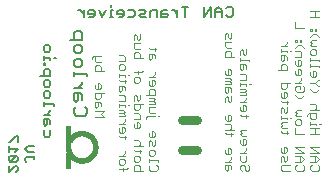
<source format=gbo>
G75*
%MOIN*%
%OFA0B0*%
%FSLAX25Y25*%
%IPPOS*%
%LPD*%
%AMOC8*
5,1,8,0,0,1.08239X$1,22.5*
%
%ADD10C,0.00600*%
%ADD11C,0.00300*%
%ADD12C,0.00800*%
%ADD13C,0.00000*%
%ADD14C,0.00001*%
%ADD15C,0.03000*%
D10*
X0003950Y0160904D02*
X0005952Y0162905D01*
X0006452Y0162905D01*
X0006953Y0162405D01*
X0006953Y0161404D01*
X0006452Y0160904D01*
X0003950Y0160904D02*
X0003950Y0162905D01*
X0004450Y0164218D02*
X0006452Y0166220D01*
X0004450Y0166220D01*
X0003950Y0165720D01*
X0003950Y0164719D01*
X0004450Y0164218D01*
X0006452Y0164218D01*
X0006953Y0164719D01*
X0006953Y0165720D01*
X0006452Y0166220D01*
X0005952Y0167533D02*
X0006953Y0168534D01*
X0003950Y0168534D01*
X0003950Y0167533D02*
X0003950Y0169535D01*
X0003950Y0170848D02*
X0004450Y0170848D01*
X0006452Y0172850D01*
X0006953Y0172850D01*
X0006953Y0170848D01*
X0009350Y0168534D02*
X0010351Y0169535D01*
X0012353Y0169535D01*
X0012353Y0167533D02*
X0010351Y0167533D01*
X0009350Y0168534D01*
X0009850Y0165720D02*
X0012353Y0165720D01*
X0012353Y0166220D02*
X0012353Y0165219D01*
X0009850Y0165720D02*
X0009350Y0165219D01*
X0009350Y0164719D01*
X0009850Y0164218D01*
X0016167Y0172573D02*
X0015600Y0173140D01*
X0015600Y0174842D01*
X0016167Y0176256D02*
X0016734Y0176823D01*
X0016734Y0178525D01*
X0017301Y0178525D02*
X0015600Y0178525D01*
X0015600Y0176823D01*
X0016167Y0176256D01*
X0017869Y0176823D02*
X0017869Y0177958D01*
X0017301Y0178525D01*
X0016734Y0179939D02*
X0017869Y0181074D01*
X0017869Y0181641D01*
X0017869Y0179939D02*
X0015600Y0179939D01*
X0015600Y0183009D02*
X0015600Y0184143D01*
X0015600Y0183576D02*
X0019003Y0183576D01*
X0019003Y0183009D01*
X0017301Y0185464D02*
X0016167Y0185464D01*
X0015600Y0186031D01*
X0015600Y0187165D01*
X0016167Y0187733D01*
X0017301Y0187733D01*
X0017869Y0187165D01*
X0017869Y0186031D01*
X0017301Y0185464D01*
X0017301Y0189147D02*
X0016167Y0189147D01*
X0015600Y0189714D01*
X0015600Y0190849D01*
X0016167Y0191416D01*
X0017301Y0191416D01*
X0017869Y0190849D01*
X0017869Y0189714D01*
X0017301Y0189147D01*
X0017869Y0192830D02*
X0017869Y0194532D01*
X0017301Y0195099D01*
X0016167Y0195099D01*
X0015600Y0194532D01*
X0015600Y0192830D01*
X0014466Y0192830D02*
X0017869Y0192830D01*
X0016167Y0196513D02*
X0016167Y0197081D01*
X0015600Y0197081D01*
X0015600Y0196513D01*
X0016167Y0196513D01*
X0015600Y0198355D02*
X0015600Y0199489D01*
X0015600Y0198922D02*
X0017869Y0198922D01*
X0017869Y0198355D01*
X0019003Y0198922D02*
X0019570Y0198922D01*
X0017301Y0200810D02*
X0016167Y0200810D01*
X0015600Y0201378D01*
X0015600Y0202512D01*
X0016167Y0203079D01*
X0017301Y0203079D01*
X0017869Y0202512D01*
X0017869Y0201378D01*
X0017301Y0200810D01*
X0028873Y0212533D02*
X0028873Y0214802D01*
X0028873Y0213668D02*
X0027739Y0214802D01*
X0027172Y0214802D01*
X0030288Y0214235D02*
X0030288Y0213668D01*
X0032557Y0213668D01*
X0032557Y0214235D02*
X0031989Y0214802D01*
X0030855Y0214802D01*
X0030288Y0214235D01*
X0030855Y0212533D02*
X0031989Y0212533D01*
X0032557Y0213100D01*
X0032557Y0214235D01*
X0033971Y0214802D02*
X0035105Y0212533D01*
X0036240Y0214802D01*
X0038128Y0214802D02*
X0038128Y0212533D01*
X0038695Y0212533D02*
X0037561Y0212533D01*
X0038128Y0214802D02*
X0038695Y0214802D01*
X0038128Y0215936D02*
X0038128Y0216503D01*
X0040110Y0214235D02*
X0040110Y0213668D01*
X0042378Y0213668D01*
X0042378Y0214235D02*
X0041811Y0214802D01*
X0040677Y0214802D01*
X0040110Y0214235D01*
X0040677Y0212533D02*
X0041811Y0212533D01*
X0042378Y0213100D01*
X0042378Y0214235D01*
X0043793Y0214802D02*
X0045494Y0214802D01*
X0046061Y0214235D01*
X0046061Y0213100D01*
X0045494Y0212533D01*
X0043793Y0212533D01*
X0047476Y0213100D02*
X0048043Y0213668D01*
X0049177Y0213668D01*
X0049745Y0214235D01*
X0049177Y0214802D01*
X0047476Y0214802D01*
X0047476Y0213100D02*
X0048043Y0212533D01*
X0049745Y0212533D01*
X0051159Y0212533D02*
X0051159Y0214235D01*
X0051726Y0214802D01*
X0053428Y0214802D01*
X0053428Y0212533D01*
X0054842Y0212533D02*
X0056544Y0212533D01*
X0057111Y0213100D01*
X0056544Y0213668D01*
X0054842Y0213668D01*
X0054842Y0214235D02*
X0054842Y0212533D01*
X0054842Y0214235D02*
X0055409Y0214802D01*
X0056544Y0214802D01*
X0058479Y0214802D02*
X0059046Y0214802D01*
X0060180Y0213668D01*
X0060180Y0214802D02*
X0060180Y0212533D01*
X0062729Y0212533D02*
X0062729Y0215936D01*
X0063863Y0215936D02*
X0061595Y0215936D01*
X0068961Y0215936D02*
X0068961Y0212533D01*
X0071230Y0215936D01*
X0071230Y0212533D01*
X0072644Y0212533D02*
X0072644Y0214802D01*
X0073778Y0215936D01*
X0074913Y0214802D01*
X0074913Y0212533D01*
X0076327Y0213100D02*
X0076894Y0212533D01*
X0078029Y0212533D01*
X0078596Y0213100D01*
X0078596Y0215369D01*
X0078029Y0215936D01*
X0076894Y0215936D01*
X0076327Y0215369D01*
X0074913Y0214235D02*
X0072644Y0214235D01*
X0017869Y0174842D02*
X0017869Y0173140D01*
X0017301Y0172573D01*
X0016167Y0172573D01*
D11*
X0032550Y0179283D02*
X0035553Y0179283D01*
X0034552Y0180284D01*
X0035553Y0181285D01*
X0032550Y0181285D01*
X0033050Y0182322D02*
X0033551Y0182822D01*
X0033551Y0184324D01*
X0034051Y0184324D02*
X0032550Y0184324D01*
X0032550Y0182822D01*
X0033050Y0182322D01*
X0034552Y0182822D02*
X0034552Y0183823D01*
X0034051Y0184324D01*
X0034051Y0185361D02*
X0034552Y0185861D01*
X0034552Y0187362D01*
X0035553Y0187362D02*
X0032550Y0187362D01*
X0032550Y0185861D01*
X0033050Y0185361D01*
X0034051Y0185361D01*
X0034051Y0188399D02*
X0034552Y0188900D01*
X0034552Y0189900D01*
X0034051Y0190401D01*
X0033551Y0190401D01*
X0033551Y0188399D01*
X0034051Y0188399D02*
X0033050Y0188399D01*
X0032550Y0188900D01*
X0032550Y0189900D01*
X0040650Y0189620D02*
X0040650Y0188118D01*
X0041150Y0187618D01*
X0041651Y0188118D01*
X0041651Y0189620D01*
X0042151Y0189620D02*
X0040650Y0189620D01*
X0042151Y0189620D02*
X0042652Y0189119D01*
X0042652Y0188118D01*
X0042151Y0186581D02*
X0040650Y0186581D01*
X0042151Y0186581D02*
X0042652Y0186080D01*
X0042652Y0184579D01*
X0040650Y0184579D01*
X0040650Y0183554D02*
X0040650Y0182553D01*
X0040650Y0183054D02*
X0042652Y0183054D01*
X0042652Y0182553D01*
X0043653Y0183054D02*
X0044153Y0183054D01*
X0045600Y0183542D02*
X0045600Y0182041D01*
X0046100Y0181541D01*
X0047101Y0181541D01*
X0047602Y0182041D01*
X0047602Y0183542D01*
X0048603Y0183542D02*
X0045600Y0183542D01*
X0045600Y0184579D02*
X0045600Y0186080D01*
X0046100Y0186581D01*
X0046601Y0186080D01*
X0046601Y0185080D01*
X0047101Y0184579D01*
X0047602Y0185080D01*
X0047602Y0186581D01*
X0049549Y0186605D02*
X0052552Y0186605D01*
X0052552Y0188106D01*
X0052051Y0188607D01*
X0051050Y0188607D01*
X0050550Y0188106D01*
X0050550Y0186605D01*
X0050550Y0185568D02*
X0052051Y0185568D01*
X0052552Y0185068D01*
X0052051Y0184567D01*
X0050550Y0184567D01*
X0050550Y0183566D02*
X0052552Y0183566D01*
X0052552Y0184067D01*
X0052051Y0184567D01*
X0052552Y0182529D02*
X0050550Y0182529D01*
X0050550Y0181028D01*
X0051050Y0180528D01*
X0052552Y0180528D01*
X0052552Y0179503D02*
X0050050Y0179503D01*
X0049549Y0179002D01*
X0049549Y0178502D01*
X0047602Y0178502D02*
X0047602Y0180003D01*
X0047101Y0180504D01*
X0045600Y0180504D01*
X0045600Y0178502D02*
X0047602Y0178502D01*
X0047101Y0177465D02*
X0046601Y0177465D01*
X0046601Y0175463D01*
X0047101Y0175463D02*
X0047602Y0175964D01*
X0047602Y0176965D01*
X0047101Y0177465D01*
X0045600Y0176965D02*
X0045600Y0175964D01*
X0046100Y0175463D01*
X0047101Y0175463D01*
X0050550Y0173926D02*
X0050550Y0172925D01*
X0051050Y0172425D01*
X0052051Y0172425D01*
X0052552Y0172925D01*
X0052552Y0173926D01*
X0052051Y0174427D01*
X0051551Y0174427D01*
X0051551Y0172425D01*
X0051050Y0171388D02*
X0051551Y0170888D01*
X0051551Y0169887D01*
X0052051Y0169386D01*
X0052552Y0169887D01*
X0052552Y0171388D01*
X0051050Y0171388D02*
X0050550Y0170888D01*
X0050550Y0169386D01*
X0051050Y0168349D02*
X0052051Y0168349D01*
X0052552Y0167849D01*
X0052552Y0166848D01*
X0052051Y0166348D01*
X0051050Y0166348D01*
X0050550Y0166848D01*
X0050550Y0167849D01*
X0051050Y0168349D01*
X0048603Y0169386D02*
X0045600Y0169386D01*
X0045600Y0168361D02*
X0046100Y0167861D01*
X0048102Y0167861D01*
X0047602Y0167361D02*
X0047602Y0168361D01*
X0047101Y0169386D02*
X0047602Y0169887D01*
X0047602Y0170888D01*
X0047101Y0171388D01*
X0045600Y0171388D01*
X0043152Y0172419D02*
X0041150Y0172419D01*
X0040650Y0172919D01*
X0041150Y0173944D02*
X0042151Y0173944D01*
X0042652Y0174445D01*
X0042652Y0175445D01*
X0042151Y0175946D01*
X0041651Y0175946D01*
X0041651Y0173944D01*
X0041150Y0173944D02*
X0040650Y0174445D01*
X0040650Y0175445D01*
X0040650Y0176983D02*
X0042652Y0176983D01*
X0042652Y0177984D02*
X0042652Y0178484D01*
X0042652Y0177984D02*
X0041651Y0176983D01*
X0042652Y0179515D02*
X0042652Y0180015D01*
X0042151Y0180516D01*
X0042652Y0181016D01*
X0042151Y0181517D01*
X0040650Y0181517D01*
X0040650Y0180516D02*
X0042151Y0180516D01*
X0042652Y0179515D02*
X0040650Y0179515D01*
X0053553Y0179503D02*
X0054053Y0179503D01*
X0042652Y0172919D02*
X0042652Y0171918D01*
X0042652Y0167849D02*
X0042652Y0167348D01*
X0041651Y0166348D01*
X0040650Y0166348D02*
X0042652Y0166348D01*
X0042151Y0165311D02*
X0042652Y0164810D01*
X0042652Y0163809D01*
X0042151Y0163309D01*
X0041150Y0163309D01*
X0040650Y0163809D01*
X0040650Y0164810D01*
X0041150Y0165311D01*
X0042151Y0165311D01*
X0045600Y0164822D02*
X0046100Y0164322D01*
X0047101Y0164322D01*
X0047602Y0164822D01*
X0047602Y0165823D01*
X0047101Y0166324D01*
X0046100Y0166324D01*
X0045600Y0165823D01*
X0045600Y0164822D01*
X0046100Y0163285D02*
X0047101Y0163285D01*
X0047602Y0162785D01*
X0047602Y0161283D01*
X0048603Y0161283D02*
X0045600Y0161283D01*
X0045600Y0162785D01*
X0046100Y0163285D01*
X0043653Y0162284D02*
X0043152Y0161784D01*
X0040650Y0161784D01*
X0042151Y0161283D02*
X0042151Y0162284D01*
X0050550Y0161784D02*
X0050550Y0162785D01*
X0051050Y0163285D01*
X0050550Y0164322D02*
X0050550Y0165323D01*
X0050550Y0164822D02*
X0053553Y0164822D01*
X0053553Y0164322D01*
X0053052Y0163285D02*
X0053553Y0162785D01*
X0053553Y0161784D01*
X0053052Y0161283D01*
X0051050Y0161283D01*
X0050550Y0161784D01*
X0076100Y0161784D02*
X0076600Y0161283D01*
X0077101Y0161784D01*
X0077101Y0163285D01*
X0077601Y0163285D02*
X0076100Y0163285D01*
X0076100Y0161784D01*
X0078102Y0161784D02*
X0078102Y0162785D01*
X0077601Y0163285D01*
X0077101Y0164322D02*
X0078102Y0165323D01*
X0078102Y0165823D01*
X0077601Y0166854D02*
X0078102Y0167355D01*
X0078102Y0168355D01*
X0077601Y0168856D01*
X0077101Y0168856D01*
X0077101Y0166854D01*
X0077601Y0166854D02*
X0076600Y0166854D01*
X0076100Y0167355D01*
X0076100Y0168355D01*
X0081050Y0167361D02*
X0083052Y0167361D01*
X0083052Y0168361D02*
X0083052Y0168862D01*
X0083052Y0168361D02*
X0082051Y0167361D01*
X0083052Y0166324D02*
X0083052Y0164822D01*
X0082551Y0164322D01*
X0081550Y0164322D01*
X0081050Y0164822D01*
X0081050Y0166324D01*
X0081550Y0163285D02*
X0081050Y0162785D01*
X0081050Y0161784D01*
X0081550Y0161283D01*
X0082551Y0161784D02*
X0082551Y0162785D01*
X0082051Y0163285D01*
X0081550Y0163285D01*
X0082551Y0161784D02*
X0083052Y0161283D01*
X0083552Y0161283D01*
X0084053Y0161784D01*
X0084053Y0162785D01*
X0083552Y0163285D01*
X0078102Y0164322D02*
X0076100Y0164322D01*
X0081550Y0169893D02*
X0082551Y0169893D01*
X0083052Y0170393D01*
X0083052Y0171394D01*
X0082551Y0171894D01*
X0082051Y0171894D01*
X0082051Y0169893D01*
X0081550Y0169893D02*
X0081050Y0170393D01*
X0081050Y0171394D01*
X0081550Y0172931D02*
X0081050Y0173432D01*
X0081550Y0173932D01*
X0081050Y0174433D01*
X0081550Y0174933D01*
X0083052Y0174933D01*
X0083052Y0172931D02*
X0081550Y0172931D01*
X0078602Y0173432D02*
X0076600Y0173432D01*
X0076100Y0173932D01*
X0076100Y0174957D02*
X0079103Y0174957D01*
X0078102Y0175457D02*
X0078102Y0176458D01*
X0077601Y0176959D01*
X0076100Y0176959D01*
X0076600Y0177996D02*
X0077601Y0177996D01*
X0078102Y0178496D01*
X0078102Y0179497D01*
X0077601Y0179997D01*
X0077101Y0179997D01*
X0077101Y0177996D01*
X0076600Y0177996D02*
X0076100Y0178496D01*
X0076100Y0179497D01*
X0081050Y0180009D02*
X0081550Y0179509D01*
X0083552Y0179509D01*
X0083052Y0179008D02*
X0083052Y0180009D01*
X0082551Y0181034D02*
X0083052Y0181535D01*
X0083052Y0182535D01*
X0082551Y0183036D01*
X0082051Y0183036D01*
X0082051Y0181034D01*
X0082551Y0181034D02*
X0081550Y0181034D01*
X0081050Y0181535D01*
X0081050Y0182535D01*
X0081050Y0184073D02*
X0083052Y0184073D01*
X0082051Y0184073D02*
X0083052Y0185074D01*
X0083052Y0185574D01*
X0083052Y0186605D02*
X0083052Y0187105D01*
X0082551Y0187606D01*
X0083052Y0188106D01*
X0082551Y0188607D01*
X0081050Y0188607D01*
X0081050Y0187606D02*
X0082551Y0187606D01*
X0083052Y0186605D02*
X0081050Y0186605D01*
X0078102Y0186074D02*
X0078102Y0184573D01*
X0077601Y0184073D01*
X0077101Y0184573D01*
X0077101Y0185574D01*
X0076600Y0186074D01*
X0076100Y0185574D01*
X0076100Y0184073D01*
X0076600Y0187111D02*
X0077101Y0187612D01*
X0077101Y0189113D01*
X0077601Y0189113D02*
X0076100Y0189113D01*
X0076100Y0187612D01*
X0076600Y0187111D01*
X0078102Y0187612D02*
X0078102Y0188613D01*
X0077601Y0189113D01*
X0078102Y0190150D02*
X0078102Y0190650D01*
X0077601Y0191151D01*
X0078102Y0191651D01*
X0077601Y0192152D01*
X0076100Y0192152D01*
X0076100Y0191151D02*
X0077601Y0191151D01*
X0078102Y0190150D02*
X0076100Y0190150D01*
X0076600Y0193189D02*
X0077601Y0193189D01*
X0078102Y0193689D01*
X0078102Y0194690D01*
X0077601Y0195190D01*
X0077101Y0195190D01*
X0077101Y0193189D01*
X0076600Y0193189D02*
X0076100Y0193689D01*
X0076100Y0194690D01*
X0081050Y0195208D02*
X0081050Y0196710D01*
X0082551Y0196710D01*
X0083052Y0196209D01*
X0083052Y0195208D01*
X0082051Y0195208D02*
X0082051Y0196710D01*
X0081050Y0197746D02*
X0081050Y0198747D01*
X0081050Y0198247D02*
X0084053Y0198247D01*
X0084053Y0197746D01*
X0082551Y0199772D02*
X0083052Y0200273D01*
X0083052Y0201774D01*
X0082051Y0201273D02*
X0082051Y0200273D01*
X0082551Y0199772D01*
X0081050Y0199772D02*
X0081050Y0201273D01*
X0081550Y0201774D01*
X0082051Y0201273D01*
X0079103Y0199266D02*
X0076100Y0199266D01*
X0076100Y0200767D01*
X0076600Y0201267D01*
X0077601Y0201267D01*
X0078102Y0200767D01*
X0078102Y0199266D01*
X0078102Y0202304D02*
X0076600Y0202304D01*
X0076100Y0202805D01*
X0076100Y0204306D01*
X0078102Y0204306D01*
X0077601Y0205343D02*
X0078102Y0205843D01*
X0078102Y0207345D01*
X0077101Y0206844D02*
X0077101Y0205843D01*
X0077601Y0205343D01*
X0076100Y0205343D02*
X0076100Y0206844D01*
X0076600Y0207345D01*
X0077101Y0206844D01*
X0094550Y0202811D02*
X0096552Y0202811D01*
X0096552Y0203812D02*
X0096552Y0204312D01*
X0096552Y0203812D02*
X0095551Y0202811D01*
X0094550Y0201786D02*
X0094550Y0200785D01*
X0094550Y0201285D02*
X0096552Y0201285D01*
X0096552Y0200785D01*
X0097553Y0201285D02*
X0098053Y0201285D01*
X0099500Y0201267D02*
X0101001Y0201267D01*
X0101502Y0200767D01*
X0101502Y0199266D01*
X0099500Y0199266D01*
X0100501Y0198229D02*
X0100501Y0196227D01*
X0101001Y0196227D02*
X0101502Y0196728D01*
X0101502Y0197728D01*
X0101001Y0198229D01*
X0100501Y0198229D01*
X0099500Y0197728D02*
X0099500Y0196728D01*
X0100000Y0196227D01*
X0101001Y0196227D01*
X0101001Y0195190D02*
X0100501Y0195190D01*
X0100501Y0193189D01*
X0101001Y0193189D02*
X0101502Y0193689D01*
X0101502Y0194690D01*
X0101001Y0195190D01*
X0099500Y0194690D02*
X0099500Y0193689D01*
X0100000Y0193189D01*
X0101001Y0193189D01*
X0101502Y0192158D02*
X0101502Y0191657D01*
X0100501Y0190656D01*
X0099500Y0190656D02*
X0101502Y0190656D01*
X0102002Y0189620D02*
X0102503Y0189119D01*
X0102503Y0188118D01*
X0102002Y0187618D01*
X0100000Y0187618D01*
X0099500Y0188118D01*
X0099500Y0189119D01*
X0100000Y0189620D01*
X0101001Y0189620D01*
X0101001Y0188619D01*
X0099500Y0186593D02*
X0100501Y0185592D01*
X0101502Y0185592D01*
X0102503Y0186593D01*
X0104450Y0188619D02*
X0105451Y0187618D01*
X0106452Y0187618D01*
X0107453Y0188619D01*
X0107453Y0189644D02*
X0106952Y0189644D01*
X0105951Y0190644D01*
X0104450Y0190644D01*
X0105951Y0190644D02*
X0106952Y0191645D01*
X0107453Y0191645D01*
X0105951Y0192682D02*
X0106452Y0193183D01*
X0106452Y0194183D01*
X0105951Y0194684D01*
X0105451Y0194684D01*
X0105451Y0192682D01*
X0105951Y0192682D02*
X0104950Y0192682D01*
X0104450Y0193183D01*
X0104450Y0194183D01*
X0104450Y0195721D02*
X0104450Y0196722D01*
X0104450Y0196221D02*
X0107453Y0196221D01*
X0107453Y0195721D01*
X0107453Y0197746D02*
X0107453Y0198247D01*
X0104450Y0198247D01*
X0104450Y0198747D02*
X0104450Y0197746D01*
X0104950Y0199772D02*
X0104450Y0200273D01*
X0104450Y0201273D01*
X0104950Y0201774D01*
X0105951Y0201774D01*
X0106452Y0201273D01*
X0106452Y0200273D01*
X0105951Y0199772D01*
X0104950Y0199772D01*
X0102503Y0202304D02*
X0101502Y0203305D01*
X0100501Y0203305D01*
X0099500Y0202304D01*
X0099500Y0204330D02*
X0100000Y0204330D01*
X0100000Y0204830D01*
X0099500Y0204830D01*
X0099500Y0204330D01*
X0101001Y0204330D02*
X0101001Y0204830D01*
X0101502Y0204830D01*
X0101502Y0204330D01*
X0101001Y0204330D01*
X0104450Y0204312D02*
X0104950Y0204812D01*
X0106452Y0204812D01*
X0107453Y0205849D02*
X0106452Y0206850D01*
X0105451Y0206850D01*
X0104450Y0205849D01*
X0104450Y0204312D02*
X0104950Y0203812D01*
X0104450Y0203311D01*
X0104950Y0202811D01*
X0106452Y0202811D01*
X0106452Y0207875D02*
X0105951Y0207875D01*
X0105951Y0208376D01*
X0106452Y0208376D01*
X0106452Y0207875D01*
X0104950Y0207875D02*
X0104450Y0207875D01*
X0104450Y0208376D01*
X0104950Y0208376D01*
X0104950Y0207875D01*
X0102503Y0208888D02*
X0099500Y0208888D01*
X0099500Y0210890D01*
X0104450Y0212433D02*
X0107453Y0212433D01*
X0105951Y0212433D02*
X0105951Y0214435D01*
X0104450Y0214435D02*
X0107453Y0214435D01*
X0096051Y0199748D02*
X0094550Y0199748D01*
X0094550Y0198247D01*
X0095050Y0197746D01*
X0095551Y0198247D01*
X0095551Y0199748D01*
X0096051Y0199748D02*
X0096552Y0199248D01*
X0096552Y0198247D01*
X0096051Y0196710D02*
X0095050Y0196710D01*
X0094550Y0196209D01*
X0094550Y0194708D01*
X0093549Y0194708D02*
X0096552Y0194708D01*
X0096552Y0196209D01*
X0096051Y0196710D01*
X0083052Y0193171D02*
X0082551Y0193671D01*
X0081050Y0193671D01*
X0081550Y0194708D02*
X0082051Y0195208D01*
X0081550Y0194708D02*
X0081050Y0195208D01*
X0083052Y0193171D02*
X0083052Y0191669D01*
X0081050Y0191669D01*
X0081050Y0190644D02*
X0081050Y0189644D01*
X0081050Y0190144D02*
X0083052Y0190144D01*
X0083052Y0189644D01*
X0084053Y0190144D02*
X0084553Y0190144D01*
X0094550Y0190632D02*
X0094550Y0189131D01*
X0095050Y0188631D01*
X0096051Y0188631D01*
X0096552Y0189131D01*
X0096552Y0190632D01*
X0097553Y0190632D02*
X0094550Y0190632D01*
X0095551Y0187594D02*
X0095551Y0185592D01*
X0096051Y0185592D02*
X0096552Y0186092D01*
X0096552Y0187093D01*
X0096051Y0187594D01*
X0095551Y0187594D01*
X0094550Y0187093D02*
X0094550Y0186092D01*
X0095050Y0185592D01*
X0096051Y0185592D01*
X0096552Y0184567D02*
X0096552Y0183566D01*
X0097052Y0184067D02*
X0095050Y0184067D01*
X0094550Y0184567D01*
X0095050Y0182529D02*
X0095551Y0182029D01*
X0095551Y0181028D01*
X0096051Y0180528D01*
X0096552Y0181028D01*
X0096552Y0182529D01*
X0095050Y0182529D02*
X0094550Y0182029D01*
X0094550Y0180528D01*
X0094550Y0179503D02*
X0094550Y0178502D01*
X0094550Y0179002D02*
X0096552Y0179002D01*
X0096552Y0178502D01*
X0096552Y0177465D02*
X0095050Y0177465D01*
X0094550Y0176965D01*
X0095050Y0176464D01*
X0094550Y0175964D01*
X0095050Y0175463D01*
X0096552Y0175463D01*
X0096552Y0174439D02*
X0096552Y0173438D01*
X0097052Y0173938D02*
X0095050Y0173938D01*
X0094550Y0174439D01*
X0099500Y0173438D02*
X0099500Y0175439D01*
X0100000Y0176476D02*
X0099500Y0176977D01*
X0099500Y0177978D01*
X0100000Y0178478D01*
X0101001Y0178478D01*
X0101502Y0177978D01*
X0101502Y0176977D01*
X0101001Y0176476D01*
X0100000Y0176476D01*
X0100000Y0179515D02*
X0099500Y0180015D01*
X0100000Y0180516D01*
X0099500Y0181016D01*
X0100000Y0181517D01*
X0101502Y0181517D01*
X0101502Y0179515D02*
X0100000Y0179515D01*
X0098053Y0179002D02*
X0097553Y0179002D01*
X0103449Y0179503D02*
X0103449Y0180003D01*
X0103950Y0180504D01*
X0106452Y0180504D01*
X0106452Y0179002D01*
X0105951Y0178502D01*
X0104950Y0178502D01*
X0104450Y0179002D01*
X0104450Y0180504D01*
X0104450Y0181541D02*
X0107453Y0181541D01*
X0106452Y0182041D02*
X0106452Y0183042D01*
X0105951Y0183542D01*
X0104450Y0183542D01*
X0105951Y0181541D02*
X0106452Y0182041D01*
X0104450Y0177477D02*
X0104450Y0176476D01*
X0104450Y0176977D02*
X0106452Y0176977D01*
X0106452Y0176476D01*
X0107453Y0176977D02*
X0107953Y0176977D01*
X0107453Y0175439D02*
X0104450Y0175439D01*
X0105951Y0175439D02*
X0105951Y0173438D01*
X0104450Y0173438D02*
X0107453Y0173438D01*
X0102503Y0173438D02*
X0099500Y0173438D01*
X0099500Y0169362D02*
X0102503Y0169362D01*
X0104450Y0169362D02*
X0107453Y0169362D01*
X0107453Y0167361D02*
X0104450Y0169362D01*
X0104450Y0167361D02*
X0107453Y0167361D01*
X0106452Y0166324D02*
X0104450Y0166324D01*
X0105951Y0166324D02*
X0105951Y0164322D01*
X0106452Y0164322D02*
X0107453Y0165323D01*
X0106452Y0166324D01*
X0106452Y0164322D02*
X0104450Y0164322D01*
X0104950Y0163285D02*
X0104450Y0162785D01*
X0104450Y0161784D01*
X0104950Y0161283D01*
X0106952Y0161283D01*
X0107453Y0161784D01*
X0107453Y0162785D01*
X0106952Y0163285D01*
X0102503Y0162785D02*
X0102002Y0163285D01*
X0102503Y0162785D02*
X0102503Y0161784D01*
X0102002Y0161283D01*
X0100000Y0161283D01*
X0099500Y0161784D01*
X0099500Y0162785D01*
X0100000Y0163285D01*
X0099500Y0164322D02*
X0101502Y0164322D01*
X0102503Y0165323D01*
X0101502Y0166324D01*
X0099500Y0166324D01*
X0099500Y0167361D02*
X0102503Y0167361D01*
X0099500Y0169362D01*
X0096552Y0168862D02*
X0096051Y0169362D01*
X0095551Y0169362D01*
X0095551Y0167361D01*
X0096051Y0167361D02*
X0096552Y0167861D01*
X0096552Y0168862D01*
X0096051Y0167361D02*
X0095050Y0167361D01*
X0094550Y0167861D01*
X0094550Y0168862D01*
X0095050Y0166324D02*
X0095551Y0165823D01*
X0095551Y0164822D01*
X0096051Y0164322D01*
X0096552Y0164822D01*
X0096552Y0166324D01*
X0095050Y0166324D02*
X0094550Y0165823D01*
X0094550Y0164322D01*
X0095050Y0163285D02*
X0097553Y0163285D01*
X0097553Y0161283D02*
X0095050Y0161283D01*
X0094550Y0161784D01*
X0094550Y0162785D01*
X0095050Y0163285D01*
X0101001Y0164322D02*
X0101001Y0166324D01*
X0078102Y0172931D02*
X0078102Y0173932D01*
X0077601Y0174957D02*
X0078102Y0175457D01*
X0052552Y0190144D02*
X0052552Y0191145D01*
X0052051Y0191645D01*
X0051551Y0191645D01*
X0051551Y0189644D01*
X0052051Y0189644D02*
X0052552Y0190144D01*
X0052051Y0189644D02*
X0051050Y0189644D01*
X0050550Y0190144D01*
X0050550Y0191145D01*
X0050550Y0192682D02*
X0052552Y0192682D01*
X0051551Y0192682D02*
X0052552Y0193683D01*
X0052552Y0194183D01*
X0048603Y0194696D02*
X0048102Y0194195D01*
X0045600Y0194195D01*
X0047101Y0193695D02*
X0047101Y0194696D01*
X0047101Y0192658D02*
X0047602Y0192158D01*
X0047602Y0191157D01*
X0047101Y0190656D01*
X0046100Y0190656D01*
X0045600Y0191157D01*
X0045600Y0192158D01*
X0046100Y0192658D01*
X0047101Y0192658D01*
X0044153Y0193183D02*
X0043653Y0193183D01*
X0042652Y0193183D02*
X0040650Y0193183D01*
X0040650Y0193683D02*
X0040650Y0192682D01*
X0040650Y0191657D02*
X0041150Y0191157D01*
X0043152Y0191157D01*
X0042652Y0190656D02*
X0042652Y0191657D01*
X0042652Y0192682D02*
X0042652Y0193183D01*
X0042151Y0194708D02*
X0041150Y0194708D01*
X0040650Y0195208D01*
X0040650Y0196209D01*
X0041150Y0196710D01*
X0042151Y0196710D01*
X0042652Y0196209D01*
X0042652Y0195208D01*
X0042151Y0194708D01*
X0042652Y0197746D02*
X0042652Y0199248D01*
X0042151Y0199748D01*
X0040650Y0199748D01*
X0040650Y0197746D02*
X0042652Y0197746D01*
X0045600Y0198759D02*
X0045600Y0200261D01*
X0046100Y0200761D01*
X0047101Y0200761D01*
X0047602Y0200261D01*
X0047602Y0198759D01*
X0048603Y0198759D02*
X0045600Y0198759D01*
X0046100Y0201798D02*
X0045600Y0202298D01*
X0045600Y0203800D01*
X0047602Y0203800D01*
X0047101Y0204837D02*
X0047602Y0205337D01*
X0047602Y0206838D01*
X0046601Y0206338D02*
X0046100Y0206838D01*
X0045600Y0206338D01*
X0045600Y0204837D01*
X0046601Y0205337D02*
X0047101Y0204837D01*
X0046601Y0205337D02*
X0046601Y0206338D01*
X0046100Y0201798D02*
X0047602Y0201798D01*
X0050550Y0202292D02*
X0051050Y0201792D01*
X0053052Y0201792D01*
X0052552Y0201291D02*
X0052552Y0202292D01*
X0052051Y0200255D02*
X0050550Y0200255D01*
X0050550Y0198753D01*
X0051050Y0198253D01*
X0051551Y0198753D01*
X0051551Y0200255D01*
X0052051Y0200255D02*
X0052552Y0199754D01*
X0052552Y0198753D01*
X0035553Y0194476D02*
X0032550Y0194476D01*
X0032550Y0195978D01*
X0033050Y0196478D01*
X0034051Y0196478D01*
X0034552Y0195978D01*
X0034552Y0194476D01*
X0034552Y0197515D02*
X0033050Y0197515D01*
X0032550Y0198015D01*
X0032550Y0199517D01*
X0032050Y0199517D02*
X0031549Y0199016D01*
X0031549Y0198516D01*
X0032050Y0199517D02*
X0034552Y0199517D01*
D12*
X0028502Y0201089D02*
X0027802Y0200388D01*
X0026401Y0200388D01*
X0025700Y0201089D01*
X0025700Y0202490D01*
X0026401Y0203191D01*
X0027802Y0203191D01*
X0028502Y0202490D01*
X0028502Y0201089D01*
X0027802Y0198587D02*
X0028502Y0197886D01*
X0028502Y0196485D01*
X0027802Y0195784D01*
X0026401Y0195784D01*
X0025700Y0196485D01*
X0025700Y0197886D01*
X0026401Y0198587D01*
X0027802Y0198587D01*
X0025700Y0194116D02*
X0025700Y0192715D01*
X0025700Y0193416D02*
X0029904Y0193416D01*
X0029904Y0192715D01*
X0028502Y0190980D02*
X0028502Y0190280D01*
X0027101Y0188878D01*
X0025700Y0188878D02*
X0028502Y0188878D01*
X0027802Y0187077D02*
X0025700Y0187077D01*
X0025700Y0184975D01*
X0026401Y0184274D01*
X0027101Y0184975D01*
X0027101Y0187077D01*
X0027802Y0187077D02*
X0028502Y0186376D01*
X0028502Y0184975D01*
X0029203Y0182473D02*
X0029904Y0181772D01*
X0029904Y0180371D01*
X0029203Y0179671D01*
X0026401Y0179671D01*
X0025700Y0180371D01*
X0025700Y0181772D01*
X0026401Y0182473D01*
X0025700Y0204992D02*
X0025700Y0207094D01*
X0026401Y0207795D01*
X0027802Y0207795D01*
X0028502Y0207094D01*
X0028502Y0204992D01*
X0024299Y0204992D01*
D13*
X0024428Y0176178D02*
X0023033Y0176178D01*
X0023033Y0169233D01*
X0023099Y0168399D01*
X0023289Y0167606D01*
X0023607Y0166838D01*
X0024038Y0166137D01*
X0024575Y0165509D01*
X0025203Y0164972D01*
X0025904Y0164541D01*
X0026672Y0164223D01*
X0027465Y0164033D01*
X0028301Y0163967D01*
X0029135Y0164033D01*
X0029928Y0164223D01*
X0030696Y0164541D01*
X0031397Y0164972D01*
X0032025Y0165509D01*
X0032562Y0166137D01*
X0032993Y0166838D01*
X0033311Y0167606D01*
X0033501Y0168399D01*
X0033567Y0169235D01*
X0033566Y0169232D01*
X0033500Y0170066D01*
X0033309Y0170859D01*
X0032991Y0171627D01*
X0032561Y0172328D01*
X0032024Y0172956D01*
X0031395Y0173493D01*
X0030695Y0173924D01*
X0029927Y0174242D01*
X0029133Y0174432D01*
X0028298Y0174498D01*
X0027524Y0174443D01*
X0026766Y0174275D01*
X0026043Y0173996D01*
X0025368Y0173612D01*
X0024758Y0173133D01*
X0024758Y0170808D01*
X0025212Y0171573D01*
X0025829Y0172215D01*
X0026576Y0172700D01*
X0027413Y0173001D01*
X0028298Y0173103D01*
X0029493Y0172914D01*
X0030570Y0172362D01*
X0031427Y0171506D01*
X0031979Y0170429D01*
X0032168Y0169233D01*
X0031979Y0168038D01*
X0031427Y0166961D01*
X0030570Y0166104D01*
X0029493Y0165552D01*
X0028298Y0165363D01*
X0027102Y0165552D01*
X0026025Y0166104D01*
X0025169Y0166961D01*
X0024617Y0168038D01*
X0024428Y0169233D01*
X0024428Y0176178D01*
X0023037Y0167178D02*
X0023037Y0162288D01*
X0024432Y0162288D01*
X0024432Y0165123D01*
X0024431Y0165122D01*
X0024407Y0165146D01*
X0024383Y0165170D01*
X0024359Y0165194D01*
X0024335Y0165218D01*
X0024311Y0165242D01*
X0023994Y0165585D01*
X0023706Y0165953D01*
X0023450Y0166343D01*
X0023226Y0166752D01*
X0023037Y0167178D01*
D14*
X0023037Y0167178D01*
X0023037Y0167177D02*
X0023038Y0167177D01*
X0023037Y0167176D02*
X0023038Y0167176D01*
X0023037Y0167175D02*
X0023039Y0167175D01*
X0023039Y0167174D02*
X0023037Y0167174D01*
X0023037Y0167173D02*
X0023040Y0167173D01*
X0023040Y0167172D02*
X0023037Y0167172D01*
X0023037Y0167171D02*
X0023040Y0167171D01*
X0023041Y0167170D02*
X0023037Y0167170D01*
X0023037Y0167169D02*
X0023041Y0167169D01*
X0023042Y0167168D02*
X0023037Y0167168D01*
X0023037Y0167167D02*
X0023042Y0167167D01*
X0023043Y0167166D02*
X0023037Y0167166D01*
X0023037Y0167165D02*
X0023043Y0167165D01*
X0023043Y0167164D02*
X0023037Y0167164D01*
X0023037Y0167163D02*
X0023044Y0167163D01*
X0023044Y0167162D02*
X0023037Y0167162D01*
X0023037Y0167161D02*
X0023045Y0167161D01*
X0023045Y0167160D02*
X0023037Y0167160D01*
X0023046Y0167160D01*
X0023046Y0167159D02*
X0023037Y0167159D01*
X0023037Y0167158D02*
X0023047Y0167158D01*
X0023047Y0167157D02*
X0023037Y0167157D01*
X0023037Y0167156D02*
X0023047Y0167156D01*
X0023048Y0167155D02*
X0023037Y0167155D01*
X0023037Y0167154D02*
X0023048Y0167154D01*
X0023049Y0167153D02*
X0023037Y0167153D01*
X0023037Y0167152D02*
X0023049Y0167152D01*
X0023050Y0167151D02*
X0023037Y0167151D01*
X0023037Y0167150D02*
X0023050Y0167150D01*
X0023050Y0167149D02*
X0023037Y0167149D01*
X0023037Y0167148D02*
X0023051Y0167148D01*
X0023051Y0167147D02*
X0023037Y0167147D01*
X0023037Y0167146D02*
X0023052Y0167146D01*
X0023052Y0167145D02*
X0023037Y0167145D01*
X0023037Y0167144D02*
X0023053Y0167144D01*
X0023053Y0167143D02*
X0023037Y0167143D01*
X0023037Y0167142D02*
X0023054Y0167142D01*
X0023054Y0167141D02*
X0023037Y0167141D01*
X0023037Y0167140D02*
X0023054Y0167140D01*
X0023055Y0167139D02*
X0023037Y0167139D01*
X0023037Y0167138D02*
X0023055Y0167138D01*
X0023056Y0167137D02*
X0023037Y0167137D01*
X0023037Y0167136D02*
X0023056Y0167136D01*
X0023057Y0167135D02*
X0023037Y0167135D01*
X0023037Y0167134D02*
X0023057Y0167134D01*
X0023057Y0167133D02*
X0023037Y0167133D01*
X0023037Y0167132D02*
X0023058Y0167132D01*
X0023058Y0167131D02*
X0023037Y0167131D01*
X0023037Y0167130D02*
X0023059Y0167130D01*
X0023059Y0167129D02*
X0023037Y0167129D01*
X0023037Y0167128D02*
X0023060Y0167128D01*
X0023060Y0167127D02*
X0023037Y0167127D01*
X0023037Y0167126D02*
X0023061Y0167126D01*
X0023061Y0167125D02*
X0023037Y0167125D01*
X0023037Y0167124D02*
X0023061Y0167124D01*
X0023062Y0167123D02*
X0023037Y0167123D01*
X0023037Y0167122D02*
X0023062Y0167122D01*
X0023063Y0167121D02*
X0023037Y0167121D01*
X0023037Y0167120D02*
X0023063Y0167120D01*
X0023064Y0167119D02*
X0023037Y0167119D01*
X0023037Y0167118D02*
X0023064Y0167118D01*
X0023064Y0167117D02*
X0023037Y0167117D01*
X0023037Y0167116D02*
X0023065Y0167116D01*
X0023065Y0167115D02*
X0023037Y0167115D01*
X0023037Y0167114D02*
X0023066Y0167114D01*
X0023066Y0167113D02*
X0023037Y0167113D01*
X0023037Y0167112D02*
X0023067Y0167112D01*
X0023067Y0167111D02*
X0023037Y0167111D01*
X0023037Y0167110D02*
X0023067Y0167110D01*
X0023068Y0167109D02*
X0023037Y0167109D01*
X0023037Y0167108D02*
X0023068Y0167108D01*
X0023069Y0167107D02*
X0023037Y0167107D01*
X0023037Y0167106D02*
X0023069Y0167106D01*
X0023070Y0167105D02*
X0023037Y0167105D01*
X0023037Y0167104D02*
X0023070Y0167104D01*
X0023071Y0167103D02*
X0023037Y0167103D01*
X0023037Y0167102D02*
X0023071Y0167102D01*
X0023071Y0167101D02*
X0023037Y0167101D01*
X0023037Y0167100D02*
X0023072Y0167100D01*
X0023072Y0167099D02*
X0023037Y0167099D01*
X0023037Y0167098D02*
X0023073Y0167098D01*
X0023037Y0167098D01*
X0023037Y0167097D02*
X0023074Y0167097D01*
X0023074Y0167096D02*
X0023037Y0167096D01*
X0023037Y0167095D02*
X0023074Y0167095D01*
X0023075Y0167094D02*
X0023037Y0167094D01*
X0023037Y0167093D02*
X0023075Y0167093D01*
X0023076Y0167092D02*
X0023037Y0167092D01*
X0023037Y0167091D02*
X0023076Y0167091D01*
X0023077Y0167090D02*
X0023037Y0167090D01*
X0023037Y0167089D02*
X0023077Y0167089D01*
X0023078Y0167088D02*
X0023037Y0167088D01*
X0023037Y0167087D02*
X0023078Y0167087D01*
X0023078Y0167086D02*
X0023037Y0167086D01*
X0023037Y0167085D02*
X0023079Y0167085D01*
X0023079Y0167084D02*
X0023037Y0167084D01*
X0023037Y0167083D02*
X0023080Y0167083D01*
X0023080Y0167082D02*
X0023037Y0167082D01*
X0023037Y0167081D02*
X0023081Y0167081D01*
X0023081Y0167080D02*
X0023037Y0167080D01*
X0023037Y0167079D02*
X0023081Y0167079D01*
X0023082Y0167078D02*
X0023037Y0167078D01*
X0023037Y0167077D02*
X0023082Y0167077D01*
X0023083Y0167076D02*
X0023037Y0167076D01*
X0023037Y0167075D02*
X0023083Y0167075D01*
X0023084Y0167074D02*
X0023037Y0167074D01*
X0023037Y0167073D02*
X0023084Y0167073D01*
X0023085Y0167072D02*
X0023037Y0167072D01*
X0023037Y0167071D02*
X0023085Y0167071D01*
X0023085Y0167070D02*
X0023037Y0167070D01*
X0023037Y0167069D02*
X0023086Y0167069D01*
X0023086Y0167068D02*
X0023037Y0167068D01*
X0023037Y0167067D02*
X0023087Y0167067D01*
X0023087Y0167066D02*
X0023037Y0167066D01*
X0023037Y0167065D02*
X0023088Y0167065D01*
X0023088Y0167064D02*
X0023037Y0167064D01*
X0023037Y0167063D02*
X0023088Y0167063D01*
X0023089Y0167062D02*
X0023037Y0167062D01*
X0023037Y0167061D02*
X0023089Y0167061D01*
X0023090Y0167060D02*
X0023037Y0167060D01*
X0023037Y0167059D02*
X0023090Y0167059D01*
X0023091Y0167058D02*
X0023037Y0167058D01*
X0023037Y0167057D02*
X0023091Y0167057D01*
X0023092Y0167056D02*
X0023037Y0167056D01*
X0023037Y0167055D02*
X0023092Y0167055D01*
X0023092Y0167054D02*
X0023037Y0167054D01*
X0023037Y0167053D02*
X0023093Y0167053D01*
X0023093Y0167052D02*
X0023037Y0167052D01*
X0023037Y0167051D02*
X0023094Y0167051D01*
X0023094Y0167050D02*
X0023037Y0167050D01*
X0023037Y0167049D02*
X0023095Y0167049D01*
X0023095Y0167048D02*
X0023037Y0167048D01*
X0023037Y0167047D02*
X0023095Y0167047D01*
X0023096Y0167046D02*
X0023037Y0167046D01*
X0023037Y0167045D02*
X0023096Y0167045D01*
X0023097Y0167044D02*
X0023037Y0167044D01*
X0023037Y0167043D02*
X0023097Y0167043D01*
X0023098Y0167042D02*
X0023037Y0167042D01*
X0023037Y0167041D02*
X0023098Y0167041D01*
X0023098Y0167040D02*
X0023037Y0167040D01*
X0023037Y0167039D02*
X0023099Y0167039D01*
X0023099Y0167038D02*
X0023037Y0167038D01*
X0023037Y0167037D02*
X0023100Y0167037D01*
X0023100Y0167036D02*
X0023037Y0167036D01*
X0023037Y0167035D02*
X0023101Y0167035D01*
X0023037Y0167035D01*
X0023037Y0167034D02*
X0023102Y0167034D01*
X0023102Y0167033D02*
X0023037Y0167033D01*
X0023037Y0167032D02*
X0023102Y0167032D01*
X0023103Y0167031D02*
X0023037Y0167031D01*
X0023037Y0167030D02*
X0023103Y0167030D01*
X0023104Y0167029D02*
X0023037Y0167029D01*
X0023037Y0167028D02*
X0023104Y0167028D01*
X0023105Y0167027D02*
X0023037Y0167027D01*
X0023037Y0167026D02*
X0023105Y0167026D01*
X0023105Y0167025D02*
X0023037Y0167025D01*
X0023037Y0167024D02*
X0023106Y0167024D01*
X0023106Y0167023D02*
X0023037Y0167023D01*
X0023037Y0167022D02*
X0023107Y0167022D01*
X0023107Y0167021D02*
X0023037Y0167021D01*
X0023037Y0167020D02*
X0023108Y0167020D01*
X0023108Y0167019D02*
X0023037Y0167019D01*
X0023037Y0167018D02*
X0023109Y0167018D01*
X0023109Y0167017D02*
X0023037Y0167017D01*
X0023037Y0167016D02*
X0023109Y0167016D01*
X0023110Y0167015D02*
X0023037Y0167015D01*
X0023037Y0167014D02*
X0023110Y0167014D01*
X0023111Y0167013D02*
X0023037Y0167013D01*
X0023037Y0167012D02*
X0023111Y0167012D01*
X0023112Y0167011D02*
X0023037Y0167011D01*
X0023037Y0167010D02*
X0023112Y0167010D01*
X0023112Y0167009D02*
X0023037Y0167009D01*
X0023037Y0167008D02*
X0023113Y0167008D01*
X0023113Y0167007D02*
X0023037Y0167007D01*
X0023037Y0167006D02*
X0023114Y0167006D01*
X0023114Y0167005D02*
X0023037Y0167005D01*
X0023037Y0167004D02*
X0023115Y0167004D01*
X0023115Y0167003D02*
X0023037Y0167003D01*
X0023037Y0167002D02*
X0023116Y0167002D01*
X0023116Y0167001D02*
X0023037Y0167001D01*
X0023037Y0167000D02*
X0023116Y0167000D01*
X0023117Y0166999D02*
X0023037Y0166999D01*
X0023037Y0166998D02*
X0023117Y0166998D01*
X0023118Y0166997D02*
X0023037Y0166997D01*
X0023037Y0166996D02*
X0023118Y0166996D01*
X0023119Y0166995D02*
X0023037Y0166995D01*
X0023037Y0166994D02*
X0023119Y0166994D01*
X0023119Y0166993D02*
X0023037Y0166993D01*
X0023037Y0166992D02*
X0023120Y0166992D01*
X0023120Y0166991D02*
X0023037Y0166991D01*
X0023037Y0166990D02*
X0023121Y0166990D01*
X0023121Y0166989D02*
X0023037Y0166989D01*
X0023037Y0166988D02*
X0023122Y0166988D01*
X0023122Y0166987D02*
X0023037Y0166987D01*
X0023037Y0166986D02*
X0023123Y0166986D01*
X0023123Y0166985D02*
X0023037Y0166985D01*
X0023037Y0166984D02*
X0023123Y0166984D01*
X0023124Y0166983D02*
X0023037Y0166983D01*
X0023037Y0166982D02*
X0023124Y0166982D01*
X0023125Y0166981D02*
X0023037Y0166981D01*
X0023037Y0166980D02*
X0023125Y0166980D01*
X0023126Y0166979D02*
X0023037Y0166979D01*
X0023037Y0166978D02*
X0023126Y0166978D01*
X0023126Y0166977D02*
X0023037Y0166977D01*
X0023037Y0166976D02*
X0023127Y0166976D01*
X0023127Y0166975D02*
X0023037Y0166975D01*
X0023037Y0166974D02*
X0023128Y0166974D01*
X0023128Y0166973D02*
X0023037Y0166973D01*
X0023129Y0166973D01*
X0023129Y0166972D02*
X0023037Y0166972D01*
X0023037Y0166971D02*
X0023130Y0166971D01*
X0023130Y0166970D02*
X0023037Y0166970D01*
X0023037Y0166969D02*
X0023130Y0166969D01*
X0023131Y0166968D02*
X0023037Y0166968D01*
X0023037Y0166967D02*
X0023131Y0166967D01*
X0023132Y0166966D02*
X0023037Y0166966D01*
X0023037Y0166965D02*
X0023132Y0166965D01*
X0023133Y0166964D02*
X0023037Y0166964D01*
X0023037Y0166963D02*
X0023133Y0166963D01*
X0023133Y0166962D02*
X0023037Y0166962D01*
X0023037Y0166961D02*
X0023134Y0166961D01*
X0023134Y0166960D02*
X0023037Y0166960D01*
X0023037Y0166959D02*
X0023135Y0166959D01*
X0023135Y0166958D02*
X0023037Y0166958D01*
X0023037Y0166957D02*
X0023136Y0166957D01*
X0023136Y0166956D02*
X0023037Y0166956D01*
X0023037Y0166955D02*
X0023136Y0166955D01*
X0023137Y0166954D02*
X0023037Y0166954D01*
X0023037Y0166953D02*
X0023137Y0166953D01*
X0023138Y0166952D02*
X0023037Y0166952D01*
X0023037Y0166951D02*
X0023138Y0166951D01*
X0023139Y0166950D02*
X0023037Y0166950D01*
X0023037Y0166949D02*
X0023139Y0166949D01*
X0023140Y0166948D02*
X0023037Y0166948D01*
X0023037Y0166947D02*
X0023140Y0166947D01*
X0023140Y0166946D02*
X0023037Y0166946D01*
X0023037Y0166945D02*
X0023141Y0166945D01*
X0023141Y0166944D02*
X0023037Y0166944D01*
X0023037Y0166943D02*
X0023142Y0166943D01*
X0023142Y0166942D02*
X0023037Y0166942D01*
X0023037Y0166941D02*
X0023143Y0166941D01*
X0023143Y0166940D02*
X0023037Y0166940D01*
X0023037Y0166939D02*
X0023143Y0166939D01*
X0023144Y0166938D02*
X0023037Y0166938D01*
X0023037Y0166937D02*
X0023144Y0166937D01*
X0023145Y0166936D02*
X0023037Y0166936D01*
X0023037Y0166935D02*
X0023145Y0166935D01*
X0023146Y0166934D02*
X0023037Y0166934D01*
X0023037Y0166933D02*
X0023146Y0166933D01*
X0023147Y0166932D02*
X0023037Y0166932D01*
X0023037Y0166931D02*
X0023147Y0166931D01*
X0023147Y0166930D02*
X0023037Y0166930D01*
X0023037Y0166929D02*
X0023148Y0166929D01*
X0023148Y0166928D02*
X0023037Y0166928D01*
X0023037Y0166927D02*
X0023149Y0166927D01*
X0023149Y0166926D02*
X0023037Y0166926D01*
X0023037Y0166925D02*
X0023150Y0166925D01*
X0023150Y0166924D02*
X0023037Y0166924D01*
X0023037Y0166923D02*
X0023150Y0166923D01*
X0023151Y0166922D02*
X0023037Y0166922D01*
X0023037Y0166921D02*
X0023151Y0166921D01*
X0023152Y0166920D02*
X0023037Y0166920D01*
X0023037Y0166919D02*
X0023152Y0166919D01*
X0023153Y0166918D02*
X0023037Y0166918D01*
X0023037Y0166917D02*
X0023153Y0166917D01*
X0023154Y0166916D02*
X0023037Y0166916D01*
X0023037Y0166915D02*
X0023154Y0166915D01*
X0023154Y0166914D02*
X0023037Y0166914D01*
X0023037Y0166913D02*
X0023155Y0166913D01*
X0023155Y0166912D02*
X0023037Y0166912D01*
X0023037Y0166911D02*
X0023156Y0166911D01*
X0023156Y0166910D02*
X0023037Y0166910D01*
X0023157Y0166910D01*
X0023157Y0166909D02*
X0023037Y0166909D01*
X0023037Y0166908D02*
X0023157Y0166908D01*
X0023158Y0166907D02*
X0023037Y0166907D01*
X0023037Y0166906D02*
X0023158Y0166906D01*
X0023159Y0166905D02*
X0023037Y0166905D01*
X0023037Y0166904D02*
X0023159Y0166904D01*
X0023160Y0166903D02*
X0023037Y0166903D01*
X0023037Y0166902D02*
X0023160Y0166902D01*
X0023161Y0166901D02*
X0023037Y0166901D01*
X0023037Y0166900D02*
X0023161Y0166900D01*
X0023161Y0166899D02*
X0023037Y0166899D01*
X0023037Y0166898D02*
X0023162Y0166898D01*
X0023162Y0166897D02*
X0023037Y0166897D01*
X0023037Y0166896D02*
X0023163Y0166896D01*
X0023163Y0166895D02*
X0023037Y0166895D01*
X0023037Y0166894D02*
X0023164Y0166894D01*
X0023164Y0166893D02*
X0023037Y0166893D01*
X0023037Y0166892D02*
X0023164Y0166892D01*
X0023165Y0166891D02*
X0023037Y0166891D01*
X0023037Y0166890D02*
X0023165Y0166890D01*
X0023166Y0166889D02*
X0023037Y0166889D01*
X0023037Y0166888D02*
X0023166Y0166888D01*
X0023167Y0166887D02*
X0023037Y0166887D01*
X0023037Y0166886D02*
X0023167Y0166886D01*
X0023167Y0166885D02*
X0023037Y0166885D01*
X0023037Y0166884D02*
X0023168Y0166884D01*
X0023168Y0166883D02*
X0023037Y0166883D01*
X0023037Y0166882D02*
X0023169Y0166882D01*
X0023169Y0166881D02*
X0023037Y0166881D01*
X0023037Y0166880D02*
X0023170Y0166880D01*
X0023170Y0166879D02*
X0023037Y0166879D01*
X0023037Y0166878D02*
X0023171Y0166878D01*
X0023171Y0166877D02*
X0023037Y0166877D01*
X0023037Y0166876D02*
X0023171Y0166876D01*
X0023172Y0166875D02*
X0023037Y0166875D01*
X0023037Y0166874D02*
X0023172Y0166874D01*
X0023173Y0166873D02*
X0023037Y0166873D01*
X0023037Y0166872D02*
X0023173Y0166872D01*
X0023174Y0166871D02*
X0023037Y0166871D01*
X0023037Y0166870D02*
X0023174Y0166870D01*
X0023174Y0166869D02*
X0023037Y0166869D01*
X0023037Y0166868D02*
X0023175Y0166868D01*
X0023175Y0166867D02*
X0023037Y0166867D01*
X0023037Y0166866D02*
X0023176Y0166866D01*
X0023176Y0166865D02*
X0023037Y0166865D01*
X0023037Y0166864D02*
X0023177Y0166864D01*
X0023177Y0166863D02*
X0023037Y0166863D01*
X0023037Y0166862D02*
X0023178Y0166862D01*
X0023178Y0166861D02*
X0023037Y0166861D01*
X0023037Y0166860D02*
X0023178Y0166860D01*
X0023179Y0166859D02*
X0023037Y0166859D01*
X0023037Y0166858D02*
X0023179Y0166858D01*
X0023180Y0166857D02*
X0023037Y0166857D01*
X0023037Y0166856D02*
X0023180Y0166856D01*
X0023181Y0166855D02*
X0023037Y0166855D01*
X0023037Y0166854D02*
X0023181Y0166854D01*
X0023181Y0166853D02*
X0023037Y0166853D01*
X0023037Y0166852D02*
X0023182Y0166852D01*
X0023182Y0166851D02*
X0023037Y0166851D01*
X0023037Y0166850D02*
X0023183Y0166850D01*
X0023183Y0166849D02*
X0023037Y0166849D01*
X0023037Y0166848D02*
X0023184Y0166848D01*
X0023037Y0166848D01*
X0023037Y0166847D02*
X0023185Y0166847D01*
X0023185Y0166846D02*
X0023037Y0166846D01*
X0023037Y0166845D02*
X0023185Y0166845D01*
X0023186Y0166844D02*
X0023037Y0166844D01*
X0023037Y0166843D02*
X0023186Y0166843D01*
X0023187Y0166842D02*
X0023037Y0166842D01*
X0023037Y0166841D02*
X0023187Y0166841D01*
X0023188Y0166840D02*
X0023037Y0166840D01*
X0023037Y0166839D02*
X0023188Y0166839D01*
X0023188Y0166838D02*
X0023037Y0166838D01*
X0023037Y0166837D02*
X0023189Y0166837D01*
X0023189Y0166836D02*
X0023037Y0166836D01*
X0023037Y0166835D02*
X0023190Y0166835D01*
X0023190Y0166834D02*
X0023037Y0166834D01*
X0023037Y0166833D02*
X0023191Y0166833D01*
X0023191Y0166832D02*
X0023037Y0166832D01*
X0023037Y0166831D02*
X0023192Y0166831D01*
X0023192Y0166830D02*
X0023037Y0166830D01*
X0023037Y0166829D02*
X0023192Y0166829D01*
X0023193Y0166828D02*
X0023037Y0166828D01*
X0023037Y0166827D02*
X0023193Y0166827D01*
X0023194Y0166826D02*
X0023037Y0166826D01*
X0023037Y0166825D02*
X0023194Y0166825D01*
X0023195Y0166824D02*
X0023037Y0166824D01*
X0023037Y0166823D02*
X0023195Y0166823D01*
X0023195Y0166822D02*
X0023037Y0166822D01*
X0023037Y0166821D02*
X0023196Y0166821D01*
X0023196Y0166820D02*
X0023037Y0166820D01*
X0023037Y0166819D02*
X0023197Y0166819D01*
X0023197Y0166818D02*
X0023037Y0166818D01*
X0023037Y0166817D02*
X0023198Y0166817D01*
X0023198Y0166816D02*
X0023037Y0166816D01*
X0023037Y0166815D02*
X0023198Y0166815D01*
X0023199Y0166814D02*
X0023037Y0166814D01*
X0023037Y0166813D02*
X0023199Y0166813D01*
X0023200Y0166812D02*
X0023037Y0166812D01*
X0023037Y0166811D02*
X0023200Y0166811D01*
X0023201Y0166810D02*
X0023037Y0166810D01*
X0023037Y0166809D02*
X0023201Y0166809D01*
X0023202Y0166808D02*
X0023037Y0166808D01*
X0023037Y0166807D02*
X0023202Y0166807D01*
X0023202Y0166806D02*
X0023037Y0166806D01*
X0023037Y0166805D02*
X0023203Y0166805D01*
X0023203Y0166804D02*
X0023037Y0166804D01*
X0023037Y0166803D02*
X0023204Y0166803D01*
X0023204Y0166802D02*
X0023037Y0166802D01*
X0023037Y0166801D02*
X0023205Y0166801D01*
X0023205Y0166800D02*
X0023037Y0166800D01*
X0023037Y0166799D02*
X0023205Y0166799D01*
X0023206Y0166798D02*
X0023037Y0166798D01*
X0023037Y0166797D02*
X0023206Y0166797D01*
X0023207Y0166796D02*
X0023037Y0166796D01*
X0023037Y0166795D02*
X0023207Y0166795D01*
X0023208Y0166794D02*
X0023037Y0166794D01*
X0023037Y0166793D02*
X0023208Y0166793D01*
X0023209Y0166792D02*
X0023037Y0166792D01*
X0023037Y0166791D02*
X0023209Y0166791D01*
X0023209Y0166790D02*
X0023037Y0166790D01*
X0023037Y0166789D02*
X0023210Y0166789D01*
X0023210Y0166788D02*
X0023037Y0166788D01*
X0023037Y0166787D02*
X0023211Y0166787D01*
X0023211Y0166786D02*
X0023037Y0166786D01*
X0023037Y0166785D02*
X0023212Y0166785D01*
X0023037Y0166785D01*
X0023037Y0166784D02*
X0023212Y0166784D01*
X0023213Y0166783D02*
X0023037Y0166783D01*
X0023037Y0166782D02*
X0023213Y0166782D01*
X0023214Y0166781D02*
X0023037Y0166781D01*
X0023037Y0166780D02*
X0023214Y0166780D01*
X0023215Y0166779D02*
X0023037Y0166779D01*
X0023037Y0166778D02*
X0023215Y0166778D01*
X0023216Y0166777D02*
X0023037Y0166777D01*
X0023037Y0166776D02*
X0023216Y0166776D01*
X0023216Y0166775D02*
X0023037Y0166775D01*
X0023037Y0166774D02*
X0023217Y0166774D01*
X0023217Y0166773D02*
X0023037Y0166773D01*
X0023037Y0166772D02*
X0023218Y0166772D01*
X0023218Y0166771D02*
X0023037Y0166771D01*
X0023037Y0166770D02*
X0023219Y0166770D01*
X0023219Y0166769D02*
X0023037Y0166769D01*
X0023037Y0166768D02*
X0023219Y0166768D01*
X0023220Y0166767D02*
X0023037Y0166767D01*
X0023037Y0166766D02*
X0023220Y0166766D01*
X0023221Y0166765D02*
X0023037Y0166765D01*
X0023037Y0166764D02*
X0023221Y0166764D01*
X0023222Y0166763D02*
X0023037Y0166763D01*
X0023037Y0166762D02*
X0023222Y0166762D01*
X0023223Y0166761D02*
X0023037Y0166761D01*
X0023037Y0166760D02*
X0023223Y0166760D01*
X0023223Y0166759D02*
X0023037Y0166759D01*
X0023037Y0166758D02*
X0023224Y0166758D01*
X0023224Y0166757D02*
X0023037Y0166757D01*
X0023037Y0166756D02*
X0023225Y0166756D01*
X0023225Y0166755D02*
X0023037Y0166755D01*
X0023037Y0166754D02*
X0023226Y0166754D01*
X0023226Y0166753D02*
X0023037Y0166753D01*
X0023037Y0166752D02*
X0023226Y0166752D01*
X0023227Y0166751D02*
X0023037Y0166751D01*
X0023037Y0166750D02*
X0023228Y0166750D01*
X0023228Y0166749D02*
X0023037Y0166749D01*
X0023037Y0166748D02*
X0023229Y0166748D01*
X0023229Y0166747D02*
X0023037Y0166747D01*
X0023037Y0166746D02*
X0023230Y0166746D01*
X0023230Y0166745D02*
X0023037Y0166745D01*
X0023037Y0166744D02*
X0023231Y0166744D01*
X0023231Y0166743D02*
X0023037Y0166743D01*
X0023037Y0166742D02*
X0023232Y0166742D01*
X0023232Y0166741D02*
X0023037Y0166741D01*
X0023037Y0166740D02*
X0023233Y0166740D01*
X0023233Y0166739D02*
X0023037Y0166739D01*
X0023037Y0166738D02*
X0023234Y0166738D01*
X0023235Y0166737D02*
X0023037Y0166737D01*
X0023037Y0166736D02*
X0023235Y0166736D01*
X0023236Y0166735D02*
X0023037Y0166735D01*
X0023037Y0166734D02*
X0023236Y0166734D01*
X0023237Y0166733D02*
X0023037Y0166733D01*
X0023037Y0166732D02*
X0023237Y0166732D01*
X0023238Y0166731D02*
X0023037Y0166731D01*
X0023037Y0166730D02*
X0023238Y0166730D01*
X0023239Y0166729D02*
X0023037Y0166729D01*
X0023037Y0166728D02*
X0023239Y0166728D01*
X0023240Y0166727D02*
X0023037Y0166727D01*
X0023037Y0166726D02*
X0023240Y0166726D01*
X0023241Y0166725D02*
X0023037Y0166725D01*
X0023037Y0166724D02*
X0023242Y0166724D01*
X0023242Y0166723D02*
X0023037Y0166723D01*
X0023243Y0166723D01*
X0023243Y0166722D02*
X0023037Y0166722D01*
X0023037Y0166721D02*
X0023244Y0166721D01*
X0023244Y0166720D02*
X0023037Y0166720D01*
X0023037Y0166719D02*
X0023245Y0166719D01*
X0023245Y0166718D02*
X0023037Y0166718D01*
X0023037Y0166717D02*
X0023246Y0166717D01*
X0023246Y0166716D02*
X0023037Y0166716D01*
X0023037Y0166715D02*
X0023247Y0166715D01*
X0023247Y0166714D02*
X0023037Y0166714D01*
X0023037Y0166713D02*
X0023248Y0166713D01*
X0023248Y0166712D02*
X0023037Y0166712D01*
X0023037Y0166711D02*
X0023249Y0166711D01*
X0023250Y0166710D02*
X0023037Y0166710D01*
X0023037Y0166709D02*
X0023250Y0166709D01*
X0023251Y0166708D02*
X0023037Y0166708D01*
X0023037Y0166707D02*
X0023251Y0166707D01*
X0023252Y0166706D02*
X0023037Y0166706D01*
X0023037Y0166705D02*
X0023252Y0166705D01*
X0023253Y0166704D02*
X0023037Y0166704D01*
X0023037Y0166703D02*
X0023253Y0166703D01*
X0023254Y0166702D02*
X0023037Y0166702D01*
X0023037Y0166701D02*
X0023254Y0166701D01*
X0023255Y0166700D02*
X0023037Y0166700D01*
X0023037Y0166699D02*
X0023255Y0166699D01*
X0023256Y0166698D02*
X0023037Y0166698D01*
X0023037Y0166697D02*
X0023257Y0166697D01*
X0023257Y0166696D02*
X0023037Y0166696D01*
X0023037Y0166695D02*
X0023258Y0166695D01*
X0023258Y0166694D02*
X0023037Y0166694D01*
X0023037Y0166693D02*
X0023259Y0166693D01*
X0023259Y0166692D02*
X0023037Y0166692D01*
X0023037Y0166691D02*
X0023260Y0166691D01*
X0023260Y0166690D02*
X0023037Y0166690D01*
X0023037Y0166689D02*
X0023261Y0166689D01*
X0023261Y0166688D02*
X0023037Y0166688D01*
X0023037Y0166687D02*
X0023262Y0166687D01*
X0023262Y0166686D02*
X0023037Y0166686D01*
X0023037Y0166685D02*
X0023263Y0166685D01*
X0023264Y0166684D02*
X0023037Y0166684D01*
X0023037Y0166683D02*
X0023264Y0166683D01*
X0023265Y0166682D02*
X0023037Y0166682D01*
X0023037Y0166681D02*
X0023265Y0166681D01*
X0023266Y0166680D02*
X0023037Y0166680D01*
X0023037Y0166679D02*
X0023266Y0166679D01*
X0023267Y0166678D02*
X0023037Y0166678D01*
X0023037Y0166677D02*
X0023267Y0166677D01*
X0023268Y0166676D02*
X0023037Y0166676D01*
X0023037Y0166675D02*
X0023268Y0166675D01*
X0023269Y0166674D02*
X0023037Y0166674D01*
X0023037Y0166673D02*
X0023269Y0166673D01*
X0023270Y0166672D02*
X0023037Y0166672D01*
X0023037Y0166671D02*
X0023271Y0166671D01*
X0023271Y0166670D02*
X0023037Y0166670D01*
X0023037Y0166669D02*
X0023272Y0166669D01*
X0023272Y0166668D02*
X0023037Y0166668D01*
X0023037Y0166667D02*
X0023273Y0166667D01*
X0023273Y0166666D02*
X0023037Y0166666D01*
X0023037Y0166665D02*
X0023274Y0166665D01*
X0023274Y0166664D02*
X0023037Y0166664D01*
X0023037Y0166663D02*
X0023275Y0166663D01*
X0023275Y0166662D02*
X0023037Y0166662D01*
X0023037Y0166661D02*
X0023276Y0166661D01*
X0023276Y0166660D02*
X0023037Y0166660D01*
X0023277Y0166660D01*
X0023278Y0166659D02*
X0023037Y0166659D01*
X0023037Y0166658D02*
X0023278Y0166658D01*
X0023279Y0166657D02*
X0023037Y0166657D01*
X0023037Y0166656D02*
X0023279Y0166656D01*
X0023280Y0166655D02*
X0023037Y0166655D01*
X0023037Y0166654D02*
X0023280Y0166654D01*
X0023281Y0166653D02*
X0023037Y0166653D01*
X0023037Y0166652D02*
X0023281Y0166652D01*
X0023282Y0166651D02*
X0023037Y0166651D01*
X0023037Y0166650D02*
X0023282Y0166650D01*
X0023283Y0166649D02*
X0023037Y0166649D01*
X0023037Y0166648D02*
X0023283Y0166648D01*
X0023284Y0166647D02*
X0023037Y0166647D01*
X0023037Y0166646D02*
X0023284Y0166646D01*
X0023285Y0166645D02*
X0023037Y0166645D01*
X0023037Y0166644D02*
X0023286Y0166644D01*
X0023286Y0166643D02*
X0023037Y0166643D01*
X0023037Y0166642D02*
X0023287Y0166642D01*
X0023287Y0166641D02*
X0023037Y0166641D01*
X0023037Y0166640D02*
X0023288Y0166640D01*
X0023288Y0166639D02*
X0023037Y0166639D01*
X0023037Y0166638D02*
X0023289Y0166638D01*
X0023289Y0166637D02*
X0023037Y0166637D01*
X0023037Y0166636D02*
X0023290Y0166636D01*
X0023290Y0166635D02*
X0023037Y0166635D01*
X0023037Y0166634D02*
X0023291Y0166634D01*
X0023291Y0166633D02*
X0023037Y0166633D01*
X0023037Y0166632D02*
X0023292Y0166632D01*
X0023293Y0166631D02*
X0023037Y0166631D01*
X0023037Y0166630D02*
X0023293Y0166630D01*
X0023294Y0166629D02*
X0023037Y0166629D01*
X0023037Y0166628D02*
X0023294Y0166628D01*
X0023295Y0166627D02*
X0023037Y0166627D01*
X0023037Y0166626D02*
X0023295Y0166626D01*
X0023296Y0166625D02*
X0023037Y0166625D01*
X0023037Y0166624D02*
X0023296Y0166624D01*
X0023297Y0166623D02*
X0023037Y0166623D01*
X0023037Y0166622D02*
X0023297Y0166622D01*
X0023298Y0166621D02*
X0023037Y0166621D01*
X0023037Y0166620D02*
X0023298Y0166620D01*
X0023299Y0166619D02*
X0023037Y0166619D01*
X0023037Y0166618D02*
X0023300Y0166618D01*
X0023300Y0166617D02*
X0023037Y0166617D01*
X0023037Y0166616D02*
X0023301Y0166616D01*
X0023301Y0166615D02*
X0023037Y0166615D01*
X0023037Y0166614D02*
X0023302Y0166614D01*
X0023302Y0166613D02*
X0023037Y0166613D01*
X0023037Y0166612D02*
X0023303Y0166612D01*
X0023303Y0166611D02*
X0023037Y0166611D01*
X0023037Y0166610D02*
X0023304Y0166610D01*
X0023304Y0166609D02*
X0023037Y0166609D01*
X0023037Y0166608D02*
X0023305Y0166608D01*
X0023305Y0166607D02*
X0023037Y0166607D01*
X0023037Y0166606D02*
X0023306Y0166606D01*
X0023307Y0166605D02*
X0023037Y0166605D01*
X0023037Y0166604D02*
X0023307Y0166604D01*
X0023308Y0166603D02*
X0023037Y0166603D01*
X0023037Y0166602D02*
X0023308Y0166602D01*
X0023309Y0166601D02*
X0023037Y0166601D01*
X0023037Y0166600D02*
X0023309Y0166600D01*
X0023310Y0166599D02*
X0023037Y0166599D01*
X0023037Y0166598D02*
X0023310Y0166598D01*
X0023311Y0166598D02*
X0023037Y0166598D01*
X0023037Y0166597D02*
X0023311Y0166597D01*
X0023312Y0166596D02*
X0023037Y0166596D01*
X0023037Y0166595D02*
X0023312Y0166595D01*
X0023313Y0166594D02*
X0023037Y0166594D01*
X0023037Y0166593D02*
X0023313Y0166593D01*
X0023314Y0166592D02*
X0023037Y0166592D01*
X0023037Y0166591D02*
X0023315Y0166591D01*
X0023315Y0166590D02*
X0023037Y0166590D01*
X0023037Y0166589D02*
X0023316Y0166589D01*
X0023316Y0166588D02*
X0023037Y0166588D01*
X0023037Y0166587D02*
X0023317Y0166587D01*
X0023317Y0166586D02*
X0023037Y0166586D01*
X0023037Y0166585D02*
X0023318Y0166585D01*
X0023318Y0166584D02*
X0023037Y0166584D01*
X0023037Y0166583D02*
X0023319Y0166583D01*
X0023319Y0166582D02*
X0023037Y0166582D01*
X0023037Y0166581D02*
X0023320Y0166581D01*
X0023320Y0166580D02*
X0023037Y0166580D01*
X0023037Y0166579D02*
X0023321Y0166579D01*
X0023322Y0166578D02*
X0023037Y0166578D01*
X0023037Y0166577D02*
X0023322Y0166577D01*
X0023323Y0166576D02*
X0023037Y0166576D01*
X0023037Y0166575D02*
X0023323Y0166575D01*
X0023324Y0166574D02*
X0023037Y0166574D01*
X0023037Y0166573D02*
X0023324Y0166573D01*
X0023325Y0166572D02*
X0023037Y0166572D01*
X0023037Y0166571D02*
X0023325Y0166571D01*
X0023326Y0166570D02*
X0023037Y0166570D01*
X0023037Y0166569D02*
X0023326Y0166569D01*
X0023327Y0166568D02*
X0023037Y0166568D01*
X0023037Y0166567D02*
X0023327Y0166567D01*
X0023328Y0166566D02*
X0023037Y0166566D01*
X0023037Y0166565D02*
X0023329Y0166565D01*
X0023329Y0166564D02*
X0023037Y0166564D01*
X0023037Y0166563D02*
X0023330Y0166563D01*
X0023330Y0166562D02*
X0023037Y0166562D01*
X0023037Y0166561D02*
X0023331Y0166561D01*
X0023331Y0166560D02*
X0023037Y0166560D01*
X0023037Y0166559D02*
X0023332Y0166559D01*
X0023332Y0166558D02*
X0023037Y0166558D01*
X0023037Y0166557D02*
X0023333Y0166557D01*
X0023333Y0166556D02*
X0023037Y0166556D01*
X0023037Y0166555D02*
X0023334Y0166555D01*
X0023334Y0166554D02*
X0023037Y0166554D01*
X0023037Y0166553D02*
X0023335Y0166553D01*
X0023336Y0166552D02*
X0023037Y0166552D01*
X0023037Y0166551D02*
X0023336Y0166551D01*
X0023337Y0166550D02*
X0023037Y0166550D01*
X0023037Y0166549D02*
X0023337Y0166549D01*
X0023338Y0166548D02*
X0023037Y0166548D01*
X0023037Y0166547D02*
X0023338Y0166547D01*
X0023339Y0166546D02*
X0023037Y0166546D01*
X0023037Y0166545D02*
X0023339Y0166545D01*
X0023340Y0166544D02*
X0023037Y0166544D01*
X0023037Y0166543D02*
X0023340Y0166543D01*
X0023341Y0166542D02*
X0023037Y0166542D01*
X0023037Y0166541D02*
X0023341Y0166541D01*
X0023342Y0166540D02*
X0023037Y0166540D01*
X0023037Y0166539D02*
X0023343Y0166539D01*
X0023343Y0166538D02*
X0023037Y0166538D01*
X0023037Y0166537D02*
X0023344Y0166537D01*
X0023344Y0166536D02*
X0023037Y0166536D01*
X0023037Y0166535D02*
X0023345Y0166535D01*
X0023037Y0166535D01*
X0023037Y0166534D02*
X0023346Y0166534D01*
X0023346Y0166533D02*
X0023037Y0166533D01*
X0023037Y0166532D02*
X0023347Y0166532D01*
X0023347Y0166531D02*
X0023037Y0166531D01*
X0023037Y0166530D02*
X0023348Y0166530D01*
X0023348Y0166529D02*
X0023037Y0166529D01*
X0023037Y0166528D02*
X0023349Y0166528D01*
X0023349Y0166527D02*
X0023037Y0166527D01*
X0023037Y0166526D02*
X0023350Y0166526D01*
X0023351Y0166525D02*
X0023037Y0166525D01*
X0023037Y0166524D02*
X0023351Y0166524D01*
X0023352Y0166523D02*
X0023037Y0166523D01*
X0023037Y0166522D02*
X0023352Y0166522D01*
X0023353Y0166521D02*
X0023037Y0166521D01*
X0023037Y0166520D02*
X0023353Y0166520D01*
X0023354Y0166519D02*
X0023037Y0166519D01*
X0023037Y0166518D02*
X0023354Y0166518D01*
X0023355Y0166517D02*
X0023037Y0166517D01*
X0023037Y0166516D02*
X0023355Y0166516D01*
X0023356Y0166515D02*
X0023037Y0166515D01*
X0023037Y0166514D02*
X0023356Y0166514D01*
X0023357Y0166513D02*
X0023037Y0166513D01*
X0023037Y0166512D02*
X0023358Y0166512D01*
X0023358Y0166511D02*
X0023037Y0166511D01*
X0023037Y0166510D02*
X0023359Y0166510D01*
X0023359Y0166509D02*
X0023037Y0166509D01*
X0023037Y0166508D02*
X0023360Y0166508D01*
X0023360Y0166507D02*
X0023037Y0166507D01*
X0023037Y0166506D02*
X0023361Y0166506D01*
X0023361Y0166505D02*
X0023037Y0166505D01*
X0023037Y0166504D02*
X0023362Y0166504D01*
X0023362Y0166503D02*
X0023037Y0166503D01*
X0023037Y0166502D02*
X0023363Y0166502D01*
X0023363Y0166501D02*
X0023037Y0166501D01*
X0023037Y0166500D02*
X0023364Y0166500D01*
X0023365Y0166499D02*
X0023037Y0166499D01*
X0023037Y0166498D02*
X0023365Y0166498D01*
X0023366Y0166497D02*
X0023037Y0166497D01*
X0023037Y0166496D02*
X0023366Y0166496D01*
X0023367Y0166495D02*
X0023037Y0166495D01*
X0023037Y0166494D02*
X0023367Y0166494D01*
X0023368Y0166493D02*
X0023037Y0166493D01*
X0023037Y0166492D02*
X0023368Y0166492D01*
X0023369Y0166491D02*
X0023037Y0166491D01*
X0023037Y0166490D02*
X0023369Y0166490D01*
X0023370Y0166489D02*
X0023037Y0166489D01*
X0023037Y0166488D02*
X0023370Y0166488D01*
X0023371Y0166487D02*
X0023037Y0166487D01*
X0023037Y0166486D02*
X0023372Y0166486D01*
X0023372Y0166485D02*
X0023037Y0166485D01*
X0023037Y0166484D02*
X0023373Y0166484D01*
X0023373Y0166483D02*
X0023037Y0166483D01*
X0023037Y0166482D02*
X0023374Y0166482D01*
X0023374Y0166481D02*
X0023037Y0166481D01*
X0023037Y0166480D02*
X0023375Y0166480D01*
X0023375Y0166479D02*
X0023037Y0166479D01*
X0023037Y0166478D02*
X0023376Y0166478D01*
X0023376Y0166477D02*
X0023037Y0166477D01*
X0023037Y0166476D02*
X0023377Y0166476D01*
X0023377Y0166475D02*
X0023037Y0166475D01*
X0023037Y0166474D02*
X0023378Y0166474D01*
X0023378Y0166473D02*
X0023037Y0166473D01*
X0023379Y0166473D01*
X0023380Y0166472D02*
X0023037Y0166472D01*
X0023037Y0166471D02*
X0023380Y0166471D01*
X0023381Y0166470D02*
X0023037Y0166470D01*
X0023037Y0166469D02*
X0023381Y0166469D01*
X0023382Y0166468D02*
X0023037Y0166468D01*
X0023037Y0166467D02*
X0023382Y0166467D01*
X0023383Y0166466D02*
X0023037Y0166466D01*
X0023037Y0166465D02*
X0023383Y0166465D01*
X0023384Y0166464D02*
X0023037Y0166464D01*
X0023037Y0166463D02*
X0023384Y0166463D01*
X0023385Y0166462D02*
X0023037Y0166462D01*
X0023037Y0166461D02*
X0023385Y0166461D01*
X0023386Y0166460D02*
X0023037Y0166460D01*
X0023037Y0166459D02*
X0023387Y0166459D01*
X0023387Y0166458D02*
X0023037Y0166458D01*
X0023037Y0166457D02*
X0023388Y0166457D01*
X0023388Y0166456D02*
X0023037Y0166456D01*
X0023037Y0166455D02*
X0023389Y0166455D01*
X0023389Y0166454D02*
X0023037Y0166454D01*
X0023037Y0166453D02*
X0023390Y0166453D01*
X0023390Y0166452D02*
X0023037Y0166452D01*
X0023037Y0166451D02*
X0023391Y0166451D01*
X0023391Y0166450D02*
X0023037Y0166450D01*
X0023037Y0166449D02*
X0023392Y0166449D01*
X0023392Y0166448D02*
X0023037Y0166448D01*
X0023037Y0166447D02*
X0023393Y0166447D01*
X0023394Y0166446D02*
X0023037Y0166446D01*
X0023037Y0166445D02*
X0023394Y0166445D01*
X0023395Y0166444D02*
X0023037Y0166444D01*
X0023037Y0166443D02*
X0023395Y0166443D01*
X0023396Y0166442D02*
X0023037Y0166442D01*
X0023037Y0166441D02*
X0023396Y0166441D01*
X0023397Y0166440D02*
X0023037Y0166440D01*
X0023037Y0166439D02*
X0023397Y0166439D01*
X0023398Y0166438D02*
X0023037Y0166438D01*
X0023037Y0166437D02*
X0023398Y0166437D01*
X0023399Y0166436D02*
X0023037Y0166436D01*
X0023037Y0166435D02*
X0023399Y0166435D01*
X0023400Y0166434D02*
X0023037Y0166434D01*
X0023037Y0166433D02*
X0023401Y0166433D01*
X0023401Y0166432D02*
X0023037Y0166432D01*
X0023037Y0166431D02*
X0023402Y0166431D01*
X0023402Y0166430D02*
X0023037Y0166430D01*
X0023037Y0166429D02*
X0023403Y0166429D01*
X0023403Y0166428D02*
X0023037Y0166428D01*
X0023037Y0166427D02*
X0023404Y0166427D01*
X0023404Y0166426D02*
X0023037Y0166426D01*
X0023037Y0166425D02*
X0023405Y0166425D01*
X0023405Y0166424D02*
X0023037Y0166424D01*
X0023037Y0166423D02*
X0023406Y0166423D01*
X0023406Y0166422D02*
X0023037Y0166422D01*
X0023037Y0166421D02*
X0023407Y0166421D01*
X0023408Y0166420D02*
X0023037Y0166420D01*
X0023037Y0166419D02*
X0023408Y0166419D01*
X0023409Y0166418D02*
X0023037Y0166418D01*
X0023037Y0166417D02*
X0023409Y0166417D01*
X0023410Y0166416D02*
X0023037Y0166416D01*
X0023037Y0166415D02*
X0023410Y0166415D01*
X0023411Y0166414D02*
X0023037Y0166414D01*
X0023037Y0166413D02*
X0023411Y0166413D01*
X0023412Y0166412D02*
X0023037Y0166412D01*
X0023037Y0166411D02*
X0023412Y0166411D01*
X0023413Y0166410D02*
X0023037Y0166410D01*
X0023413Y0166410D01*
X0023414Y0166409D02*
X0023037Y0166409D01*
X0023037Y0166408D02*
X0023414Y0166408D01*
X0023415Y0166407D02*
X0023037Y0166407D01*
X0023037Y0166406D02*
X0023416Y0166406D01*
X0023416Y0166405D02*
X0023037Y0166405D01*
X0023037Y0166404D02*
X0023417Y0166404D01*
X0023417Y0166403D02*
X0023037Y0166403D01*
X0023037Y0166402D02*
X0023418Y0166402D01*
X0023418Y0166401D02*
X0023037Y0166401D01*
X0023037Y0166400D02*
X0023419Y0166400D01*
X0023419Y0166399D02*
X0023037Y0166399D01*
X0023037Y0166398D02*
X0023420Y0166398D01*
X0023420Y0166397D02*
X0023037Y0166397D01*
X0023037Y0166396D02*
X0023421Y0166396D01*
X0023421Y0166395D02*
X0023037Y0166395D01*
X0023037Y0166394D02*
X0023422Y0166394D01*
X0023423Y0166393D02*
X0023037Y0166393D01*
X0023037Y0166392D02*
X0023423Y0166392D01*
X0023424Y0166391D02*
X0023037Y0166391D01*
X0023037Y0166390D02*
X0023424Y0166390D01*
X0023425Y0166389D02*
X0023037Y0166389D01*
X0023037Y0166388D02*
X0023425Y0166388D01*
X0023426Y0166387D02*
X0023037Y0166387D01*
X0023037Y0166386D02*
X0023426Y0166386D01*
X0023427Y0166385D02*
X0023037Y0166385D01*
X0023037Y0166384D02*
X0023427Y0166384D01*
X0023428Y0166383D02*
X0023037Y0166383D01*
X0023037Y0166382D02*
X0023428Y0166382D01*
X0023429Y0166381D02*
X0023037Y0166381D01*
X0023037Y0166380D02*
X0023430Y0166380D01*
X0023430Y0166379D02*
X0023037Y0166379D01*
X0023037Y0166378D02*
X0023431Y0166378D01*
X0023431Y0166377D02*
X0023037Y0166377D01*
X0023037Y0166376D02*
X0023432Y0166376D01*
X0023432Y0166375D02*
X0023037Y0166375D01*
X0023037Y0166374D02*
X0023433Y0166374D01*
X0023433Y0166373D02*
X0023037Y0166373D01*
X0023037Y0166372D02*
X0023434Y0166372D01*
X0023434Y0166371D02*
X0023037Y0166371D01*
X0023037Y0166370D02*
X0023435Y0166370D01*
X0023435Y0166369D02*
X0023037Y0166369D01*
X0023037Y0166368D02*
X0023436Y0166368D01*
X0023437Y0166367D02*
X0023037Y0166367D01*
X0023037Y0166366D02*
X0023437Y0166366D01*
X0023438Y0166365D02*
X0023037Y0166365D01*
X0023037Y0166364D02*
X0023438Y0166364D01*
X0023439Y0166363D02*
X0023037Y0166363D01*
X0023037Y0166362D02*
X0023439Y0166362D01*
X0023440Y0166361D02*
X0023037Y0166361D01*
X0023037Y0166360D02*
X0023440Y0166360D01*
X0023441Y0166359D02*
X0023037Y0166359D01*
X0023037Y0166358D02*
X0023441Y0166358D01*
X0023442Y0166357D02*
X0023037Y0166357D01*
X0023037Y0166356D02*
X0023442Y0166356D01*
X0023443Y0166355D02*
X0023037Y0166355D01*
X0023037Y0166354D02*
X0023443Y0166354D01*
X0023444Y0166353D02*
X0023037Y0166353D01*
X0023037Y0166352D02*
X0023445Y0166352D01*
X0023445Y0166351D02*
X0023037Y0166351D01*
X0023037Y0166350D02*
X0023446Y0166350D01*
X0023446Y0166349D02*
X0023037Y0166349D01*
X0023037Y0166348D02*
X0023447Y0166348D01*
X0023037Y0166348D01*
X0023037Y0166347D02*
X0023448Y0166347D01*
X0023448Y0166346D02*
X0023037Y0166346D01*
X0023037Y0166345D02*
X0023449Y0166345D01*
X0023449Y0166344D02*
X0023037Y0166344D01*
X0023037Y0166343D02*
X0023450Y0166343D01*
X0023451Y0166342D02*
X0023037Y0166342D01*
X0023037Y0166341D02*
X0023451Y0166341D01*
X0023452Y0166340D02*
X0023037Y0166340D01*
X0023037Y0166339D02*
X0023453Y0166339D01*
X0023453Y0166338D02*
X0023037Y0166338D01*
X0023037Y0166337D02*
X0023454Y0166337D01*
X0023455Y0166336D02*
X0023037Y0166336D01*
X0023037Y0166335D02*
X0023455Y0166335D01*
X0023456Y0166334D02*
X0023037Y0166334D01*
X0023037Y0166333D02*
X0023456Y0166333D01*
X0023457Y0166332D02*
X0023037Y0166332D01*
X0023037Y0166331D02*
X0023458Y0166331D01*
X0023458Y0166330D02*
X0023037Y0166330D01*
X0023037Y0166329D02*
X0023459Y0166329D01*
X0023460Y0166328D02*
X0023037Y0166328D01*
X0023037Y0166327D02*
X0023460Y0166327D01*
X0023461Y0166326D02*
X0023037Y0166326D01*
X0023037Y0166325D02*
X0023462Y0166325D01*
X0023462Y0166324D02*
X0023037Y0166324D01*
X0023037Y0166323D02*
X0023463Y0166323D01*
X0023464Y0166322D02*
X0023037Y0166322D01*
X0023037Y0166321D02*
X0023464Y0166321D01*
X0023465Y0166320D02*
X0023037Y0166320D01*
X0023037Y0166319D02*
X0023466Y0166319D01*
X0023466Y0166318D02*
X0023037Y0166318D01*
X0023037Y0166317D02*
X0023467Y0166317D01*
X0023467Y0166316D02*
X0023037Y0166316D01*
X0023037Y0166315D02*
X0023468Y0166315D01*
X0023469Y0166314D02*
X0023037Y0166314D01*
X0023037Y0166313D02*
X0023469Y0166313D01*
X0023470Y0166312D02*
X0023037Y0166312D01*
X0023037Y0166311D02*
X0023471Y0166311D01*
X0023471Y0166310D02*
X0023037Y0166310D01*
X0023037Y0166309D02*
X0023472Y0166309D01*
X0023473Y0166308D02*
X0023037Y0166308D01*
X0023037Y0166307D02*
X0023473Y0166307D01*
X0023474Y0166306D02*
X0023037Y0166306D01*
X0023037Y0166305D02*
X0023475Y0166305D01*
X0023475Y0166304D02*
X0023037Y0166304D01*
X0023037Y0166303D02*
X0023476Y0166303D01*
X0023477Y0166302D02*
X0023037Y0166302D01*
X0023037Y0166301D02*
X0023477Y0166301D01*
X0023478Y0166300D02*
X0023037Y0166300D01*
X0023037Y0166299D02*
X0023478Y0166299D01*
X0023479Y0166298D02*
X0023037Y0166298D01*
X0023037Y0166297D02*
X0023480Y0166297D01*
X0023480Y0166296D02*
X0023037Y0166296D01*
X0023037Y0166295D02*
X0023481Y0166295D01*
X0023482Y0166294D02*
X0023037Y0166294D01*
X0023037Y0166293D02*
X0023482Y0166293D01*
X0023483Y0166292D02*
X0023037Y0166292D01*
X0023037Y0166291D02*
X0023484Y0166291D01*
X0023484Y0166290D02*
X0023037Y0166290D01*
X0023037Y0166289D02*
X0023485Y0166289D01*
X0023486Y0166288D02*
X0023037Y0166288D01*
X0023037Y0166287D02*
X0023486Y0166287D01*
X0023487Y0166286D02*
X0023037Y0166286D01*
X0023037Y0166285D02*
X0023488Y0166285D01*
X0023037Y0166285D01*
X0023037Y0166284D02*
X0023489Y0166284D01*
X0023489Y0166283D02*
X0023037Y0166283D01*
X0023037Y0166282D02*
X0023490Y0166282D01*
X0023491Y0166281D02*
X0023037Y0166281D01*
X0023037Y0166280D02*
X0023491Y0166280D01*
X0023492Y0166279D02*
X0023037Y0166279D01*
X0023037Y0166278D02*
X0023493Y0166278D01*
X0023493Y0166277D02*
X0023037Y0166277D01*
X0023037Y0166276D02*
X0023494Y0166276D01*
X0023495Y0166275D02*
X0023037Y0166275D01*
X0023037Y0166274D02*
X0023495Y0166274D01*
X0023496Y0166273D02*
X0023037Y0166273D01*
X0023037Y0166272D02*
X0023497Y0166272D01*
X0023497Y0166271D02*
X0023037Y0166271D01*
X0023037Y0166270D02*
X0023498Y0166270D01*
X0023499Y0166269D02*
X0023037Y0166269D01*
X0023037Y0166268D02*
X0023499Y0166268D01*
X0023500Y0166267D02*
X0023037Y0166267D01*
X0023037Y0166266D02*
X0023500Y0166266D01*
X0023501Y0166265D02*
X0023037Y0166265D01*
X0023037Y0166264D02*
X0023502Y0166264D01*
X0023502Y0166263D02*
X0023037Y0166263D01*
X0023037Y0166262D02*
X0023503Y0166262D01*
X0023504Y0166261D02*
X0023037Y0166261D01*
X0023037Y0166260D02*
X0023504Y0166260D01*
X0023505Y0166259D02*
X0023037Y0166259D01*
X0023037Y0166258D02*
X0023506Y0166258D01*
X0023506Y0166257D02*
X0023037Y0166257D01*
X0023037Y0166256D02*
X0023507Y0166256D01*
X0023508Y0166255D02*
X0023037Y0166255D01*
X0023037Y0166254D02*
X0023508Y0166254D01*
X0023509Y0166253D02*
X0023037Y0166253D01*
X0023037Y0166252D02*
X0023510Y0166252D01*
X0023510Y0166251D02*
X0023037Y0166251D01*
X0023037Y0166250D02*
X0023511Y0166250D01*
X0023511Y0166249D02*
X0023037Y0166249D01*
X0023037Y0166248D02*
X0023512Y0166248D01*
X0023513Y0166247D02*
X0023037Y0166247D01*
X0023037Y0166246D02*
X0023513Y0166246D01*
X0023514Y0166245D02*
X0023037Y0166245D01*
X0023037Y0166244D02*
X0023515Y0166244D01*
X0023515Y0166243D02*
X0023037Y0166243D01*
X0023037Y0166242D02*
X0023516Y0166242D01*
X0023517Y0166241D02*
X0023037Y0166241D01*
X0023037Y0166240D02*
X0023517Y0166240D01*
X0023518Y0166239D02*
X0023037Y0166239D01*
X0023037Y0166238D02*
X0023519Y0166238D01*
X0023519Y0166237D02*
X0023037Y0166237D01*
X0023037Y0166236D02*
X0023520Y0166236D01*
X0023521Y0166235D02*
X0023037Y0166235D01*
X0023037Y0166234D02*
X0023521Y0166234D01*
X0023522Y0166233D02*
X0023037Y0166233D01*
X0023037Y0166232D02*
X0023522Y0166232D01*
X0023523Y0166231D02*
X0023037Y0166231D01*
X0023037Y0166230D02*
X0023524Y0166230D01*
X0023524Y0166229D02*
X0023037Y0166229D01*
X0023037Y0166228D02*
X0023525Y0166228D01*
X0023526Y0166227D02*
X0023037Y0166227D01*
X0023037Y0166226D02*
X0023526Y0166226D01*
X0023527Y0166225D02*
X0023037Y0166225D01*
X0023037Y0166224D02*
X0023528Y0166224D01*
X0023528Y0166223D02*
X0023037Y0166223D01*
X0023529Y0166223D01*
X0023530Y0166222D02*
X0023037Y0166222D01*
X0023037Y0166221D02*
X0023530Y0166221D01*
X0023531Y0166220D02*
X0023037Y0166220D01*
X0023037Y0166219D02*
X0023532Y0166219D01*
X0023532Y0166218D02*
X0023037Y0166218D01*
X0023037Y0166217D02*
X0023533Y0166217D01*
X0023533Y0166216D02*
X0023037Y0166216D01*
X0023037Y0166215D02*
X0023534Y0166215D01*
X0023535Y0166214D02*
X0023037Y0166214D01*
X0023037Y0166213D02*
X0023535Y0166213D01*
X0023536Y0166212D02*
X0023037Y0166212D01*
X0023037Y0166211D02*
X0023537Y0166211D01*
X0023537Y0166210D02*
X0023037Y0166210D01*
X0023037Y0166209D02*
X0023538Y0166209D01*
X0023539Y0166208D02*
X0023037Y0166208D01*
X0023037Y0166207D02*
X0023539Y0166207D01*
X0023540Y0166206D02*
X0023037Y0166206D01*
X0023037Y0166205D02*
X0023541Y0166205D01*
X0023541Y0166204D02*
X0023037Y0166204D01*
X0023037Y0166203D02*
X0023542Y0166203D01*
X0023543Y0166202D02*
X0023037Y0166202D01*
X0023037Y0166201D02*
X0023543Y0166201D01*
X0023544Y0166200D02*
X0023037Y0166200D01*
X0023037Y0166199D02*
X0023544Y0166199D01*
X0023545Y0166198D02*
X0023037Y0166198D01*
X0023037Y0166197D02*
X0023546Y0166197D01*
X0023546Y0166196D02*
X0023037Y0166196D01*
X0023037Y0166195D02*
X0023547Y0166195D01*
X0023548Y0166194D02*
X0023037Y0166194D01*
X0023037Y0166193D02*
X0023548Y0166193D01*
X0023549Y0166192D02*
X0023037Y0166192D01*
X0023037Y0166191D02*
X0023550Y0166191D01*
X0023550Y0166190D02*
X0023037Y0166190D01*
X0023037Y0166189D02*
X0023551Y0166189D01*
X0023552Y0166188D02*
X0023037Y0166188D01*
X0023037Y0166187D02*
X0023552Y0166187D01*
X0023553Y0166186D02*
X0023037Y0166186D01*
X0023037Y0166185D02*
X0023554Y0166185D01*
X0023554Y0166184D02*
X0023037Y0166184D01*
X0023037Y0166183D02*
X0023555Y0166183D01*
X0023555Y0166182D02*
X0023037Y0166182D01*
X0023037Y0166181D02*
X0023556Y0166181D01*
X0023557Y0166180D02*
X0023037Y0166180D01*
X0023037Y0166179D02*
X0023557Y0166179D01*
X0023558Y0166178D02*
X0023037Y0166178D01*
X0023037Y0166177D02*
X0023559Y0166177D01*
X0023559Y0166176D02*
X0023037Y0166176D01*
X0023037Y0166175D02*
X0023560Y0166175D01*
X0023561Y0166174D02*
X0023037Y0166174D01*
X0023037Y0166173D02*
X0023561Y0166173D01*
X0023562Y0166172D02*
X0023037Y0166172D01*
X0023037Y0166171D02*
X0023563Y0166171D01*
X0023563Y0166170D02*
X0023037Y0166170D01*
X0023037Y0166169D02*
X0023564Y0166169D01*
X0023565Y0166168D02*
X0023037Y0166168D01*
X0023037Y0166167D02*
X0023565Y0166167D01*
X0023566Y0166166D02*
X0023037Y0166166D01*
X0023037Y0166165D02*
X0023566Y0166165D01*
X0023567Y0166164D02*
X0023037Y0166164D01*
X0023037Y0166163D02*
X0023568Y0166163D01*
X0023568Y0166162D02*
X0023037Y0166162D01*
X0023037Y0166161D02*
X0023569Y0166161D01*
X0023570Y0166160D02*
X0023037Y0166160D01*
X0023570Y0166160D01*
X0023571Y0166159D02*
X0023037Y0166159D01*
X0023037Y0166158D02*
X0023572Y0166158D01*
X0023572Y0166157D02*
X0023037Y0166157D01*
X0023037Y0166156D02*
X0023573Y0166156D01*
X0023574Y0166155D02*
X0023037Y0166155D01*
X0023037Y0166154D02*
X0023574Y0166154D01*
X0023575Y0166153D02*
X0023037Y0166153D01*
X0023037Y0166152D02*
X0023576Y0166152D01*
X0023576Y0166151D02*
X0023037Y0166151D01*
X0023037Y0166150D02*
X0023577Y0166150D01*
X0023577Y0166149D02*
X0023037Y0166149D01*
X0023037Y0166148D02*
X0023578Y0166148D01*
X0023579Y0166147D02*
X0023037Y0166147D01*
X0023037Y0166146D02*
X0023579Y0166146D01*
X0023580Y0166145D02*
X0023037Y0166145D01*
X0023037Y0166144D02*
X0023581Y0166144D01*
X0023581Y0166143D02*
X0023037Y0166143D01*
X0023037Y0166142D02*
X0023582Y0166142D01*
X0023583Y0166141D02*
X0023037Y0166141D01*
X0023037Y0166140D02*
X0023583Y0166140D01*
X0023584Y0166139D02*
X0023037Y0166139D01*
X0023037Y0166138D02*
X0023585Y0166138D01*
X0023585Y0166137D02*
X0023037Y0166137D01*
X0023037Y0166136D02*
X0023586Y0166136D01*
X0023587Y0166135D02*
X0023037Y0166135D01*
X0023037Y0166134D02*
X0023587Y0166134D01*
X0023588Y0166133D02*
X0023037Y0166133D01*
X0023037Y0166132D02*
X0023588Y0166132D01*
X0023589Y0166131D02*
X0023037Y0166131D01*
X0023037Y0166130D02*
X0023590Y0166130D01*
X0023590Y0166129D02*
X0023037Y0166129D01*
X0023037Y0166128D02*
X0023591Y0166128D01*
X0023592Y0166127D02*
X0023037Y0166127D01*
X0023037Y0166126D02*
X0023592Y0166126D01*
X0023593Y0166125D02*
X0023037Y0166125D01*
X0023037Y0166124D02*
X0023594Y0166124D01*
X0023594Y0166123D02*
X0023037Y0166123D01*
X0023037Y0166122D02*
X0023595Y0166122D01*
X0023596Y0166121D02*
X0023037Y0166121D01*
X0023037Y0166120D02*
X0023596Y0166120D01*
X0023597Y0166119D02*
X0023037Y0166119D01*
X0023037Y0166118D02*
X0023598Y0166118D01*
X0023598Y0166117D02*
X0023037Y0166117D01*
X0023037Y0166116D02*
X0023599Y0166116D01*
X0023600Y0166115D02*
X0023037Y0166115D01*
X0023037Y0166114D02*
X0023600Y0166114D01*
X0023601Y0166113D02*
X0023037Y0166113D01*
X0023037Y0166112D02*
X0023601Y0166112D01*
X0023602Y0166111D02*
X0023037Y0166111D01*
X0023037Y0166110D02*
X0023603Y0166110D01*
X0023603Y0166109D02*
X0023037Y0166109D01*
X0023037Y0166108D02*
X0023604Y0166108D01*
X0023605Y0166107D02*
X0023037Y0166107D01*
X0023037Y0166106D02*
X0023605Y0166106D01*
X0023606Y0166105D02*
X0023037Y0166105D01*
X0023037Y0166104D02*
X0023607Y0166104D01*
X0023607Y0166103D02*
X0023037Y0166103D01*
X0023037Y0166102D02*
X0023608Y0166102D01*
X0023609Y0166101D02*
X0023037Y0166101D01*
X0023037Y0166100D02*
X0023609Y0166100D01*
X0023610Y0166099D02*
X0023037Y0166099D01*
X0023037Y0166098D02*
X0023611Y0166098D01*
X0023037Y0166098D01*
X0023037Y0166097D02*
X0023612Y0166097D01*
X0023612Y0166096D02*
X0023037Y0166096D01*
X0023037Y0166095D02*
X0023613Y0166095D01*
X0023614Y0166094D02*
X0023037Y0166094D01*
X0023037Y0166093D02*
X0023614Y0166093D01*
X0023615Y0166092D02*
X0023037Y0166092D01*
X0023037Y0166091D02*
X0023616Y0166091D01*
X0023616Y0166090D02*
X0023037Y0166090D01*
X0023037Y0166089D02*
X0023617Y0166089D01*
X0023618Y0166088D02*
X0023037Y0166088D01*
X0023037Y0166087D02*
X0023618Y0166087D01*
X0023619Y0166086D02*
X0023037Y0166086D01*
X0023037Y0166085D02*
X0023620Y0166085D01*
X0023620Y0166084D02*
X0023037Y0166084D01*
X0023037Y0166083D02*
X0023621Y0166083D01*
X0023622Y0166082D02*
X0023037Y0166082D01*
X0023037Y0166081D02*
X0023622Y0166081D01*
X0023623Y0166080D02*
X0023037Y0166080D01*
X0023037Y0166079D02*
X0023623Y0166079D01*
X0023624Y0166078D02*
X0023037Y0166078D01*
X0023037Y0166077D02*
X0023625Y0166077D01*
X0023625Y0166076D02*
X0023037Y0166076D01*
X0023037Y0166075D02*
X0023626Y0166075D01*
X0023627Y0166074D02*
X0023037Y0166074D01*
X0023037Y0166073D02*
X0023627Y0166073D01*
X0023628Y0166072D02*
X0023037Y0166072D01*
X0023037Y0166071D02*
X0023629Y0166071D01*
X0023629Y0166070D02*
X0023037Y0166070D01*
X0023037Y0166069D02*
X0023630Y0166069D01*
X0023631Y0166068D02*
X0023037Y0166068D01*
X0023037Y0166067D02*
X0023631Y0166067D01*
X0023632Y0166066D02*
X0023037Y0166066D01*
X0023037Y0166065D02*
X0023633Y0166065D01*
X0023633Y0166064D02*
X0023037Y0166064D01*
X0023037Y0166063D02*
X0023634Y0166063D01*
X0023634Y0166062D02*
X0023037Y0166062D01*
X0023037Y0166061D02*
X0023635Y0166061D01*
X0023636Y0166060D02*
X0023037Y0166060D01*
X0023037Y0166059D02*
X0023636Y0166059D01*
X0023637Y0166058D02*
X0023037Y0166058D01*
X0023037Y0166057D02*
X0023638Y0166057D01*
X0023638Y0166056D02*
X0023037Y0166056D01*
X0023037Y0166055D02*
X0023639Y0166055D01*
X0023640Y0166054D02*
X0023037Y0166054D01*
X0023037Y0166053D02*
X0023640Y0166053D01*
X0023641Y0166052D02*
X0023037Y0166052D01*
X0023037Y0166051D02*
X0023642Y0166051D01*
X0023642Y0166050D02*
X0023037Y0166050D01*
X0023037Y0166049D02*
X0023643Y0166049D01*
X0023644Y0166048D02*
X0023037Y0166048D01*
X0023037Y0166047D02*
X0023644Y0166047D01*
X0023645Y0166046D02*
X0023037Y0166046D01*
X0023037Y0166045D02*
X0023645Y0166045D01*
X0023646Y0166044D02*
X0023037Y0166044D01*
X0023037Y0166043D02*
X0023647Y0166043D01*
X0023647Y0166042D02*
X0023037Y0166042D01*
X0023037Y0166041D02*
X0023648Y0166041D01*
X0023649Y0166040D02*
X0023037Y0166040D01*
X0023037Y0166039D02*
X0023649Y0166039D01*
X0023650Y0166038D02*
X0023037Y0166038D01*
X0023037Y0166037D02*
X0023651Y0166037D01*
X0023651Y0166036D02*
X0023037Y0166036D01*
X0023037Y0166035D02*
X0023652Y0166035D01*
X0023653Y0166035D02*
X0023037Y0166035D01*
X0023037Y0166034D02*
X0023653Y0166034D01*
X0023654Y0166033D02*
X0023037Y0166033D01*
X0023037Y0166032D02*
X0023655Y0166032D01*
X0023655Y0166031D02*
X0023037Y0166031D01*
X0023037Y0166030D02*
X0023656Y0166030D01*
X0023656Y0166029D02*
X0023037Y0166029D01*
X0023037Y0166028D02*
X0023657Y0166028D01*
X0023658Y0166027D02*
X0023037Y0166027D01*
X0023037Y0166026D02*
X0023658Y0166026D01*
X0023659Y0166025D02*
X0023037Y0166025D01*
X0023037Y0166024D02*
X0023660Y0166024D01*
X0023660Y0166023D02*
X0023037Y0166023D01*
X0023037Y0166022D02*
X0023661Y0166022D01*
X0023662Y0166021D02*
X0023037Y0166021D01*
X0023037Y0166020D02*
X0023662Y0166020D01*
X0023663Y0166019D02*
X0023037Y0166019D01*
X0023037Y0166018D02*
X0023664Y0166018D01*
X0023664Y0166017D02*
X0023037Y0166017D01*
X0023037Y0166016D02*
X0023665Y0166016D01*
X0023666Y0166015D02*
X0023037Y0166015D01*
X0023037Y0166014D02*
X0023666Y0166014D01*
X0023667Y0166013D02*
X0023037Y0166013D01*
X0023037Y0166012D02*
X0023667Y0166012D01*
X0023668Y0166011D02*
X0023037Y0166011D01*
X0023037Y0166010D02*
X0023669Y0166010D01*
X0023669Y0166009D02*
X0023037Y0166009D01*
X0023037Y0166008D02*
X0023670Y0166008D01*
X0023671Y0166007D02*
X0023037Y0166007D01*
X0023037Y0166006D02*
X0023671Y0166006D01*
X0023672Y0166005D02*
X0023037Y0166005D01*
X0023037Y0166004D02*
X0023673Y0166004D01*
X0023673Y0166003D02*
X0023037Y0166003D01*
X0023037Y0166002D02*
X0023674Y0166002D01*
X0023675Y0166001D02*
X0023037Y0166001D01*
X0023037Y0166000D02*
X0023675Y0166000D01*
X0023676Y0165999D02*
X0023037Y0165999D01*
X0023037Y0165998D02*
X0023677Y0165998D01*
X0023677Y0165997D02*
X0023037Y0165997D01*
X0023037Y0165996D02*
X0023678Y0165996D01*
X0023678Y0165995D02*
X0023037Y0165995D01*
X0023037Y0165994D02*
X0023679Y0165994D01*
X0023680Y0165993D02*
X0023037Y0165993D01*
X0023037Y0165992D02*
X0023680Y0165992D01*
X0023681Y0165991D02*
X0023037Y0165991D01*
X0023037Y0165990D02*
X0023682Y0165990D01*
X0023682Y0165989D02*
X0023037Y0165989D01*
X0023037Y0165988D02*
X0023683Y0165988D01*
X0023684Y0165987D02*
X0023037Y0165987D01*
X0023037Y0165986D02*
X0023684Y0165986D01*
X0023685Y0165985D02*
X0023037Y0165985D01*
X0023037Y0165984D02*
X0023686Y0165984D01*
X0023686Y0165983D02*
X0023037Y0165983D01*
X0023037Y0165982D02*
X0023687Y0165982D01*
X0023688Y0165981D02*
X0023037Y0165981D01*
X0023037Y0165980D02*
X0023688Y0165980D01*
X0023689Y0165979D02*
X0023037Y0165979D01*
X0023037Y0165978D02*
X0023689Y0165978D01*
X0023690Y0165977D02*
X0023037Y0165977D01*
X0023037Y0165976D02*
X0023691Y0165976D01*
X0023691Y0165975D02*
X0023037Y0165975D01*
X0023037Y0165974D02*
X0023692Y0165974D01*
X0023693Y0165973D02*
X0023037Y0165973D01*
X0023693Y0165973D01*
X0023694Y0165972D02*
X0023037Y0165972D01*
X0023037Y0165971D02*
X0023695Y0165971D01*
X0023695Y0165970D02*
X0023037Y0165970D01*
X0023037Y0165969D02*
X0023696Y0165969D01*
X0023697Y0165968D02*
X0023037Y0165968D01*
X0023037Y0165967D02*
X0023697Y0165967D01*
X0023698Y0165966D02*
X0023037Y0165966D01*
X0023037Y0165965D02*
X0023699Y0165965D01*
X0023699Y0165964D02*
X0023037Y0165964D01*
X0023037Y0165963D02*
X0023700Y0165963D01*
X0023700Y0165962D02*
X0023037Y0165962D01*
X0023037Y0165961D02*
X0023701Y0165961D01*
X0023702Y0165960D02*
X0023037Y0165960D01*
X0023037Y0165959D02*
X0023702Y0165959D01*
X0023703Y0165958D02*
X0023037Y0165958D01*
X0023037Y0165957D02*
X0023704Y0165957D01*
X0023704Y0165956D02*
X0023037Y0165956D01*
X0023037Y0165955D02*
X0023705Y0165955D01*
X0023706Y0165954D02*
X0023037Y0165954D01*
X0023037Y0165953D02*
X0023706Y0165953D01*
X0023707Y0165952D02*
X0023037Y0165952D01*
X0023037Y0165951D02*
X0023708Y0165951D01*
X0023709Y0165950D02*
X0023037Y0165950D01*
X0023037Y0165949D02*
X0023709Y0165949D01*
X0023710Y0165948D02*
X0023037Y0165948D01*
X0023037Y0165947D02*
X0023711Y0165947D01*
X0023712Y0165946D02*
X0023037Y0165946D01*
X0023037Y0165945D02*
X0023712Y0165945D01*
X0023713Y0165944D02*
X0023037Y0165944D01*
X0023037Y0165943D02*
X0023714Y0165943D01*
X0023715Y0165942D02*
X0023037Y0165942D01*
X0023037Y0165941D02*
X0023716Y0165941D01*
X0023716Y0165940D02*
X0023037Y0165940D01*
X0023037Y0165939D02*
X0023717Y0165939D01*
X0023718Y0165938D02*
X0023037Y0165938D01*
X0023037Y0165937D02*
X0023719Y0165937D01*
X0023719Y0165936D02*
X0023037Y0165936D01*
X0023037Y0165935D02*
X0023720Y0165935D01*
X0023721Y0165934D02*
X0023037Y0165934D01*
X0023037Y0165933D02*
X0023722Y0165933D01*
X0023723Y0165932D02*
X0023037Y0165932D01*
X0023037Y0165931D02*
X0023723Y0165931D01*
X0023724Y0165930D02*
X0023037Y0165930D01*
X0023037Y0165929D02*
X0023725Y0165929D01*
X0023726Y0165928D02*
X0023037Y0165928D01*
X0023037Y0165927D02*
X0023726Y0165927D01*
X0023727Y0165926D02*
X0023037Y0165926D01*
X0023037Y0165925D02*
X0023728Y0165925D01*
X0023729Y0165924D02*
X0023037Y0165924D01*
X0023037Y0165923D02*
X0023729Y0165923D01*
X0023730Y0165922D02*
X0023037Y0165922D01*
X0023037Y0165921D02*
X0023731Y0165921D01*
X0023732Y0165920D02*
X0023037Y0165920D01*
X0023037Y0165919D02*
X0023733Y0165919D01*
X0023733Y0165918D02*
X0023037Y0165918D01*
X0023037Y0165917D02*
X0023734Y0165917D01*
X0023735Y0165916D02*
X0023037Y0165916D01*
X0023037Y0165915D02*
X0023736Y0165915D01*
X0023736Y0165914D02*
X0023037Y0165914D01*
X0023037Y0165913D02*
X0023737Y0165913D01*
X0023738Y0165912D02*
X0023037Y0165912D01*
X0023037Y0165911D02*
X0023739Y0165911D01*
X0023739Y0165910D02*
X0023037Y0165910D01*
X0023740Y0165910D01*
X0023741Y0165909D02*
X0023037Y0165909D01*
X0023037Y0165908D02*
X0023742Y0165908D01*
X0023743Y0165907D02*
X0023037Y0165907D01*
X0023037Y0165906D02*
X0023743Y0165906D01*
X0023744Y0165905D02*
X0023037Y0165905D01*
X0023037Y0165904D02*
X0023745Y0165904D01*
X0023746Y0165903D02*
X0023037Y0165903D01*
X0023037Y0165902D02*
X0023746Y0165902D01*
X0023747Y0165901D02*
X0023037Y0165901D01*
X0023037Y0165900D02*
X0023748Y0165900D01*
X0023749Y0165899D02*
X0023037Y0165899D01*
X0023037Y0165898D02*
X0023750Y0165898D01*
X0023750Y0165897D02*
X0023037Y0165897D01*
X0023037Y0165896D02*
X0023751Y0165896D01*
X0023752Y0165895D02*
X0023037Y0165895D01*
X0023037Y0165894D02*
X0023753Y0165894D01*
X0023753Y0165893D02*
X0023037Y0165893D01*
X0023037Y0165892D02*
X0023754Y0165892D01*
X0023755Y0165891D02*
X0023037Y0165891D01*
X0023037Y0165890D02*
X0023756Y0165890D01*
X0023756Y0165889D02*
X0023037Y0165889D01*
X0023037Y0165888D02*
X0023757Y0165888D01*
X0023758Y0165887D02*
X0023037Y0165887D01*
X0023037Y0165886D02*
X0023759Y0165886D01*
X0023760Y0165885D02*
X0023037Y0165885D01*
X0023037Y0165884D02*
X0023760Y0165884D01*
X0023761Y0165883D02*
X0023037Y0165883D01*
X0023037Y0165882D02*
X0023762Y0165882D01*
X0023763Y0165881D02*
X0023037Y0165881D01*
X0023037Y0165880D02*
X0023763Y0165880D01*
X0023764Y0165879D02*
X0023037Y0165879D01*
X0023037Y0165878D02*
X0023765Y0165878D01*
X0023766Y0165877D02*
X0023037Y0165877D01*
X0023037Y0165876D02*
X0023766Y0165876D01*
X0023767Y0165875D02*
X0023037Y0165875D01*
X0023037Y0165874D02*
X0023768Y0165874D01*
X0023769Y0165873D02*
X0023037Y0165873D01*
X0023037Y0165872D02*
X0023770Y0165872D01*
X0023770Y0165871D02*
X0023037Y0165871D01*
X0023037Y0165870D02*
X0023771Y0165870D01*
X0023772Y0165869D02*
X0023037Y0165869D01*
X0023037Y0165868D02*
X0023773Y0165868D01*
X0023773Y0165867D02*
X0023037Y0165867D01*
X0023037Y0165866D02*
X0023774Y0165866D01*
X0023775Y0165865D02*
X0023037Y0165865D01*
X0023037Y0165864D02*
X0023776Y0165864D01*
X0023777Y0165863D02*
X0023037Y0165863D01*
X0023037Y0165862D02*
X0023777Y0165862D01*
X0023778Y0165861D02*
X0023037Y0165861D01*
X0023037Y0165860D02*
X0023779Y0165860D01*
X0023780Y0165859D02*
X0023037Y0165859D01*
X0023037Y0165858D02*
X0023780Y0165858D01*
X0023781Y0165857D02*
X0023037Y0165857D01*
X0023037Y0165856D02*
X0023782Y0165856D01*
X0023783Y0165855D02*
X0023037Y0165855D01*
X0023037Y0165854D02*
X0023783Y0165854D01*
X0023784Y0165853D02*
X0023037Y0165853D01*
X0023037Y0165852D02*
X0023785Y0165852D01*
X0023786Y0165851D02*
X0023037Y0165851D01*
X0023037Y0165850D02*
X0023787Y0165850D01*
X0023787Y0165849D02*
X0023037Y0165849D01*
X0023037Y0165848D02*
X0023788Y0165848D01*
X0023789Y0165848D02*
X0023037Y0165848D01*
X0023037Y0165847D02*
X0023790Y0165847D01*
X0023790Y0165846D02*
X0023037Y0165846D01*
X0023037Y0165845D02*
X0023791Y0165845D01*
X0023792Y0165844D02*
X0023037Y0165844D01*
X0023037Y0165843D02*
X0023793Y0165843D01*
X0023793Y0165842D02*
X0023037Y0165842D01*
X0023037Y0165841D02*
X0023794Y0165841D01*
X0023795Y0165840D02*
X0023037Y0165840D01*
X0023037Y0165839D02*
X0023796Y0165839D01*
X0023797Y0165838D02*
X0023037Y0165838D01*
X0023037Y0165837D02*
X0023797Y0165837D01*
X0023798Y0165836D02*
X0023037Y0165836D01*
X0023037Y0165835D02*
X0023799Y0165835D01*
X0023800Y0165834D02*
X0023037Y0165834D01*
X0023037Y0165833D02*
X0023800Y0165833D01*
X0023801Y0165832D02*
X0023037Y0165832D01*
X0023037Y0165831D02*
X0023802Y0165831D01*
X0023803Y0165830D02*
X0023037Y0165830D01*
X0023037Y0165829D02*
X0023804Y0165829D01*
X0023804Y0165828D02*
X0023037Y0165828D01*
X0023037Y0165827D02*
X0023805Y0165827D01*
X0023806Y0165826D02*
X0023037Y0165826D01*
X0023037Y0165825D02*
X0023807Y0165825D01*
X0023807Y0165824D02*
X0023037Y0165824D01*
X0023037Y0165823D02*
X0023808Y0165823D01*
X0023809Y0165822D02*
X0023037Y0165822D01*
X0023037Y0165821D02*
X0023810Y0165821D01*
X0023810Y0165820D02*
X0023037Y0165820D01*
X0023037Y0165819D02*
X0023811Y0165819D01*
X0023812Y0165818D02*
X0023037Y0165818D01*
X0023037Y0165817D02*
X0023813Y0165817D01*
X0023814Y0165816D02*
X0023037Y0165816D01*
X0023037Y0165815D02*
X0023814Y0165815D01*
X0023815Y0165814D02*
X0023037Y0165814D01*
X0023037Y0165813D02*
X0023816Y0165813D01*
X0023817Y0165812D02*
X0023037Y0165812D01*
X0023037Y0165811D02*
X0023817Y0165811D01*
X0023818Y0165810D02*
X0023037Y0165810D01*
X0023037Y0165809D02*
X0023819Y0165809D01*
X0023820Y0165808D02*
X0023037Y0165808D01*
X0023037Y0165807D02*
X0023820Y0165807D01*
X0023821Y0165806D02*
X0023037Y0165806D01*
X0023037Y0165805D02*
X0023822Y0165805D01*
X0023823Y0165804D02*
X0023037Y0165804D01*
X0023037Y0165803D02*
X0023824Y0165803D01*
X0023824Y0165802D02*
X0023037Y0165802D01*
X0023037Y0165801D02*
X0023825Y0165801D01*
X0023826Y0165800D02*
X0023037Y0165800D01*
X0023037Y0165799D02*
X0023827Y0165799D01*
X0023827Y0165798D02*
X0023037Y0165798D01*
X0023037Y0165797D02*
X0023828Y0165797D01*
X0023829Y0165796D02*
X0023037Y0165796D01*
X0023037Y0165795D02*
X0023830Y0165795D01*
X0023830Y0165794D02*
X0023037Y0165794D01*
X0023037Y0165793D02*
X0023831Y0165793D01*
X0023832Y0165792D02*
X0023037Y0165792D01*
X0023037Y0165791D02*
X0023833Y0165791D01*
X0023834Y0165790D02*
X0023037Y0165790D01*
X0023037Y0165789D02*
X0023834Y0165789D01*
X0023835Y0165788D02*
X0023037Y0165788D01*
X0023037Y0165787D02*
X0023836Y0165787D01*
X0023837Y0165786D02*
X0023037Y0165786D01*
X0023037Y0165785D02*
X0023837Y0165785D01*
X0023838Y0165785D02*
X0023037Y0165785D01*
X0023037Y0165784D02*
X0023839Y0165784D01*
X0023840Y0165783D02*
X0023037Y0165783D01*
X0023037Y0165782D02*
X0023841Y0165782D01*
X0023841Y0165781D02*
X0023037Y0165781D01*
X0023037Y0165780D02*
X0023842Y0165780D01*
X0023843Y0165779D02*
X0023037Y0165779D01*
X0023037Y0165778D02*
X0023844Y0165778D01*
X0023844Y0165777D02*
X0023037Y0165777D01*
X0023037Y0165776D02*
X0023845Y0165776D01*
X0023846Y0165775D02*
X0023037Y0165775D01*
X0023037Y0165774D02*
X0023847Y0165774D01*
X0023847Y0165773D02*
X0023037Y0165773D01*
X0023037Y0165772D02*
X0023848Y0165772D01*
X0023849Y0165771D02*
X0023037Y0165771D01*
X0023037Y0165770D02*
X0023850Y0165770D01*
X0023851Y0165769D02*
X0023037Y0165769D01*
X0023037Y0165768D02*
X0023851Y0165768D01*
X0023852Y0165767D02*
X0023037Y0165767D01*
X0023037Y0165766D02*
X0023853Y0165766D01*
X0023854Y0165765D02*
X0023037Y0165765D01*
X0023037Y0165764D02*
X0023854Y0165764D01*
X0023855Y0165763D02*
X0023037Y0165763D01*
X0023037Y0165762D02*
X0023856Y0165762D01*
X0023857Y0165761D02*
X0023037Y0165761D01*
X0023037Y0165760D02*
X0023858Y0165760D01*
X0023858Y0165759D02*
X0023037Y0165759D01*
X0023037Y0165758D02*
X0023859Y0165758D01*
X0023860Y0165757D02*
X0023037Y0165757D01*
X0023037Y0165756D02*
X0023861Y0165756D01*
X0023861Y0165755D02*
X0023037Y0165755D01*
X0023037Y0165754D02*
X0023862Y0165754D01*
X0023863Y0165753D02*
X0023037Y0165753D01*
X0023037Y0165752D02*
X0023864Y0165752D01*
X0023864Y0165751D02*
X0023037Y0165751D01*
X0023037Y0165750D02*
X0023865Y0165750D01*
X0023866Y0165749D02*
X0023037Y0165749D01*
X0023037Y0165748D02*
X0023867Y0165748D01*
X0023868Y0165747D02*
X0023037Y0165747D01*
X0023037Y0165746D02*
X0023868Y0165746D01*
X0023869Y0165745D02*
X0023037Y0165745D01*
X0023037Y0165744D02*
X0023870Y0165744D01*
X0023871Y0165743D02*
X0023037Y0165743D01*
X0023037Y0165742D02*
X0023871Y0165742D01*
X0023872Y0165741D02*
X0023037Y0165741D01*
X0023037Y0165740D02*
X0023873Y0165740D01*
X0023874Y0165739D02*
X0023037Y0165739D01*
X0023037Y0165738D02*
X0023874Y0165738D01*
X0023875Y0165737D02*
X0023037Y0165737D01*
X0023037Y0165736D02*
X0023876Y0165736D01*
X0023877Y0165735D02*
X0023037Y0165735D01*
X0023037Y0165734D02*
X0023878Y0165734D01*
X0023878Y0165733D02*
X0023037Y0165733D01*
X0023037Y0165732D02*
X0023879Y0165732D01*
X0023880Y0165731D02*
X0023037Y0165731D01*
X0023037Y0165730D02*
X0023881Y0165730D01*
X0023881Y0165729D02*
X0023037Y0165729D01*
X0023037Y0165728D02*
X0023882Y0165728D01*
X0023883Y0165727D02*
X0023037Y0165727D01*
X0023037Y0165726D02*
X0023884Y0165726D01*
X0023884Y0165725D02*
X0023037Y0165725D01*
X0023037Y0165724D02*
X0023885Y0165724D01*
X0023886Y0165723D02*
X0023037Y0165723D01*
X0023887Y0165723D01*
X0023888Y0165722D02*
X0023037Y0165722D01*
X0023037Y0165721D02*
X0023888Y0165721D01*
X0023889Y0165720D02*
X0023037Y0165720D01*
X0023037Y0165719D02*
X0023890Y0165719D01*
X0023891Y0165718D02*
X0023037Y0165718D01*
X0023037Y0165717D02*
X0023891Y0165717D01*
X0023892Y0165716D02*
X0023037Y0165716D01*
X0023037Y0165715D02*
X0023893Y0165715D01*
X0023894Y0165714D02*
X0023037Y0165714D01*
X0023037Y0165713D02*
X0023895Y0165713D01*
X0023895Y0165712D02*
X0023037Y0165712D01*
X0023037Y0165711D02*
X0023896Y0165711D01*
X0023897Y0165710D02*
X0023037Y0165710D01*
X0023037Y0165709D02*
X0023898Y0165709D01*
X0023898Y0165708D02*
X0023037Y0165708D01*
X0023037Y0165707D02*
X0023899Y0165707D01*
X0023900Y0165706D02*
X0023037Y0165706D01*
X0023037Y0165705D02*
X0023901Y0165705D01*
X0023901Y0165704D02*
X0023037Y0165704D01*
X0023037Y0165703D02*
X0023902Y0165703D01*
X0023903Y0165702D02*
X0023037Y0165702D01*
X0023037Y0165701D02*
X0023904Y0165701D01*
X0023905Y0165700D02*
X0023037Y0165700D01*
X0023037Y0165699D02*
X0023905Y0165699D01*
X0023906Y0165698D02*
X0023037Y0165698D01*
X0023037Y0165697D02*
X0023907Y0165697D01*
X0023908Y0165696D02*
X0023037Y0165696D01*
X0023037Y0165695D02*
X0023908Y0165695D01*
X0023909Y0165694D02*
X0023037Y0165694D01*
X0023037Y0165693D02*
X0023910Y0165693D01*
X0023911Y0165692D02*
X0023037Y0165692D01*
X0023037Y0165691D02*
X0023911Y0165691D01*
X0023912Y0165690D02*
X0023037Y0165690D01*
X0023037Y0165689D02*
X0023913Y0165689D01*
X0023914Y0165688D02*
X0023037Y0165688D01*
X0023037Y0165687D02*
X0023915Y0165687D01*
X0023915Y0165686D02*
X0023037Y0165686D01*
X0023037Y0165685D02*
X0023916Y0165685D01*
X0023917Y0165684D02*
X0023037Y0165684D01*
X0023037Y0165683D02*
X0023918Y0165683D01*
X0023918Y0165682D02*
X0023037Y0165682D01*
X0023037Y0165681D02*
X0023919Y0165681D01*
X0023920Y0165680D02*
X0023037Y0165680D01*
X0023037Y0165679D02*
X0023921Y0165679D01*
X0023922Y0165678D02*
X0023037Y0165678D01*
X0023037Y0165677D02*
X0023922Y0165677D01*
X0023923Y0165676D02*
X0023037Y0165676D01*
X0023037Y0165675D02*
X0023924Y0165675D01*
X0023925Y0165674D02*
X0023037Y0165674D01*
X0023037Y0165673D02*
X0023925Y0165673D01*
X0023926Y0165672D02*
X0023037Y0165672D01*
X0023037Y0165671D02*
X0023927Y0165671D01*
X0023928Y0165670D02*
X0023037Y0165670D01*
X0023037Y0165669D02*
X0023928Y0165669D01*
X0023929Y0165668D02*
X0023037Y0165668D01*
X0023037Y0165667D02*
X0023930Y0165667D01*
X0023931Y0165666D02*
X0023037Y0165666D01*
X0023037Y0165665D02*
X0023932Y0165665D01*
X0023932Y0165664D02*
X0023037Y0165664D01*
X0023037Y0165663D02*
X0023933Y0165663D01*
X0023934Y0165662D02*
X0023037Y0165662D01*
X0023037Y0165661D02*
X0023935Y0165661D01*
X0023935Y0165660D02*
X0023037Y0165660D01*
X0023936Y0165660D01*
X0023937Y0165659D02*
X0023037Y0165659D01*
X0023037Y0165658D02*
X0023938Y0165658D01*
X0023938Y0165657D02*
X0023037Y0165657D01*
X0023037Y0165656D02*
X0023939Y0165656D01*
X0023940Y0165655D02*
X0023037Y0165655D01*
X0023037Y0165654D02*
X0023941Y0165654D01*
X0023942Y0165653D02*
X0023037Y0165653D01*
X0023037Y0165652D02*
X0023942Y0165652D01*
X0023943Y0165651D02*
X0023037Y0165651D01*
X0023037Y0165650D02*
X0023944Y0165650D01*
X0023945Y0165649D02*
X0023037Y0165649D01*
X0023037Y0165648D02*
X0023945Y0165648D01*
X0023946Y0165647D02*
X0023037Y0165647D01*
X0023037Y0165646D02*
X0023947Y0165646D01*
X0023948Y0165645D02*
X0023037Y0165645D01*
X0023037Y0165644D02*
X0023949Y0165644D01*
X0023949Y0165643D02*
X0023037Y0165643D01*
X0023037Y0165642D02*
X0023950Y0165642D01*
X0023951Y0165641D02*
X0023037Y0165641D01*
X0023037Y0165640D02*
X0023952Y0165640D01*
X0023952Y0165639D02*
X0023037Y0165639D01*
X0023037Y0165638D02*
X0023953Y0165638D01*
X0023954Y0165637D02*
X0023037Y0165637D01*
X0023037Y0165636D02*
X0023955Y0165636D01*
X0023955Y0165635D02*
X0023037Y0165635D01*
X0023037Y0165634D02*
X0023956Y0165634D01*
X0023957Y0165633D02*
X0023037Y0165633D01*
X0023037Y0165632D02*
X0023958Y0165632D01*
X0023959Y0165631D02*
X0023037Y0165631D01*
X0023037Y0165630D02*
X0023959Y0165630D01*
X0023960Y0165629D02*
X0023037Y0165629D01*
X0023037Y0165628D02*
X0023961Y0165628D01*
X0023962Y0165627D02*
X0023037Y0165627D01*
X0023037Y0165626D02*
X0023962Y0165626D01*
X0023963Y0165625D02*
X0023037Y0165625D01*
X0023037Y0165624D02*
X0023964Y0165624D01*
X0023965Y0165623D02*
X0023037Y0165623D01*
X0023037Y0165622D02*
X0023965Y0165622D01*
X0023966Y0165621D02*
X0023037Y0165621D01*
X0023037Y0165620D02*
X0023967Y0165620D01*
X0023968Y0165619D02*
X0023037Y0165619D01*
X0023037Y0165618D02*
X0023969Y0165618D01*
X0023969Y0165617D02*
X0023037Y0165617D01*
X0023037Y0165616D02*
X0023970Y0165616D01*
X0023971Y0165615D02*
X0023037Y0165615D01*
X0023037Y0165614D02*
X0023972Y0165614D01*
X0023972Y0165613D02*
X0023037Y0165613D01*
X0023037Y0165612D02*
X0023973Y0165612D01*
X0023974Y0165611D02*
X0023037Y0165611D01*
X0023037Y0165610D02*
X0023975Y0165610D01*
X0023976Y0165609D02*
X0023037Y0165609D01*
X0023037Y0165608D02*
X0023976Y0165608D01*
X0023977Y0165607D02*
X0023037Y0165607D01*
X0023037Y0165606D02*
X0023978Y0165606D01*
X0023979Y0165605D02*
X0023037Y0165605D01*
X0023037Y0165604D02*
X0023979Y0165604D01*
X0023980Y0165603D02*
X0023037Y0165603D01*
X0023037Y0165602D02*
X0023981Y0165602D01*
X0023982Y0165601D02*
X0023037Y0165601D01*
X0023037Y0165600D02*
X0023982Y0165600D01*
X0023983Y0165599D02*
X0023037Y0165599D01*
X0023037Y0165598D02*
X0023984Y0165598D01*
X0023985Y0165598D02*
X0023037Y0165598D01*
X0023037Y0165597D02*
X0023986Y0165597D01*
X0023986Y0165596D02*
X0023037Y0165596D01*
X0023037Y0165595D02*
X0023987Y0165595D01*
X0023988Y0165594D02*
X0023037Y0165594D01*
X0023037Y0165593D02*
X0023989Y0165593D01*
X0023989Y0165592D02*
X0023037Y0165592D01*
X0023037Y0165591D02*
X0023990Y0165591D01*
X0023991Y0165590D02*
X0023037Y0165590D01*
X0023037Y0165589D02*
X0023992Y0165589D01*
X0023992Y0165588D02*
X0023037Y0165588D01*
X0023037Y0165587D02*
X0023993Y0165587D01*
X0023994Y0165586D02*
X0023037Y0165586D01*
X0023037Y0165585D02*
X0023995Y0165585D01*
X0023996Y0165584D02*
X0023037Y0165584D01*
X0023037Y0165583D02*
X0023997Y0165583D01*
X0023998Y0165582D02*
X0023037Y0165582D01*
X0023037Y0165581D02*
X0023999Y0165581D01*
X0023999Y0165580D02*
X0023037Y0165580D01*
X0023037Y0165579D02*
X0024000Y0165579D01*
X0024001Y0165578D02*
X0023037Y0165578D01*
X0023037Y0165577D02*
X0024002Y0165577D01*
X0024003Y0165576D02*
X0023037Y0165576D01*
X0023037Y0165575D02*
X0024004Y0165575D01*
X0024005Y0165574D02*
X0023037Y0165574D01*
X0023037Y0165573D02*
X0024006Y0165573D01*
X0024007Y0165572D02*
X0023037Y0165572D01*
X0023037Y0165571D02*
X0024008Y0165571D01*
X0024008Y0165570D02*
X0023037Y0165570D01*
X0023037Y0165569D02*
X0024009Y0165569D01*
X0024010Y0165568D02*
X0023037Y0165568D01*
X0023037Y0165567D02*
X0024011Y0165567D01*
X0024012Y0165566D02*
X0023037Y0165566D01*
X0023037Y0165565D02*
X0024013Y0165565D01*
X0024014Y0165564D02*
X0023037Y0165564D01*
X0023037Y0165563D02*
X0024015Y0165563D01*
X0024016Y0165562D02*
X0023037Y0165562D01*
X0023037Y0165561D02*
X0024017Y0165561D01*
X0024018Y0165560D02*
X0023037Y0165560D01*
X0023037Y0165559D02*
X0024018Y0165559D01*
X0024019Y0165558D02*
X0023037Y0165558D01*
X0023037Y0165557D02*
X0024020Y0165557D01*
X0024021Y0165556D02*
X0023037Y0165556D01*
X0023037Y0165555D02*
X0024022Y0165555D01*
X0024023Y0165554D02*
X0023037Y0165554D01*
X0023037Y0165553D02*
X0024024Y0165553D01*
X0024025Y0165552D02*
X0023037Y0165552D01*
X0023037Y0165551D02*
X0024026Y0165551D01*
X0024027Y0165550D02*
X0023037Y0165550D01*
X0023037Y0165549D02*
X0024028Y0165549D01*
X0024028Y0165548D02*
X0023037Y0165548D01*
X0023037Y0165547D02*
X0024029Y0165547D01*
X0024030Y0165546D02*
X0023037Y0165546D01*
X0023037Y0165545D02*
X0024031Y0165545D01*
X0024032Y0165544D02*
X0023037Y0165544D01*
X0023037Y0165543D02*
X0024033Y0165543D01*
X0024034Y0165542D02*
X0023037Y0165542D01*
X0023037Y0165541D02*
X0024035Y0165541D01*
X0024036Y0165540D02*
X0023037Y0165540D01*
X0023037Y0165539D02*
X0024037Y0165539D01*
X0024038Y0165538D02*
X0023037Y0165538D01*
X0023037Y0165537D02*
X0024038Y0165537D01*
X0024039Y0165536D02*
X0023037Y0165536D01*
X0023037Y0165535D02*
X0024040Y0165535D01*
X0024041Y0165535D02*
X0023037Y0165535D01*
X0023037Y0165534D02*
X0024042Y0165534D01*
X0024043Y0165533D02*
X0023037Y0165533D01*
X0023037Y0165532D02*
X0024044Y0165532D01*
X0024045Y0165531D02*
X0023037Y0165531D01*
X0023037Y0165530D02*
X0024046Y0165530D01*
X0024047Y0165529D02*
X0023037Y0165529D01*
X0023037Y0165528D02*
X0024047Y0165528D01*
X0024048Y0165527D02*
X0023037Y0165527D01*
X0023037Y0165526D02*
X0024049Y0165526D01*
X0024050Y0165525D02*
X0023037Y0165525D01*
X0023037Y0165524D02*
X0024051Y0165524D01*
X0024052Y0165523D02*
X0023037Y0165523D01*
X0023037Y0165522D02*
X0024053Y0165522D01*
X0024054Y0165521D02*
X0023037Y0165521D01*
X0023037Y0165520D02*
X0024055Y0165520D01*
X0024056Y0165519D02*
X0023037Y0165519D01*
X0023037Y0165518D02*
X0024057Y0165518D01*
X0024057Y0165517D02*
X0023037Y0165517D01*
X0023037Y0165516D02*
X0024058Y0165516D01*
X0024059Y0165515D02*
X0023037Y0165515D01*
X0023037Y0165514D02*
X0024060Y0165514D01*
X0024061Y0165513D02*
X0023037Y0165513D01*
X0023037Y0165512D02*
X0024062Y0165512D01*
X0024063Y0165511D02*
X0023037Y0165511D01*
X0023037Y0165510D02*
X0024064Y0165510D01*
X0024065Y0165509D02*
X0023037Y0165509D01*
X0023037Y0165508D02*
X0024066Y0165508D01*
X0024067Y0165507D02*
X0023037Y0165507D01*
X0023037Y0165506D02*
X0024067Y0165506D01*
X0024068Y0165505D02*
X0023037Y0165505D01*
X0023037Y0165504D02*
X0024069Y0165504D01*
X0024070Y0165503D02*
X0023037Y0165503D01*
X0023037Y0165502D02*
X0024071Y0165502D01*
X0024072Y0165501D02*
X0023037Y0165501D01*
X0023037Y0165500D02*
X0024073Y0165500D01*
X0024074Y0165499D02*
X0023037Y0165499D01*
X0023037Y0165498D02*
X0024075Y0165498D01*
X0024076Y0165497D02*
X0023037Y0165497D01*
X0023037Y0165496D02*
X0024077Y0165496D01*
X0024077Y0165495D02*
X0023037Y0165495D01*
X0023037Y0165494D02*
X0024078Y0165494D01*
X0024079Y0165493D02*
X0023037Y0165493D01*
X0023037Y0165492D02*
X0024080Y0165492D01*
X0024081Y0165491D02*
X0023037Y0165491D01*
X0023037Y0165490D02*
X0024082Y0165490D01*
X0024083Y0165489D02*
X0023037Y0165489D01*
X0023037Y0165488D02*
X0024084Y0165488D01*
X0024085Y0165487D02*
X0023037Y0165487D01*
X0023037Y0165486D02*
X0024086Y0165486D01*
X0024086Y0165485D02*
X0023037Y0165485D01*
X0023037Y0165484D02*
X0024087Y0165484D01*
X0024088Y0165483D02*
X0023037Y0165483D01*
X0023037Y0165482D02*
X0024089Y0165482D01*
X0024090Y0165481D02*
X0023037Y0165481D01*
X0023037Y0165480D02*
X0024091Y0165480D01*
X0024092Y0165479D02*
X0023037Y0165479D01*
X0023037Y0165478D02*
X0024093Y0165478D01*
X0024094Y0165477D02*
X0023037Y0165477D01*
X0023037Y0165476D02*
X0024095Y0165476D01*
X0024096Y0165475D02*
X0023037Y0165475D01*
X0023037Y0165474D02*
X0024096Y0165474D01*
X0024097Y0165473D02*
X0023037Y0165473D01*
X0024098Y0165473D01*
X0024099Y0165472D02*
X0023037Y0165472D01*
X0023037Y0165471D02*
X0024100Y0165471D01*
X0024101Y0165470D02*
X0023037Y0165470D01*
X0023037Y0165469D02*
X0024102Y0165469D01*
X0024103Y0165468D02*
X0023037Y0165468D01*
X0023037Y0165467D02*
X0024104Y0165467D01*
X0024105Y0165466D02*
X0023037Y0165466D01*
X0023037Y0165465D02*
X0024106Y0165465D01*
X0024106Y0165464D02*
X0023037Y0165464D01*
X0023037Y0165463D02*
X0024107Y0165463D01*
X0024108Y0165462D02*
X0023037Y0165462D01*
X0023037Y0165461D02*
X0024109Y0165461D01*
X0024110Y0165460D02*
X0023037Y0165460D01*
X0023037Y0165459D02*
X0024111Y0165459D01*
X0024112Y0165458D02*
X0023037Y0165458D01*
X0023037Y0165457D02*
X0024113Y0165457D01*
X0024114Y0165456D02*
X0023037Y0165456D01*
X0023037Y0165455D02*
X0024115Y0165455D01*
X0024116Y0165454D02*
X0023037Y0165454D01*
X0023037Y0165453D02*
X0024116Y0165453D01*
X0024117Y0165452D02*
X0023037Y0165452D01*
X0023037Y0165451D02*
X0024118Y0165451D01*
X0024119Y0165450D02*
X0023037Y0165450D01*
X0023037Y0165449D02*
X0024120Y0165449D01*
X0024121Y0165448D02*
X0023037Y0165448D01*
X0023037Y0165447D02*
X0024122Y0165447D01*
X0024123Y0165446D02*
X0023037Y0165446D01*
X0023037Y0165445D02*
X0024124Y0165445D01*
X0024125Y0165444D02*
X0023037Y0165444D01*
X0023037Y0165443D02*
X0024125Y0165443D01*
X0024126Y0165442D02*
X0023037Y0165442D01*
X0023037Y0165441D02*
X0024127Y0165441D01*
X0024128Y0165440D02*
X0023037Y0165440D01*
X0023037Y0165439D02*
X0024129Y0165439D01*
X0024130Y0165438D02*
X0023037Y0165438D01*
X0023037Y0165437D02*
X0024131Y0165437D01*
X0024132Y0165436D02*
X0023037Y0165436D01*
X0023037Y0165435D02*
X0024133Y0165435D01*
X0024134Y0165434D02*
X0023037Y0165434D01*
X0023037Y0165433D02*
X0024135Y0165433D01*
X0024135Y0165432D02*
X0023037Y0165432D01*
X0023037Y0165431D02*
X0024136Y0165431D01*
X0024137Y0165430D02*
X0023037Y0165430D01*
X0023037Y0165429D02*
X0024138Y0165429D01*
X0024139Y0165428D02*
X0023037Y0165428D01*
X0023037Y0165427D02*
X0024140Y0165427D01*
X0024141Y0165426D02*
X0023037Y0165426D01*
X0023037Y0165425D02*
X0024142Y0165425D01*
X0024143Y0165424D02*
X0023037Y0165424D01*
X0023037Y0165423D02*
X0024144Y0165423D01*
X0024145Y0165422D02*
X0023037Y0165422D01*
X0023037Y0165421D02*
X0024145Y0165421D01*
X0024146Y0165420D02*
X0023037Y0165420D01*
X0023037Y0165419D02*
X0024147Y0165419D01*
X0024148Y0165418D02*
X0023037Y0165418D01*
X0023037Y0165417D02*
X0024149Y0165417D01*
X0024150Y0165416D02*
X0023037Y0165416D01*
X0023037Y0165415D02*
X0024151Y0165415D01*
X0024152Y0165414D02*
X0023037Y0165414D01*
X0023037Y0165413D02*
X0024153Y0165413D01*
X0024154Y0165412D02*
X0023037Y0165412D01*
X0023037Y0165411D02*
X0024155Y0165411D01*
X0024155Y0165410D02*
X0023037Y0165410D01*
X0024156Y0165410D01*
X0024157Y0165409D02*
X0023037Y0165409D01*
X0023037Y0165408D02*
X0024158Y0165408D01*
X0024159Y0165407D02*
X0023037Y0165407D01*
X0023037Y0165406D02*
X0024160Y0165406D01*
X0024161Y0165405D02*
X0023037Y0165405D01*
X0023037Y0165404D02*
X0024162Y0165404D01*
X0024163Y0165403D02*
X0023037Y0165403D01*
X0023037Y0165402D02*
X0024164Y0165402D01*
X0024164Y0165401D02*
X0023037Y0165401D01*
X0023037Y0165400D02*
X0024165Y0165400D01*
X0024166Y0165399D02*
X0023037Y0165399D01*
X0023037Y0165398D02*
X0024167Y0165398D01*
X0024168Y0165397D02*
X0023037Y0165397D01*
X0023037Y0165396D02*
X0024169Y0165396D01*
X0024170Y0165395D02*
X0023037Y0165395D01*
X0023037Y0165394D02*
X0024171Y0165394D01*
X0024172Y0165393D02*
X0023037Y0165393D01*
X0023037Y0165392D02*
X0024173Y0165392D01*
X0024174Y0165391D02*
X0023037Y0165391D01*
X0023037Y0165390D02*
X0024174Y0165390D01*
X0024175Y0165389D02*
X0023037Y0165389D01*
X0023037Y0165388D02*
X0024176Y0165388D01*
X0024177Y0165387D02*
X0023037Y0165387D01*
X0023037Y0165386D02*
X0024178Y0165386D01*
X0024179Y0165385D02*
X0023037Y0165385D01*
X0023037Y0165384D02*
X0024180Y0165384D01*
X0024181Y0165383D02*
X0023037Y0165383D01*
X0023037Y0165382D02*
X0024182Y0165382D01*
X0024183Y0165381D02*
X0023037Y0165381D01*
X0023037Y0165380D02*
X0024184Y0165380D01*
X0024184Y0165379D02*
X0023037Y0165379D01*
X0023037Y0165378D02*
X0024185Y0165378D01*
X0024186Y0165377D02*
X0023037Y0165377D01*
X0023037Y0165376D02*
X0024187Y0165376D01*
X0024188Y0165375D02*
X0023037Y0165375D01*
X0023037Y0165374D02*
X0024189Y0165374D01*
X0024190Y0165373D02*
X0023037Y0165373D01*
X0023037Y0165372D02*
X0024191Y0165372D01*
X0024192Y0165371D02*
X0023037Y0165371D01*
X0023037Y0165370D02*
X0024193Y0165370D01*
X0024193Y0165369D02*
X0023037Y0165369D01*
X0023037Y0165368D02*
X0024194Y0165368D01*
X0024195Y0165367D02*
X0023037Y0165367D01*
X0023037Y0165366D02*
X0024196Y0165366D01*
X0024197Y0165365D02*
X0023037Y0165365D01*
X0023037Y0165364D02*
X0024198Y0165364D01*
X0024199Y0165363D02*
X0023037Y0165363D01*
X0023037Y0165362D02*
X0024200Y0165362D01*
X0024201Y0165361D02*
X0023037Y0165361D01*
X0023037Y0165360D02*
X0024202Y0165360D01*
X0024203Y0165359D02*
X0023037Y0165359D01*
X0023037Y0165358D02*
X0024203Y0165358D01*
X0024204Y0165357D02*
X0023037Y0165357D01*
X0023037Y0165356D02*
X0024205Y0165356D01*
X0024206Y0165355D02*
X0023037Y0165355D01*
X0023037Y0165354D02*
X0024207Y0165354D01*
X0024208Y0165353D02*
X0023037Y0165353D01*
X0023037Y0165352D02*
X0024209Y0165352D01*
X0024210Y0165351D02*
X0023037Y0165351D01*
X0023037Y0165350D02*
X0024211Y0165350D01*
X0024212Y0165349D02*
X0023037Y0165349D01*
X0023037Y0165348D02*
X0024213Y0165348D01*
X0023037Y0165348D01*
X0023037Y0165347D02*
X0024214Y0165347D01*
X0024215Y0165346D02*
X0023037Y0165346D01*
X0023037Y0165345D02*
X0024216Y0165345D01*
X0024217Y0165344D02*
X0023037Y0165344D01*
X0023037Y0165343D02*
X0024218Y0165343D01*
X0024219Y0165342D02*
X0023037Y0165342D01*
X0023037Y0165341D02*
X0024220Y0165341D01*
X0024221Y0165340D02*
X0023037Y0165340D01*
X0023037Y0165339D02*
X0024222Y0165339D01*
X0024223Y0165338D02*
X0023037Y0165338D01*
X0023037Y0165337D02*
X0024223Y0165337D01*
X0024224Y0165336D02*
X0023037Y0165336D01*
X0023037Y0165335D02*
X0024225Y0165335D01*
X0024226Y0165334D02*
X0023037Y0165334D01*
X0023037Y0165333D02*
X0024227Y0165333D01*
X0024228Y0165332D02*
X0023037Y0165332D01*
X0023037Y0165331D02*
X0024229Y0165331D01*
X0024230Y0165330D02*
X0023037Y0165330D01*
X0023037Y0165329D02*
X0024231Y0165329D01*
X0024232Y0165328D02*
X0023037Y0165328D01*
X0023037Y0165327D02*
X0024232Y0165327D01*
X0024233Y0165326D02*
X0023037Y0165326D01*
X0023037Y0165325D02*
X0024234Y0165325D01*
X0024235Y0165324D02*
X0023037Y0165324D01*
X0023037Y0165323D02*
X0024236Y0165323D01*
X0024237Y0165322D02*
X0023037Y0165322D01*
X0023037Y0165321D02*
X0024238Y0165321D01*
X0024239Y0165320D02*
X0023037Y0165320D01*
X0023037Y0165319D02*
X0024240Y0165319D01*
X0024241Y0165318D02*
X0023037Y0165318D01*
X0023037Y0165317D02*
X0024242Y0165317D01*
X0024242Y0165316D02*
X0023037Y0165316D01*
X0023037Y0165315D02*
X0024243Y0165315D01*
X0024244Y0165314D02*
X0023037Y0165314D01*
X0023037Y0165313D02*
X0024245Y0165313D01*
X0024246Y0165312D02*
X0023037Y0165312D01*
X0023037Y0165311D02*
X0024247Y0165311D01*
X0024248Y0165310D02*
X0023037Y0165310D01*
X0023037Y0165309D02*
X0024249Y0165309D01*
X0024250Y0165308D02*
X0023037Y0165308D01*
X0023037Y0165307D02*
X0024251Y0165307D01*
X0024252Y0165306D02*
X0023037Y0165306D01*
X0023037Y0165305D02*
X0024252Y0165305D01*
X0024253Y0165304D02*
X0023037Y0165304D01*
X0023037Y0165303D02*
X0024254Y0165303D01*
X0024255Y0165302D02*
X0023037Y0165302D01*
X0023037Y0165301D02*
X0024256Y0165301D01*
X0024257Y0165300D02*
X0023037Y0165300D01*
X0023037Y0165299D02*
X0024258Y0165299D01*
X0024259Y0165298D02*
X0023037Y0165298D01*
X0023037Y0165297D02*
X0024260Y0165297D01*
X0024261Y0165296D02*
X0023037Y0165296D01*
X0023037Y0165295D02*
X0024262Y0165295D01*
X0024262Y0165294D02*
X0023037Y0165294D01*
X0023037Y0165293D02*
X0024263Y0165293D01*
X0024264Y0165292D02*
X0023037Y0165292D01*
X0023037Y0165291D02*
X0024265Y0165291D01*
X0024266Y0165290D02*
X0023037Y0165290D01*
X0023037Y0165289D02*
X0024267Y0165289D01*
X0024268Y0165288D02*
X0023037Y0165288D01*
X0023037Y0165287D02*
X0024269Y0165287D01*
X0024270Y0165286D02*
X0023037Y0165286D01*
X0023037Y0165285D02*
X0024271Y0165285D01*
X0023037Y0165285D01*
X0023037Y0165284D02*
X0024272Y0165284D01*
X0024273Y0165283D02*
X0023037Y0165283D01*
X0023037Y0165282D02*
X0024274Y0165282D01*
X0024275Y0165281D02*
X0023037Y0165281D01*
X0023037Y0165280D02*
X0024276Y0165280D01*
X0024277Y0165279D02*
X0023037Y0165279D01*
X0023037Y0165278D02*
X0024278Y0165278D01*
X0024279Y0165277D02*
X0023037Y0165277D01*
X0023037Y0165276D02*
X0024280Y0165276D01*
X0024281Y0165275D02*
X0023037Y0165275D01*
X0023037Y0165274D02*
X0024281Y0165274D01*
X0024282Y0165273D02*
X0023037Y0165273D01*
X0023037Y0165272D02*
X0024283Y0165272D01*
X0024284Y0165271D02*
X0023037Y0165271D01*
X0023037Y0165270D02*
X0024285Y0165270D01*
X0024286Y0165269D02*
X0023037Y0165269D01*
X0023037Y0165268D02*
X0024287Y0165268D01*
X0024288Y0165267D02*
X0023037Y0165267D01*
X0023037Y0165266D02*
X0024289Y0165266D01*
X0024290Y0165265D02*
X0023037Y0165265D01*
X0023037Y0165264D02*
X0024291Y0165264D01*
X0024291Y0165263D02*
X0023037Y0165263D01*
X0023037Y0165262D02*
X0024292Y0165262D01*
X0024293Y0165261D02*
X0023037Y0165261D01*
X0023037Y0165260D02*
X0024294Y0165260D01*
X0024295Y0165259D02*
X0023037Y0165259D01*
X0023037Y0165258D02*
X0024296Y0165258D01*
X0024297Y0165257D02*
X0023037Y0165257D01*
X0023037Y0165256D02*
X0024298Y0165256D01*
X0024299Y0165255D02*
X0023037Y0165255D01*
X0023037Y0165254D02*
X0024300Y0165254D01*
X0024301Y0165253D02*
X0023037Y0165253D01*
X0023037Y0165252D02*
X0024301Y0165252D01*
X0024302Y0165251D02*
X0023037Y0165251D01*
X0023037Y0165250D02*
X0024303Y0165250D01*
X0024304Y0165249D02*
X0023037Y0165249D01*
X0023037Y0165248D02*
X0024305Y0165248D01*
X0024306Y0165247D02*
X0023037Y0165247D01*
X0023037Y0165246D02*
X0024307Y0165246D01*
X0024308Y0165245D02*
X0023037Y0165245D01*
X0023037Y0165244D02*
X0024309Y0165244D01*
X0024310Y0165243D02*
X0023037Y0165243D01*
X0023037Y0165242D02*
X0024310Y0165242D01*
X0024311Y0165241D02*
X0023037Y0165241D01*
X0023037Y0165240D02*
X0024312Y0165240D01*
X0024313Y0165239D02*
X0023037Y0165239D01*
X0023037Y0165238D02*
X0024314Y0165238D01*
X0024315Y0165237D02*
X0023037Y0165237D01*
X0023037Y0165236D02*
X0024316Y0165236D01*
X0024317Y0165235D02*
X0023037Y0165235D01*
X0023037Y0165234D02*
X0024318Y0165234D01*
X0024319Y0165233D02*
X0023037Y0165233D01*
X0023037Y0165232D02*
X0024320Y0165232D01*
X0024321Y0165231D02*
X0023037Y0165231D01*
X0023037Y0165230D02*
X0024322Y0165230D01*
X0024323Y0165229D02*
X0023037Y0165229D01*
X0023037Y0165228D02*
X0024324Y0165228D01*
X0024325Y0165227D02*
X0023037Y0165227D01*
X0023037Y0165226D02*
X0024326Y0165226D01*
X0024327Y0165225D02*
X0023037Y0165225D01*
X0023037Y0165224D02*
X0024328Y0165224D01*
X0024329Y0165223D02*
X0023037Y0165223D01*
X0024330Y0165223D01*
X0024331Y0165222D02*
X0023037Y0165222D01*
X0023037Y0165221D02*
X0024332Y0165221D01*
X0024333Y0165220D02*
X0023037Y0165220D01*
X0023037Y0165219D02*
X0024334Y0165219D01*
X0024335Y0165218D02*
X0023037Y0165218D01*
X0023037Y0165217D02*
X0024336Y0165217D01*
X0024337Y0165216D02*
X0023037Y0165216D01*
X0023037Y0165215D02*
X0024338Y0165215D01*
X0024339Y0165214D02*
X0023037Y0165214D01*
X0023037Y0165213D02*
X0024340Y0165213D01*
X0024341Y0165212D02*
X0023037Y0165212D01*
X0023037Y0165211D02*
X0024342Y0165211D01*
X0024343Y0165210D02*
X0023037Y0165210D01*
X0023037Y0165209D02*
X0024344Y0165209D01*
X0024345Y0165208D02*
X0023037Y0165208D01*
X0023037Y0165207D02*
X0024346Y0165207D01*
X0024347Y0165206D02*
X0023037Y0165206D01*
X0023037Y0165205D02*
X0024348Y0165205D01*
X0024349Y0165204D02*
X0023037Y0165204D01*
X0023037Y0165203D02*
X0024350Y0165203D01*
X0024351Y0165202D02*
X0023037Y0165202D01*
X0023037Y0165201D02*
X0024352Y0165201D01*
X0024353Y0165200D02*
X0023037Y0165200D01*
X0023037Y0165199D02*
X0024354Y0165199D01*
X0024355Y0165198D02*
X0023037Y0165198D01*
X0023037Y0165197D02*
X0024356Y0165197D01*
X0024357Y0165196D02*
X0023037Y0165196D01*
X0023037Y0165195D02*
X0024358Y0165195D01*
X0024359Y0165194D02*
X0023037Y0165194D01*
X0023037Y0165193D02*
X0024360Y0165193D01*
X0024361Y0165192D02*
X0023037Y0165192D01*
X0023037Y0165191D02*
X0024362Y0165191D01*
X0024363Y0165190D02*
X0023037Y0165190D01*
X0023037Y0165189D02*
X0024364Y0165189D01*
X0024365Y0165188D02*
X0023037Y0165188D01*
X0023037Y0165187D02*
X0024366Y0165187D01*
X0024367Y0165186D02*
X0023037Y0165186D01*
X0023037Y0165185D02*
X0024368Y0165185D01*
X0024369Y0165184D02*
X0023037Y0165184D01*
X0023037Y0165183D02*
X0024370Y0165183D01*
X0024370Y0165182D02*
X0023037Y0165182D01*
X0023037Y0165181D02*
X0024371Y0165181D01*
X0024372Y0165180D02*
X0023037Y0165180D01*
X0023037Y0165179D02*
X0024373Y0165179D01*
X0024374Y0165178D02*
X0023037Y0165178D01*
X0023037Y0165177D02*
X0024375Y0165177D01*
X0024376Y0165176D02*
X0023037Y0165176D01*
X0023037Y0165175D02*
X0024377Y0165175D01*
X0024378Y0165174D02*
X0023037Y0165174D01*
X0023037Y0165173D02*
X0024379Y0165173D01*
X0024380Y0165172D02*
X0023037Y0165172D01*
X0023037Y0165171D02*
X0024381Y0165171D01*
X0024382Y0165170D02*
X0023037Y0165170D01*
X0023037Y0165169D02*
X0024383Y0165169D01*
X0024384Y0165168D02*
X0023037Y0165168D01*
X0023037Y0165167D02*
X0024385Y0165167D01*
X0024386Y0165166D02*
X0023037Y0165166D01*
X0023037Y0165165D02*
X0024387Y0165165D01*
X0024388Y0165164D02*
X0023037Y0165164D01*
X0023037Y0165163D02*
X0024389Y0165163D01*
X0024390Y0165162D02*
X0023037Y0165162D01*
X0023037Y0165161D02*
X0024391Y0165161D01*
X0024392Y0165160D02*
X0023037Y0165160D01*
X0024393Y0165160D01*
X0024394Y0165159D02*
X0023037Y0165159D01*
X0023037Y0165158D02*
X0024395Y0165158D01*
X0024396Y0165157D02*
X0023037Y0165157D01*
X0023037Y0165156D02*
X0024397Y0165156D01*
X0024398Y0165155D02*
X0023037Y0165155D01*
X0023037Y0165154D02*
X0024399Y0165154D01*
X0024400Y0165153D02*
X0023037Y0165153D01*
X0023037Y0165152D02*
X0024401Y0165152D01*
X0024402Y0165151D02*
X0023037Y0165151D01*
X0023037Y0165150D02*
X0024403Y0165150D01*
X0024404Y0165149D02*
X0023037Y0165149D01*
X0023037Y0165148D02*
X0024405Y0165148D01*
X0024406Y0165147D02*
X0023037Y0165147D01*
X0023037Y0165146D02*
X0024407Y0165146D01*
X0024408Y0165145D02*
X0023037Y0165145D01*
X0023037Y0165144D02*
X0024409Y0165144D01*
X0024410Y0165143D02*
X0023037Y0165143D01*
X0023037Y0165142D02*
X0024411Y0165142D01*
X0024412Y0165141D02*
X0023037Y0165141D01*
X0023037Y0165140D02*
X0024413Y0165140D01*
X0024414Y0165139D02*
X0023037Y0165139D01*
X0023037Y0165138D02*
X0024415Y0165138D01*
X0024416Y0165137D02*
X0023037Y0165137D01*
X0023037Y0165136D02*
X0024417Y0165136D01*
X0024418Y0165135D02*
X0023037Y0165135D01*
X0023037Y0165134D02*
X0024419Y0165134D01*
X0024420Y0165133D02*
X0023037Y0165133D01*
X0023037Y0165132D02*
X0024421Y0165132D01*
X0024422Y0165131D02*
X0023037Y0165131D01*
X0023037Y0165130D02*
X0024423Y0165130D01*
X0024424Y0165129D02*
X0023037Y0165129D01*
X0023037Y0165128D02*
X0024425Y0165128D01*
X0024426Y0165127D02*
X0023037Y0165127D01*
X0023037Y0165126D02*
X0024427Y0165126D01*
X0024428Y0165125D02*
X0023037Y0165125D01*
X0023037Y0165124D02*
X0024429Y0165124D01*
X0024430Y0165123D02*
X0023037Y0165123D01*
X0023037Y0165122D02*
X0024431Y0165122D01*
X0024432Y0165122D01*
X0024432Y0165121D02*
X0023037Y0165121D01*
X0023037Y0165120D02*
X0024432Y0165120D01*
X0024432Y0165119D02*
X0023037Y0165119D01*
X0023037Y0165118D02*
X0024432Y0165118D01*
X0024432Y0165117D02*
X0023037Y0165117D01*
X0023037Y0165116D02*
X0024432Y0165116D01*
X0024432Y0165115D02*
X0023037Y0165115D01*
X0023037Y0165114D02*
X0024432Y0165114D01*
X0024432Y0165113D02*
X0023037Y0165113D01*
X0023037Y0165112D02*
X0024432Y0165112D01*
X0024432Y0165111D02*
X0023037Y0165111D01*
X0023037Y0165110D02*
X0024432Y0165110D01*
X0024432Y0165109D02*
X0023037Y0165109D01*
X0023037Y0165108D02*
X0024432Y0165108D01*
X0024432Y0165107D02*
X0023037Y0165107D01*
X0023037Y0165106D02*
X0024432Y0165106D01*
X0024432Y0165105D02*
X0023037Y0165105D01*
X0023037Y0165104D02*
X0024432Y0165104D01*
X0024432Y0165103D02*
X0023037Y0165103D01*
X0023037Y0165102D02*
X0024432Y0165102D01*
X0024432Y0165101D02*
X0023037Y0165101D01*
X0023037Y0165100D02*
X0024432Y0165100D01*
X0024432Y0165099D02*
X0023037Y0165099D01*
X0023037Y0165098D02*
X0024432Y0165098D01*
X0023037Y0165098D01*
X0023037Y0165097D02*
X0024432Y0165097D01*
X0024432Y0165096D02*
X0023037Y0165096D01*
X0023037Y0165095D02*
X0024432Y0165095D01*
X0024432Y0165094D02*
X0023037Y0165094D01*
X0023037Y0165093D02*
X0024432Y0165093D01*
X0024432Y0165092D02*
X0023037Y0165092D01*
X0023037Y0165091D02*
X0024432Y0165091D01*
X0024432Y0165090D02*
X0023037Y0165090D01*
X0023037Y0165089D02*
X0024432Y0165089D01*
X0024432Y0165088D02*
X0023037Y0165088D01*
X0023037Y0165087D02*
X0024432Y0165087D01*
X0024432Y0165086D02*
X0023037Y0165086D01*
X0023037Y0165085D02*
X0024432Y0165085D01*
X0024432Y0165084D02*
X0023037Y0165084D01*
X0023037Y0165083D02*
X0024432Y0165083D01*
X0024432Y0165082D02*
X0023037Y0165082D01*
X0023037Y0165081D02*
X0024432Y0165081D01*
X0024432Y0165080D02*
X0023037Y0165080D01*
X0023037Y0165079D02*
X0024432Y0165079D01*
X0024432Y0165078D02*
X0023037Y0165078D01*
X0023037Y0165077D02*
X0024432Y0165077D01*
X0024432Y0165076D02*
X0023037Y0165076D01*
X0023037Y0165075D02*
X0024432Y0165075D01*
X0024432Y0165074D02*
X0023037Y0165074D01*
X0023037Y0165073D02*
X0024432Y0165073D01*
X0024432Y0165072D02*
X0023037Y0165072D01*
X0023037Y0165071D02*
X0024432Y0165071D01*
X0024432Y0165070D02*
X0023037Y0165070D01*
X0023037Y0165069D02*
X0024432Y0165069D01*
X0024432Y0165068D02*
X0023037Y0165068D01*
X0023037Y0165067D02*
X0024432Y0165067D01*
X0024432Y0165066D02*
X0023037Y0165066D01*
X0023037Y0165065D02*
X0024432Y0165065D01*
X0024432Y0165064D02*
X0023037Y0165064D01*
X0023037Y0165063D02*
X0024432Y0165063D01*
X0024432Y0165062D02*
X0023037Y0165062D01*
X0023037Y0165061D02*
X0024432Y0165061D01*
X0024432Y0165060D02*
X0023037Y0165060D01*
X0023037Y0165059D02*
X0024432Y0165059D01*
X0024432Y0165058D02*
X0023037Y0165058D01*
X0023037Y0165057D02*
X0024432Y0165057D01*
X0024432Y0165056D02*
X0023037Y0165056D01*
X0023037Y0165055D02*
X0024432Y0165055D01*
X0024432Y0165054D02*
X0023037Y0165054D01*
X0023037Y0165053D02*
X0024432Y0165053D01*
X0024432Y0165052D02*
X0023037Y0165052D01*
X0023037Y0165051D02*
X0024432Y0165051D01*
X0024432Y0165050D02*
X0023037Y0165050D01*
X0023037Y0165049D02*
X0024432Y0165049D01*
X0024432Y0165048D02*
X0023037Y0165048D01*
X0023037Y0165047D02*
X0024432Y0165047D01*
X0024432Y0165046D02*
X0023037Y0165046D01*
X0023037Y0165045D02*
X0024432Y0165045D01*
X0024432Y0165044D02*
X0023037Y0165044D01*
X0023037Y0165043D02*
X0024432Y0165043D01*
X0024432Y0165042D02*
X0023037Y0165042D01*
X0023037Y0165041D02*
X0024432Y0165041D01*
X0024432Y0165040D02*
X0023037Y0165040D01*
X0023037Y0165039D02*
X0024432Y0165039D01*
X0024432Y0165038D02*
X0023037Y0165038D01*
X0023037Y0165037D02*
X0024432Y0165037D01*
X0024432Y0165036D02*
X0023037Y0165036D01*
X0023037Y0165035D02*
X0024432Y0165035D01*
X0023037Y0165035D01*
X0023037Y0165034D02*
X0024432Y0165034D01*
X0024432Y0165033D02*
X0023037Y0165033D01*
X0023037Y0165032D02*
X0024432Y0165032D01*
X0024432Y0165031D02*
X0023037Y0165031D01*
X0023037Y0165030D02*
X0024432Y0165030D01*
X0024432Y0165029D02*
X0023037Y0165029D01*
X0023037Y0165028D02*
X0024432Y0165028D01*
X0024432Y0165027D02*
X0023037Y0165027D01*
X0023037Y0165026D02*
X0024432Y0165026D01*
X0024432Y0165025D02*
X0023037Y0165025D01*
X0023037Y0165024D02*
X0024432Y0165024D01*
X0024432Y0165023D02*
X0023037Y0165023D01*
X0023037Y0165022D02*
X0024432Y0165022D01*
X0024432Y0165021D02*
X0023037Y0165021D01*
X0023037Y0165020D02*
X0024432Y0165020D01*
X0024432Y0165019D02*
X0023037Y0165019D01*
X0023037Y0165018D02*
X0024432Y0165018D01*
X0024432Y0165017D02*
X0023037Y0165017D01*
X0023037Y0165016D02*
X0024432Y0165016D01*
X0024432Y0165015D02*
X0023037Y0165015D01*
X0023037Y0165014D02*
X0024432Y0165014D01*
X0024432Y0165013D02*
X0023037Y0165013D01*
X0023037Y0165012D02*
X0024432Y0165012D01*
X0024432Y0165011D02*
X0023037Y0165011D01*
X0023037Y0165010D02*
X0024432Y0165010D01*
X0024432Y0165009D02*
X0023037Y0165009D01*
X0023037Y0165008D02*
X0024432Y0165008D01*
X0024432Y0165007D02*
X0023037Y0165007D01*
X0023037Y0165006D02*
X0024432Y0165006D01*
X0024432Y0165005D02*
X0023037Y0165005D01*
X0023037Y0165004D02*
X0024432Y0165004D01*
X0024432Y0165003D02*
X0023037Y0165003D01*
X0023037Y0165002D02*
X0024432Y0165002D01*
X0024432Y0165001D02*
X0023037Y0165001D01*
X0023037Y0165000D02*
X0024432Y0165000D01*
X0024432Y0164999D02*
X0023037Y0164999D01*
X0023037Y0164998D02*
X0024432Y0164998D01*
X0024432Y0164997D02*
X0023037Y0164997D01*
X0023037Y0164996D02*
X0024432Y0164996D01*
X0024432Y0164995D02*
X0023037Y0164995D01*
X0023037Y0164994D02*
X0024432Y0164994D01*
X0024432Y0164993D02*
X0023037Y0164993D01*
X0023037Y0164992D02*
X0024432Y0164992D01*
X0024432Y0164991D02*
X0023037Y0164991D01*
X0023037Y0164990D02*
X0024432Y0164990D01*
X0024432Y0164989D02*
X0023037Y0164989D01*
X0023037Y0164988D02*
X0024432Y0164988D01*
X0024432Y0164987D02*
X0023037Y0164987D01*
X0023037Y0164986D02*
X0024432Y0164986D01*
X0024432Y0164985D02*
X0023037Y0164985D01*
X0023037Y0164984D02*
X0024432Y0164984D01*
X0024432Y0164983D02*
X0023037Y0164983D01*
X0023037Y0164982D02*
X0024432Y0164982D01*
X0024432Y0164981D02*
X0023037Y0164981D01*
X0023037Y0164980D02*
X0024432Y0164980D01*
X0024432Y0164979D02*
X0023037Y0164979D01*
X0023037Y0164978D02*
X0024432Y0164978D01*
X0024432Y0164977D02*
X0023037Y0164977D01*
X0023037Y0164976D02*
X0024432Y0164976D01*
X0024432Y0164975D02*
X0023037Y0164975D01*
X0023037Y0164974D02*
X0024432Y0164974D01*
X0024432Y0164973D02*
X0023037Y0164973D01*
X0024432Y0164973D01*
X0024432Y0164972D02*
X0023037Y0164972D01*
X0023037Y0164971D02*
X0024432Y0164971D01*
X0024432Y0164970D02*
X0023037Y0164970D01*
X0023037Y0164969D02*
X0024432Y0164969D01*
X0024432Y0164968D02*
X0023037Y0164968D01*
X0023037Y0164967D02*
X0024432Y0164967D01*
X0024432Y0164966D02*
X0023037Y0164966D01*
X0023037Y0164965D02*
X0024432Y0164965D01*
X0024432Y0164964D02*
X0023037Y0164964D01*
X0023037Y0164963D02*
X0024432Y0164963D01*
X0024432Y0164962D02*
X0023037Y0164962D01*
X0023037Y0164961D02*
X0024432Y0164961D01*
X0024432Y0164960D02*
X0023037Y0164960D01*
X0023037Y0164959D02*
X0024432Y0164959D01*
X0024432Y0164958D02*
X0023037Y0164958D01*
X0023037Y0164957D02*
X0024432Y0164957D01*
X0024432Y0164956D02*
X0023037Y0164956D01*
X0023037Y0164955D02*
X0024432Y0164955D01*
X0024432Y0164954D02*
X0023037Y0164954D01*
X0023037Y0164953D02*
X0024432Y0164953D01*
X0024432Y0164952D02*
X0023037Y0164952D01*
X0023037Y0164951D02*
X0024432Y0164951D01*
X0024432Y0164950D02*
X0023037Y0164950D01*
X0023037Y0164949D02*
X0024432Y0164949D01*
X0024432Y0164948D02*
X0023037Y0164948D01*
X0023037Y0164947D02*
X0024432Y0164947D01*
X0024432Y0164946D02*
X0023037Y0164946D01*
X0023037Y0164945D02*
X0024432Y0164945D01*
X0024432Y0164944D02*
X0023037Y0164944D01*
X0023037Y0164943D02*
X0024432Y0164943D01*
X0024432Y0164942D02*
X0023037Y0164942D01*
X0023037Y0164941D02*
X0024432Y0164941D01*
X0024432Y0164940D02*
X0023037Y0164940D01*
X0023037Y0164939D02*
X0024432Y0164939D01*
X0024432Y0164938D02*
X0023037Y0164938D01*
X0023037Y0164937D02*
X0024432Y0164937D01*
X0024432Y0164936D02*
X0023037Y0164936D01*
X0023037Y0164935D02*
X0024432Y0164935D01*
X0024432Y0164934D02*
X0023037Y0164934D01*
X0023037Y0164933D02*
X0024432Y0164933D01*
X0024432Y0164932D02*
X0023037Y0164932D01*
X0023037Y0164931D02*
X0024432Y0164931D01*
X0024432Y0164930D02*
X0023037Y0164930D01*
X0023037Y0164929D02*
X0024432Y0164929D01*
X0024432Y0164928D02*
X0023037Y0164928D01*
X0023037Y0164927D02*
X0024432Y0164927D01*
X0024432Y0164926D02*
X0023037Y0164926D01*
X0023037Y0164925D02*
X0024432Y0164925D01*
X0024432Y0164924D02*
X0023037Y0164924D01*
X0023037Y0164923D02*
X0024432Y0164923D01*
X0024432Y0164922D02*
X0023037Y0164922D01*
X0023037Y0164921D02*
X0024432Y0164921D01*
X0024432Y0164920D02*
X0023037Y0164920D01*
X0023037Y0164919D02*
X0024432Y0164919D01*
X0024432Y0164918D02*
X0023037Y0164918D01*
X0023037Y0164917D02*
X0024432Y0164917D01*
X0024432Y0164916D02*
X0023037Y0164916D01*
X0023037Y0164915D02*
X0024432Y0164915D01*
X0024432Y0164914D02*
X0023037Y0164914D01*
X0023037Y0164913D02*
X0024432Y0164913D01*
X0024432Y0164912D02*
X0023037Y0164912D01*
X0023037Y0164911D02*
X0024432Y0164911D01*
X0024432Y0164910D02*
X0023037Y0164910D01*
X0024432Y0164910D01*
X0024432Y0164909D02*
X0023037Y0164909D01*
X0023037Y0164908D02*
X0024432Y0164908D01*
X0024432Y0164907D02*
X0023037Y0164907D01*
X0023037Y0164906D02*
X0024432Y0164906D01*
X0024432Y0164905D02*
X0023037Y0164905D01*
X0023037Y0164904D02*
X0024432Y0164904D01*
X0024432Y0164903D02*
X0023037Y0164903D01*
X0023037Y0164902D02*
X0024432Y0164902D01*
X0024432Y0164901D02*
X0023037Y0164901D01*
X0023037Y0164900D02*
X0024432Y0164900D01*
X0024432Y0164899D02*
X0023037Y0164899D01*
X0023037Y0164898D02*
X0024432Y0164898D01*
X0024432Y0164897D02*
X0023037Y0164897D01*
X0023037Y0164896D02*
X0024432Y0164896D01*
X0024432Y0164895D02*
X0023037Y0164895D01*
X0023037Y0164894D02*
X0024432Y0164894D01*
X0024432Y0164893D02*
X0023037Y0164893D01*
X0023037Y0164892D02*
X0024432Y0164892D01*
X0024432Y0164891D02*
X0023037Y0164891D01*
X0023037Y0164890D02*
X0024432Y0164890D01*
X0024432Y0164889D02*
X0023037Y0164889D01*
X0023037Y0164888D02*
X0024432Y0164888D01*
X0024432Y0164887D02*
X0023037Y0164887D01*
X0023037Y0164886D02*
X0024432Y0164886D01*
X0024432Y0164885D02*
X0023037Y0164885D01*
X0023037Y0164884D02*
X0024432Y0164884D01*
X0024432Y0164883D02*
X0023037Y0164883D01*
X0023037Y0164882D02*
X0024432Y0164882D01*
X0024432Y0164881D02*
X0023037Y0164881D01*
X0023037Y0164880D02*
X0024432Y0164880D01*
X0024432Y0164879D02*
X0023037Y0164879D01*
X0023037Y0164878D02*
X0024432Y0164878D01*
X0024432Y0164877D02*
X0023037Y0164877D01*
X0023037Y0164876D02*
X0024432Y0164876D01*
X0024432Y0164875D02*
X0023037Y0164875D01*
X0023037Y0164874D02*
X0024432Y0164874D01*
X0024432Y0164873D02*
X0023037Y0164873D01*
X0023037Y0164872D02*
X0024432Y0164872D01*
X0024432Y0164871D02*
X0023037Y0164871D01*
X0023037Y0164870D02*
X0024432Y0164870D01*
X0024432Y0164869D02*
X0023037Y0164869D01*
X0023037Y0164868D02*
X0024432Y0164868D01*
X0024432Y0164867D02*
X0023037Y0164867D01*
X0023037Y0164866D02*
X0024432Y0164866D01*
X0024432Y0164865D02*
X0023037Y0164865D01*
X0023037Y0164864D02*
X0024432Y0164864D01*
X0024432Y0164863D02*
X0023037Y0164863D01*
X0023037Y0164862D02*
X0024432Y0164862D01*
X0024432Y0164861D02*
X0023037Y0164861D01*
X0023037Y0164860D02*
X0024432Y0164860D01*
X0024432Y0164859D02*
X0023037Y0164859D01*
X0023037Y0164858D02*
X0024432Y0164858D01*
X0024432Y0164857D02*
X0023037Y0164857D01*
X0023037Y0164856D02*
X0024432Y0164856D01*
X0024432Y0164855D02*
X0023037Y0164855D01*
X0023037Y0164854D02*
X0024432Y0164854D01*
X0024432Y0164853D02*
X0023037Y0164853D01*
X0023037Y0164852D02*
X0024432Y0164852D01*
X0024432Y0164851D02*
X0023037Y0164851D01*
X0023037Y0164850D02*
X0024432Y0164850D01*
X0024432Y0164849D02*
X0023037Y0164849D01*
X0023037Y0164848D02*
X0024432Y0164848D01*
X0023037Y0164848D01*
X0023037Y0164847D02*
X0024432Y0164847D01*
X0024432Y0164846D02*
X0023037Y0164846D01*
X0023037Y0164845D02*
X0024432Y0164845D01*
X0024432Y0164844D02*
X0023037Y0164844D01*
X0023037Y0164843D02*
X0024432Y0164843D01*
X0024432Y0164842D02*
X0023037Y0164842D01*
X0023037Y0164841D02*
X0024432Y0164841D01*
X0024432Y0164840D02*
X0023037Y0164840D01*
X0023037Y0164839D02*
X0024432Y0164839D01*
X0024432Y0164838D02*
X0023037Y0164838D01*
X0023037Y0164837D02*
X0024432Y0164837D01*
X0024432Y0164836D02*
X0023037Y0164836D01*
X0023037Y0164835D02*
X0024432Y0164835D01*
X0024432Y0164834D02*
X0023037Y0164834D01*
X0023037Y0164833D02*
X0024432Y0164833D01*
X0024432Y0164832D02*
X0023037Y0164832D01*
X0023037Y0164831D02*
X0024432Y0164831D01*
X0024432Y0164830D02*
X0023037Y0164830D01*
X0023037Y0164829D02*
X0024432Y0164829D01*
X0024432Y0164828D02*
X0023037Y0164828D01*
X0023037Y0164827D02*
X0024432Y0164827D01*
X0024432Y0164826D02*
X0023037Y0164826D01*
X0023037Y0164825D02*
X0024432Y0164825D01*
X0024432Y0164824D02*
X0023037Y0164824D01*
X0023037Y0164823D02*
X0024432Y0164823D01*
X0024432Y0164822D02*
X0023037Y0164822D01*
X0023037Y0164821D02*
X0024432Y0164821D01*
X0024432Y0164820D02*
X0023037Y0164820D01*
X0023037Y0164819D02*
X0024432Y0164819D01*
X0024432Y0164818D02*
X0023037Y0164818D01*
X0023037Y0164817D02*
X0024432Y0164817D01*
X0024432Y0164816D02*
X0023037Y0164816D01*
X0023037Y0164815D02*
X0024432Y0164815D01*
X0024432Y0164814D02*
X0023037Y0164814D01*
X0023037Y0164813D02*
X0024432Y0164813D01*
X0024432Y0164812D02*
X0023037Y0164812D01*
X0023037Y0164811D02*
X0024432Y0164811D01*
X0024432Y0164810D02*
X0023037Y0164810D01*
X0023037Y0164809D02*
X0024432Y0164809D01*
X0024432Y0164808D02*
X0023037Y0164808D01*
X0023037Y0164807D02*
X0024432Y0164807D01*
X0024432Y0164806D02*
X0023037Y0164806D01*
X0023037Y0164805D02*
X0024432Y0164805D01*
X0024432Y0164804D02*
X0023037Y0164804D01*
X0023037Y0164803D02*
X0024432Y0164803D01*
X0024432Y0164802D02*
X0023037Y0164802D01*
X0023037Y0164801D02*
X0024432Y0164801D01*
X0024432Y0164800D02*
X0023037Y0164800D01*
X0023037Y0164799D02*
X0024432Y0164799D01*
X0024432Y0164798D02*
X0023037Y0164798D01*
X0023037Y0164797D02*
X0024432Y0164797D01*
X0024432Y0164796D02*
X0023037Y0164796D01*
X0023037Y0164795D02*
X0024432Y0164795D01*
X0024432Y0164794D02*
X0023037Y0164794D01*
X0023037Y0164793D02*
X0024432Y0164793D01*
X0024432Y0164792D02*
X0023037Y0164792D01*
X0023037Y0164791D02*
X0024432Y0164791D01*
X0024432Y0164790D02*
X0023037Y0164790D01*
X0023037Y0164789D02*
X0024432Y0164789D01*
X0024432Y0164788D02*
X0023037Y0164788D01*
X0023037Y0164787D02*
X0024432Y0164787D01*
X0024432Y0164786D02*
X0023037Y0164786D01*
X0023037Y0164785D02*
X0024432Y0164785D01*
X0023037Y0164785D01*
X0023037Y0164784D02*
X0024432Y0164784D01*
X0024432Y0164783D02*
X0023037Y0164783D01*
X0023037Y0164782D02*
X0024432Y0164782D01*
X0024432Y0164781D02*
X0023037Y0164781D01*
X0023037Y0164780D02*
X0024432Y0164780D01*
X0024432Y0164779D02*
X0023037Y0164779D01*
X0023037Y0164778D02*
X0024432Y0164778D01*
X0024432Y0164777D02*
X0023037Y0164777D01*
X0023037Y0164776D02*
X0024432Y0164776D01*
X0024432Y0164775D02*
X0023037Y0164775D01*
X0023037Y0164774D02*
X0024432Y0164774D01*
X0024432Y0164773D02*
X0023037Y0164773D01*
X0023037Y0164772D02*
X0024432Y0164772D01*
X0024432Y0164771D02*
X0023037Y0164771D01*
X0023037Y0164770D02*
X0024432Y0164770D01*
X0024432Y0164769D02*
X0023037Y0164769D01*
X0023037Y0164768D02*
X0024432Y0164768D01*
X0024432Y0164767D02*
X0023037Y0164767D01*
X0023037Y0164766D02*
X0024432Y0164766D01*
X0024432Y0164765D02*
X0023037Y0164765D01*
X0023037Y0164764D02*
X0024432Y0164764D01*
X0024432Y0164763D02*
X0023037Y0164763D01*
X0023037Y0164762D02*
X0024432Y0164762D01*
X0024432Y0164761D02*
X0023037Y0164761D01*
X0023037Y0164760D02*
X0024432Y0164760D01*
X0024432Y0164759D02*
X0023037Y0164759D01*
X0023037Y0164758D02*
X0024432Y0164758D01*
X0024432Y0164757D02*
X0023037Y0164757D01*
X0023037Y0164756D02*
X0024432Y0164756D01*
X0024432Y0164755D02*
X0023037Y0164755D01*
X0023037Y0164754D02*
X0024432Y0164754D01*
X0024432Y0164753D02*
X0023037Y0164753D01*
X0023037Y0164752D02*
X0024432Y0164752D01*
X0024432Y0164751D02*
X0023037Y0164751D01*
X0023037Y0164750D02*
X0024432Y0164750D01*
X0024432Y0164749D02*
X0023037Y0164749D01*
X0023037Y0164748D02*
X0024432Y0164748D01*
X0024432Y0164747D02*
X0023037Y0164747D01*
X0023037Y0164746D02*
X0024432Y0164746D01*
X0024432Y0164745D02*
X0023037Y0164745D01*
X0023037Y0164744D02*
X0024432Y0164744D01*
X0024432Y0164743D02*
X0023037Y0164743D01*
X0023037Y0164742D02*
X0024432Y0164742D01*
X0024432Y0164741D02*
X0023037Y0164741D01*
X0023037Y0164740D02*
X0024432Y0164740D01*
X0024432Y0164739D02*
X0023037Y0164739D01*
X0023037Y0164738D02*
X0024432Y0164738D01*
X0024432Y0164737D02*
X0023037Y0164737D01*
X0023037Y0164736D02*
X0024432Y0164736D01*
X0024432Y0164735D02*
X0023037Y0164735D01*
X0023037Y0164734D02*
X0024432Y0164734D01*
X0024432Y0164733D02*
X0023037Y0164733D01*
X0023037Y0164732D02*
X0024432Y0164732D01*
X0024432Y0164731D02*
X0023037Y0164731D01*
X0023037Y0164730D02*
X0024432Y0164730D01*
X0024432Y0164729D02*
X0023037Y0164729D01*
X0023037Y0164728D02*
X0024432Y0164728D01*
X0024432Y0164727D02*
X0023037Y0164727D01*
X0023037Y0164726D02*
X0024432Y0164726D01*
X0024432Y0164725D02*
X0023037Y0164725D01*
X0023037Y0164724D02*
X0024432Y0164724D01*
X0024432Y0164723D02*
X0023037Y0164723D01*
X0024432Y0164723D01*
X0024432Y0164722D02*
X0023037Y0164722D01*
X0023037Y0164721D02*
X0024432Y0164721D01*
X0024432Y0164720D02*
X0023037Y0164720D01*
X0023037Y0164719D02*
X0024432Y0164719D01*
X0024432Y0164718D02*
X0023037Y0164718D01*
X0023037Y0164717D02*
X0024432Y0164717D01*
X0024432Y0164716D02*
X0023037Y0164716D01*
X0023037Y0164715D02*
X0024432Y0164715D01*
X0024432Y0164714D02*
X0023037Y0164714D01*
X0023037Y0164713D02*
X0024432Y0164713D01*
X0024432Y0164712D02*
X0023037Y0164712D01*
X0023037Y0164711D02*
X0024432Y0164711D01*
X0024432Y0164710D02*
X0023037Y0164710D01*
X0023037Y0164709D02*
X0024432Y0164709D01*
X0024432Y0164708D02*
X0023037Y0164708D01*
X0023037Y0164707D02*
X0024432Y0164707D01*
X0024432Y0164706D02*
X0023037Y0164706D01*
X0023037Y0164705D02*
X0024432Y0164705D01*
X0024432Y0164704D02*
X0023037Y0164704D01*
X0023037Y0164703D02*
X0024432Y0164703D01*
X0024432Y0164702D02*
X0023037Y0164702D01*
X0023037Y0164701D02*
X0024432Y0164701D01*
X0024432Y0164700D02*
X0023037Y0164700D01*
X0023037Y0164699D02*
X0024432Y0164699D01*
X0024432Y0164698D02*
X0023037Y0164698D01*
X0023037Y0164697D02*
X0024432Y0164697D01*
X0024432Y0164696D02*
X0023037Y0164696D01*
X0023037Y0164695D02*
X0024432Y0164695D01*
X0024432Y0164694D02*
X0023037Y0164694D01*
X0023037Y0164693D02*
X0024432Y0164693D01*
X0024432Y0164692D02*
X0023037Y0164692D01*
X0023037Y0164691D02*
X0024432Y0164691D01*
X0024432Y0164690D02*
X0023037Y0164690D01*
X0023037Y0164689D02*
X0024432Y0164689D01*
X0024432Y0164688D02*
X0023037Y0164688D01*
X0023037Y0164687D02*
X0024432Y0164687D01*
X0024432Y0164686D02*
X0023037Y0164686D01*
X0023037Y0164685D02*
X0024432Y0164685D01*
X0024432Y0164684D02*
X0023037Y0164684D01*
X0023037Y0164683D02*
X0024432Y0164683D01*
X0024432Y0164682D02*
X0023037Y0164682D01*
X0023037Y0164681D02*
X0024432Y0164681D01*
X0024432Y0164680D02*
X0023037Y0164680D01*
X0023037Y0164679D02*
X0024432Y0164679D01*
X0024432Y0164678D02*
X0023037Y0164678D01*
X0023037Y0164677D02*
X0024432Y0164677D01*
X0024432Y0164676D02*
X0023037Y0164676D01*
X0023037Y0164675D02*
X0024432Y0164675D01*
X0024432Y0164674D02*
X0023037Y0164674D01*
X0023037Y0164673D02*
X0024432Y0164673D01*
X0024432Y0164672D02*
X0023037Y0164672D01*
X0023037Y0164671D02*
X0024432Y0164671D01*
X0024432Y0164670D02*
X0023037Y0164670D01*
X0023037Y0164669D02*
X0024432Y0164669D01*
X0024432Y0164668D02*
X0023037Y0164668D01*
X0023037Y0164667D02*
X0024432Y0164667D01*
X0024432Y0164666D02*
X0023037Y0164666D01*
X0023037Y0164665D02*
X0024432Y0164665D01*
X0024432Y0164664D02*
X0023037Y0164664D01*
X0023037Y0164663D02*
X0024432Y0164663D01*
X0024432Y0164662D02*
X0023037Y0164662D01*
X0023037Y0164661D02*
X0024432Y0164661D01*
X0024432Y0164660D02*
X0023037Y0164660D01*
X0024432Y0164660D01*
X0024432Y0164659D02*
X0023037Y0164659D01*
X0023037Y0164658D02*
X0024432Y0164658D01*
X0024432Y0164657D02*
X0023037Y0164657D01*
X0023037Y0164656D02*
X0024432Y0164656D01*
X0024432Y0164655D02*
X0023037Y0164655D01*
X0023037Y0164654D02*
X0024432Y0164654D01*
X0024432Y0164653D02*
X0023037Y0164653D01*
X0023037Y0164652D02*
X0024432Y0164652D01*
X0024432Y0164651D02*
X0023037Y0164651D01*
X0023037Y0164650D02*
X0024432Y0164650D01*
X0024432Y0164649D02*
X0023037Y0164649D01*
X0023037Y0164648D02*
X0024432Y0164648D01*
X0024432Y0164647D02*
X0023037Y0164647D01*
X0023037Y0164646D02*
X0024432Y0164646D01*
X0024432Y0164645D02*
X0023037Y0164645D01*
X0023037Y0164644D02*
X0024432Y0164644D01*
X0024432Y0164643D02*
X0023037Y0164643D01*
X0023037Y0164642D02*
X0024432Y0164642D01*
X0024432Y0164641D02*
X0023037Y0164641D01*
X0023037Y0164640D02*
X0024432Y0164640D01*
X0024432Y0164639D02*
X0023037Y0164639D01*
X0023037Y0164638D02*
X0024432Y0164638D01*
X0024432Y0164637D02*
X0023037Y0164637D01*
X0023037Y0164636D02*
X0024432Y0164636D01*
X0024432Y0164635D02*
X0023037Y0164635D01*
X0023037Y0164634D02*
X0024432Y0164634D01*
X0024432Y0164633D02*
X0023037Y0164633D01*
X0023037Y0164632D02*
X0024432Y0164632D01*
X0024432Y0164631D02*
X0023037Y0164631D01*
X0023037Y0164630D02*
X0024432Y0164630D01*
X0024432Y0164629D02*
X0023037Y0164629D01*
X0023037Y0164628D02*
X0024432Y0164628D01*
X0024432Y0164627D02*
X0023037Y0164627D01*
X0023037Y0164626D02*
X0024432Y0164626D01*
X0024432Y0164625D02*
X0023037Y0164625D01*
X0023037Y0164624D02*
X0024432Y0164624D01*
X0024432Y0164623D02*
X0023037Y0164623D01*
X0023037Y0164622D02*
X0024432Y0164622D01*
X0024432Y0164621D02*
X0023037Y0164621D01*
X0023037Y0164620D02*
X0024432Y0164620D01*
X0024432Y0164619D02*
X0023037Y0164619D01*
X0023037Y0164618D02*
X0024432Y0164618D01*
X0024432Y0164617D02*
X0023037Y0164617D01*
X0023037Y0164616D02*
X0024432Y0164616D01*
X0024432Y0164615D02*
X0023037Y0164615D01*
X0023037Y0164614D02*
X0024432Y0164614D01*
X0024432Y0164613D02*
X0023037Y0164613D01*
X0023037Y0164612D02*
X0024432Y0164612D01*
X0024432Y0164611D02*
X0023037Y0164611D01*
X0023037Y0164610D02*
X0024432Y0164610D01*
X0024432Y0164609D02*
X0023037Y0164609D01*
X0023037Y0164608D02*
X0024432Y0164608D01*
X0024432Y0164607D02*
X0023037Y0164607D01*
X0023037Y0164606D02*
X0024432Y0164606D01*
X0024432Y0164605D02*
X0023037Y0164605D01*
X0023037Y0164604D02*
X0024432Y0164604D01*
X0024432Y0164603D02*
X0023037Y0164603D01*
X0023037Y0164602D02*
X0024432Y0164602D01*
X0024432Y0164601D02*
X0023037Y0164601D01*
X0023037Y0164600D02*
X0024432Y0164600D01*
X0024432Y0164599D02*
X0023037Y0164599D01*
X0023037Y0164598D02*
X0024432Y0164598D01*
X0023037Y0164598D01*
X0023037Y0164597D02*
X0024432Y0164597D01*
X0024432Y0164596D02*
X0023037Y0164596D01*
X0023037Y0164595D02*
X0024432Y0164595D01*
X0024432Y0164594D02*
X0023037Y0164594D01*
X0023037Y0164593D02*
X0024432Y0164593D01*
X0024432Y0164592D02*
X0023037Y0164592D01*
X0023037Y0164591D02*
X0024432Y0164591D01*
X0024432Y0164590D02*
X0023037Y0164590D01*
X0023037Y0164589D02*
X0024432Y0164589D01*
X0024432Y0164588D02*
X0023037Y0164588D01*
X0023037Y0164587D02*
X0024432Y0164587D01*
X0024432Y0164586D02*
X0023037Y0164586D01*
X0023037Y0164585D02*
X0024432Y0164585D01*
X0024432Y0164584D02*
X0023037Y0164584D01*
X0023037Y0164583D02*
X0024432Y0164583D01*
X0024432Y0164582D02*
X0023037Y0164582D01*
X0023037Y0164581D02*
X0024432Y0164581D01*
X0024432Y0164580D02*
X0023037Y0164580D01*
X0023037Y0164579D02*
X0024432Y0164579D01*
X0024432Y0164578D02*
X0023037Y0164578D01*
X0023037Y0164577D02*
X0024432Y0164577D01*
X0024432Y0164576D02*
X0023037Y0164576D01*
X0023037Y0164575D02*
X0024432Y0164575D01*
X0024432Y0164574D02*
X0023037Y0164574D01*
X0023037Y0164573D02*
X0024432Y0164573D01*
X0024432Y0164572D02*
X0023037Y0164572D01*
X0023037Y0164571D02*
X0024432Y0164571D01*
X0024432Y0164570D02*
X0023037Y0164570D01*
X0023037Y0164569D02*
X0024432Y0164569D01*
X0024432Y0164568D02*
X0023037Y0164568D01*
X0023037Y0164567D02*
X0024432Y0164567D01*
X0024432Y0164566D02*
X0023037Y0164566D01*
X0023037Y0164565D02*
X0024432Y0164565D01*
X0024432Y0164564D02*
X0023037Y0164564D01*
X0023037Y0164563D02*
X0024432Y0164563D01*
X0024432Y0164562D02*
X0023037Y0164562D01*
X0023037Y0164561D02*
X0024432Y0164561D01*
X0024432Y0164560D02*
X0023037Y0164560D01*
X0023037Y0164559D02*
X0024432Y0164559D01*
X0024432Y0164558D02*
X0023037Y0164558D01*
X0023037Y0164557D02*
X0024432Y0164557D01*
X0024432Y0164556D02*
X0023037Y0164556D01*
X0023037Y0164555D02*
X0024432Y0164555D01*
X0024432Y0164554D02*
X0023037Y0164554D01*
X0023037Y0164553D02*
X0024432Y0164553D01*
X0024432Y0164552D02*
X0023037Y0164552D01*
X0023037Y0164551D02*
X0024432Y0164551D01*
X0024432Y0164550D02*
X0023037Y0164550D01*
X0023037Y0164549D02*
X0024432Y0164549D01*
X0024432Y0164548D02*
X0023037Y0164548D01*
X0023037Y0164547D02*
X0024432Y0164547D01*
X0024432Y0164546D02*
X0023037Y0164546D01*
X0023037Y0164545D02*
X0024432Y0164545D01*
X0024432Y0164544D02*
X0023037Y0164544D01*
X0023037Y0164543D02*
X0024432Y0164543D01*
X0024432Y0164542D02*
X0023037Y0164542D01*
X0023037Y0164541D02*
X0024432Y0164541D01*
X0024432Y0164540D02*
X0023037Y0164540D01*
X0023037Y0164539D02*
X0024432Y0164539D01*
X0024432Y0164538D02*
X0023037Y0164538D01*
X0023037Y0164537D02*
X0024432Y0164537D01*
X0024432Y0164536D02*
X0023037Y0164536D01*
X0023037Y0164535D02*
X0024432Y0164535D01*
X0023037Y0164535D01*
X0023037Y0164534D02*
X0024432Y0164534D01*
X0024432Y0164533D02*
X0023037Y0164533D01*
X0023037Y0164532D02*
X0024432Y0164532D01*
X0024432Y0164531D02*
X0023037Y0164531D01*
X0023037Y0164530D02*
X0024432Y0164530D01*
X0024432Y0164529D02*
X0023037Y0164529D01*
X0023037Y0164528D02*
X0024432Y0164528D01*
X0024432Y0164527D02*
X0023037Y0164527D01*
X0023037Y0164526D02*
X0024432Y0164526D01*
X0024432Y0164525D02*
X0023037Y0164525D01*
X0023037Y0164524D02*
X0024432Y0164524D01*
X0024432Y0164523D02*
X0023037Y0164523D01*
X0023037Y0164522D02*
X0024432Y0164522D01*
X0024432Y0164521D02*
X0023037Y0164521D01*
X0023037Y0164520D02*
X0024432Y0164520D01*
X0024432Y0164519D02*
X0023037Y0164519D01*
X0023037Y0164518D02*
X0024432Y0164518D01*
X0024432Y0164517D02*
X0023037Y0164517D01*
X0023037Y0164516D02*
X0024432Y0164516D01*
X0024432Y0164515D02*
X0023037Y0164515D01*
X0023037Y0164514D02*
X0024432Y0164514D01*
X0024432Y0164513D02*
X0023037Y0164513D01*
X0023037Y0164512D02*
X0024432Y0164512D01*
X0024432Y0164511D02*
X0023037Y0164511D01*
X0023037Y0164510D02*
X0024432Y0164510D01*
X0024432Y0164509D02*
X0023037Y0164509D01*
X0023037Y0164508D02*
X0024432Y0164508D01*
X0024432Y0164507D02*
X0023037Y0164507D01*
X0023037Y0164506D02*
X0024432Y0164506D01*
X0024432Y0164505D02*
X0023037Y0164505D01*
X0023037Y0164504D02*
X0024432Y0164504D01*
X0024432Y0164503D02*
X0023037Y0164503D01*
X0023037Y0164502D02*
X0024432Y0164502D01*
X0024432Y0164501D02*
X0023037Y0164501D01*
X0023037Y0164500D02*
X0024432Y0164500D01*
X0024432Y0164499D02*
X0023037Y0164499D01*
X0023037Y0164498D02*
X0024432Y0164498D01*
X0024432Y0164497D02*
X0023037Y0164497D01*
X0023037Y0164496D02*
X0024432Y0164496D01*
X0024432Y0164495D02*
X0023037Y0164495D01*
X0023037Y0164494D02*
X0024432Y0164494D01*
X0024432Y0164493D02*
X0023037Y0164493D01*
X0023037Y0164492D02*
X0024432Y0164492D01*
X0024432Y0164491D02*
X0023037Y0164491D01*
X0023037Y0164490D02*
X0024432Y0164490D01*
X0024432Y0164489D02*
X0023037Y0164489D01*
X0023037Y0164488D02*
X0024432Y0164488D01*
X0024432Y0164487D02*
X0023037Y0164487D01*
X0023037Y0164486D02*
X0024432Y0164486D01*
X0024432Y0164485D02*
X0023037Y0164485D01*
X0023037Y0164484D02*
X0024432Y0164484D01*
X0024432Y0164483D02*
X0023037Y0164483D01*
X0023037Y0164482D02*
X0024432Y0164482D01*
X0024432Y0164481D02*
X0023037Y0164481D01*
X0023037Y0164480D02*
X0024432Y0164480D01*
X0024432Y0164479D02*
X0023037Y0164479D01*
X0023037Y0164478D02*
X0024432Y0164478D01*
X0024432Y0164477D02*
X0023037Y0164477D01*
X0023037Y0164476D02*
X0024432Y0164476D01*
X0024432Y0164475D02*
X0023037Y0164475D01*
X0023037Y0164474D02*
X0024432Y0164474D01*
X0024432Y0164473D02*
X0023037Y0164473D01*
X0024432Y0164473D01*
X0024432Y0164472D02*
X0023037Y0164472D01*
X0023037Y0164471D02*
X0024432Y0164471D01*
X0024432Y0164470D02*
X0023037Y0164470D01*
X0023037Y0164469D02*
X0024432Y0164469D01*
X0024432Y0164468D02*
X0023037Y0164468D01*
X0023037Y0164467D02*
X0024432Y0164467D01*
X0024432Y0164466D02*
X0023037Y0164466D01*
X0023037Y0164465D02*
X0024432Y0164465D01*
X0024432Y0164464D02*
X0023037Y0164464D01*
X0023037Y0164463D02*
X0024432Y0164463D01*
X0024432Y0164462D02*
X0023037Y0164462D01*
X0023037Y0164461D02*
X0024432Y0164461D01*
X0024432Y0164460D02*
X0023037Y0164460D01*
X0023037Y0164459D02*
X0024432Y0164459D01*
X0024432Y0164458D02*
X0023037Y0164458D01*
X0023037Y0164457D02*
X0024432Y0164457D01*
X0024432Y0164456D02*
X0023037Y0164456D01*
X0023037Y0164455D02*
X0024432Y0164455D01*
X0024432Y0164454D02*
X0023037Y0164454D01*
X0023037Y0164453D02*
X0024432Y0164453D01*
X0024432Y0164452D02*
X0023037Y0164452D01*
X0023037Y0164451D02*
X0024432Y0164451D01*
X0024432Y0164450D02*
X0023037Y0164450D01*
X0023037Y0164449D02*
X0024432Y0164449D01*
X0024432Y0164448D02*
X0023037Y0164448D01*
X0023037Y0164447D02*
X0024432Y0164447D01*
X0024432Y0164446D02*
X0023037Y0164446D01*
X0023037Y0164445D02*
X0024432Y0164445D01*
X0024432Y0164444D02*
X0023037Y0164444D01*
X0023037Y0164443D02*
X0024432Y0164443D01*
X0024432Y0164442D02*
X0023037Y0164442D01*
X0023037Y0164441D02*
X0024432Y0164441D01*
X0024432Y0164440D02*
X0023037Y0164440D01*
X0023037Y0164439D02*
X0024432Y0164439D01*
X0024432Y0164438D02*
X0023037Y0164438D01*
X0023037Y0164437D02*
X0024432Y0164437D01*
X0024432Y0164436D02*
X0023037Y0164436D01*
X0023037Y0164435D02*
X0024432Y0164435D01*
X0024432Y0164434D02*
X0023037Y0164434D01*
X0023037Y0164433D02*
X0024432Y0164433D01*
X0024432Y0164432D02*
X0023037Y0164432D01*
X0023037Y0164431D02*
X0024432Y0164431D01*
X0024432Y0164430D02*
X0023037Y0164430D01*
X0023037Y0164429D02*
X0024432Y0164429D01*
X0024432Y0164428D02*
X0023037Y0164428D01*
X0023037Y0164427D02*
X0024432Y0164427D01*
X0024432Y0164426D02*
X0023037Y0164426D01*
X0023037Y0164425D02*
X0024432Y0164425D01*
X0024432Y0164424D02*
X0023037Y0164424D01*
X0023037Y0164423D02*
X0024432Y0164423D01*
X0024432Y0164422D02*
X0023037Y0164422D01*
X0023037Y0164421D02*
X0024432Y0164421D01*
X0024432Y0164420D02*
X0023037Y0164420D01*
X0023037Y0164419D02*
X0024432Y0164419D01*
X0024432Y0164418D02*
X0023037Y0164418D01*
X0023037Y0164417D02*
X0024432Y0164417D01*
X0024432Y0164416D02*
X0023037Y0164416D01*
X0023037Y0164415D02*
X0024432Y0164415D01*
X0024432Y0164414D02*
X0023037Y0164414D01*
X0023037Y0164413D02*
X0024432Y0164413D01*
X0024432Y0164412D02*
X0023037Y0164412D01*
X0023037Y0164411D02*
X0024432Y0164411D01*
X0024432Y0164410D02*
X0023037Y0164410D01*
X0024432Y0164410D01*
X0024432Y0164409D02*
X0023037Y0164409D01*
X0023037Y0164408D02*
X0024432Y0164408D01*
X0024432Y0164407D02*
X0023037Y0164407D01*
X0023037Y0164406D02*
X0024432Y0164406D01*
X0024432Y0164405D02*
X0023037Y0164405D01*
X0023037Y0164404D02*
X0024432Y0164404D01*
X0024432Y0164403D02*
X0023037Y0164403D01*
X0023037Y0164402D02*
X0024432Y0164402D01*
X0024432Y0164401D02*
X0023037Y0164401D01*
X0023037Y0164400D02*
X0024432Y0164400D01*
X0024432Y0164399D02*
X0023037Y0164399D01*
X0023037Y0164398D02*
X0024432Y0164398D01*
X0024432Y0164397D02*
X0023037Y0164397D01*
X0023037Y0164396D02*
X0024432Y0164396D01*
X0024432Y0164395D02*
X0023037Y0164395D01*
X0023037Y0164394D02*
X0024432Y0164394D01*
X0024432Y0164393D02*
X0023037Y0164393D01*
X0023037Y0164392D02*
X0024432Y0164392D01*
X0024432Y0164391D02*
X0023037Y0164391D01*
X0023037Y0164390D02*
X0024432Y0164390D01*
X0024432Y0164389D02*
X0023037Y0164389D01*
X0023037Y0164388D02*
X0024432Y0164388D01*
X0024432Y0164387D02*
X0023037Y0164387D01*
X0023037Y0164386D02*
X0024432Y0164386D01*
X0024432Y0164385D02*
X0023037Y0164385D01*
X0023037Y0164384D02*
X0024432Y0164384D01*
X0024432Y0164383D02*
X0023037Y0164383D01*
X0023037Y0164382D02*
X0024432Y0164382D01*
X0024432Y0164381D02*
X0023037Y0164381D01*
X0023037Y0164380D02*
X0024432Y0164380D01*
X0024432Y0164379D02*
X0023037Y0164379D01*
X0023037Y0164378D02*
X0024432Y0164378D01*
X0024432Y0164377D02*
X0023037Y0164377D01*
X0023037Y0164376D02*
X0024432Y0164376D01*
X0024432Y0164375D02*
X0023037Y0164375D01*
X0023037Y0164374D02*
X0024432Y0164374D01*
X0024432Y0164373D02*
X0023037Y0164373D01*
X0023037Y0164372D02*
X0024432Y0164372D01*
X0024432Y0164371D02*
X0023037Y0164371D01*
X0023037Y0164370D02*
X0024432Y0164370D01*
X0024432Y0164369D02*
X0023037Y0164369D01*
X0023037Y0164368D02*
X0024432Y0164368D01*
X0024432Y0164367D02*
X0023037Y0164367D01*
X0023037Y0164366D02*
X0024432Y0164366D01*
X0024432Y0164365D02*
X0023037Y0164365D01*
X0023037Y0164364D02*
X0024432Y0164364D01*
X0024432Y0164363D02*
X0023037Y0164363D01*
X0023037Y0164362D02*
X0024432Y0164362D01*
X0024432Y0164361D02*
X0023037Y0164361D01*
X0023037Y0164360D02*
X0024432Y0164360D01*
X0024432Y0164359D02*
X0023037Y0164359D01*
X0023037Y0164358D02*
X0024432Y0164358D01*
X0024432Y0164357D02*
X0023037Y0164357D01*
X0023037Y0164356D02*
X0024432Y0164356D01*
X0024432Y0164355D02*
X0023037Y0164355D01*
X0023037Y0164354D02*
X0024432Y0164354D01*
X0024432Y0164353D02*
X0023037Y0164353D01*
X0023037Y0164352D02*
X0024432Y0164352D01*
X0024432Y0164351D02*
X0023037Y0164351D01*
X0023037Y0164350D02*
X0024432Y0164350D01*
X0024432Y0164349D02*
X0023037Y0164349D01*
X0023037Y0164348D02*
X0024432Y0164348D01*
X0023037Y0164348D01*
X0023037Y0164347D02*
X0024432Y0164347D01*
X0024432Y0164346D02*
X0023037Y0164346D01*
X0023037Y0164345D02*
X0024432Y0164345D01*
X0024432Y0164344D02*
X0023037Y0164344D01*
X0023037Y0164343D02*
X0024432Y0164343D01*
X0024432Y0164342D02*
X0023037Y0164342D01*
X0023037Y0164341D02*
X0024432Y0164341D01*
X0024432Y0164340D02*
X0023037Y0164340D01*
X0023037Y0164339D02*
X0024432Y0164339D01*
X0024432Y0164338D02*
X0023037Y0164338D01*
X0023037Y0164337D02*
X0024432Y0164337D01*
X0024432Y0164336D02*
X0023037Y0164336D01*
X0023037Y0164335D02*
X0024432Y0164335D01*
X0024432Y0164334D02*
X0023037Y0164334D01*
X0023037Y0164333D02*
X0024432Y0164333D01*
X0024432Y0164332D02*
X0023037Y0164332D01*
X0023037Y0164331D02*
X0024432Y0164331D01*
X0024432Y0164330D02*
X0023037Y0164330D01*
X0023037Y0164329D02*
X0024432Y0164329D01*
X0024432Y0164328D02*
X0023037Y0164328D01*
X0023037Y0164327D02*
X0024432Y0164327D01*
X0024432Y0164326D02*
X0023037Y0164326D01*
X0023037Y0164325D02*
X0024432Y0164325D01*
X0024432Y0164324D02*
X0023037Y0164324D01*
X0023037Y0164323D02*
X0024432Y0164323D01*
X0024432Y0164322D02*
X0023037Y0164322D01*
X0023037Y0164321D02*
X0024432Y0164321D01*
X0024432Y0164320D02*
X0023037Y0164320D01*
X0023037Y0164319D02*
X0024432Y0164319D01*
X0024432Y0164318D02*
X0023037Y0164318D01*
X0023037Y0164317D02*
X0024432Y0164317D01*
X0024432Y0164316D02*
X0023037Y0164316D01*
X0023037Y0164315D02*
X0024432Y0164315D01*
X0024432Y0164314D02*
X0023037Y0164314D01*
X0023037Y0164313D02*
X0024432Y0164313D01*
X0024432Y0164312D02*
X0023037Y0164312D01*
X0023037Y0164311D02*
X0024432Y0164311D01*
X0024432Y0164310D02*
X0023037Y0164310D01*
X0023037Y0164309D02*
X0024432Y0164309D01*
X0024432Y0164308D02*
X0023037Y0164308D01*
X0023037Y0164307D02*
X0024432Y0164307D01*
X0024432Y0164306D02*
X0023037Y0164306D01*
X0023037Y0164305D02*
X0024432Y0164305D01*
X0024432Y0164304D02*
X0023037Y0164304D01*
X0023037Y0164303D02*
X0024432Y0164303D01*
X0024432Y0164302D02*
X0023037Y0164302D01*
X0023037Y0164301D02*
X0024432Y0164301D01*
X0024432Y0164300D02*
X0023037Y0164300D01*
X0023037Y0164299D02*
X0024432Y0164299D01*
X0024432Y0164298D02*
X0023037Y0164298D01*
X0023037Y0164297D02*
X0024432Y0164297D01*
X0024432Y0164296D02*
X0023037Y0164296D01*
X0023037Y0164295D02*
X0024432Y0164295D01*
X0024432Y0164294D02*
X0023037Y0164294D01*
X0023037Y0164293D02*
X0024432Y0164293D01*
X0024432Y0164292D02*
X0023037Y0164292D01*
X0023037Y0164291D02*
X0024432Y0164291D01*
X0024432Y0164290D02*
X0023037Y0164290D01*
X0023037Y0164289D02*
X0024432Y0164289D01*
X0024432Y0164288D02*
X0023037Y0164288D01*
X0023037Y0164287D02*
X0024432Y0164287D01*
X0024432Y0164286D02*
X0023037Y0164286D01*
X0023037Y0164285D02*
X0024432Y0164285D01*
X0023037Y0164285D01*
X0023037Y0164284D02*
X0024432Y0164284D01*
X0024432Y0164283D02*
X0023037Y0164283D01*
X0023037Y0164282D02*
X0024432Y0164282D01*
X0024432Y0164281D02*
X0023037Y0164281D01*
X0023037Y0164280D02*
X0024432Y0164280D01*
X0024432Y0164279D02*
X0023037Y0164279D01*
X0023037Y0164278D02*
X0024432Y0164278D01*
X0024432Y0164277D02*
X0023037Y0164277D01*
X0023037Y0164276D02*
X0024432Y0164276D01*
X0024432Y0164275D02*
X0023037Y0164275D01*
X0023037Y0164274D02*
X0024432Y0164274D01*
X0024432Y0164273D02*
X0023037Y0164273D01*
X0023037Y0164272D02*
X0024432Y0164272D01*
X0024432Y0164271D02*
X0023037Y0164271D01*
X0023037Y0164270D02*
X0024432Y0164270D01*
X0024432Y0164269D02*
X0023037Y0164269D01*
X0023037Y0164268D02*
X0024432Y0164268D01*
X0024432Y0164267D02*
X0023037Y0164267D01*
X0023037Y0164266D02*
X0024432Y0164266D01*
X0024432Y0164265D02*
X0023037Y0164265D01*
X0023037Y0164264D02*
X0024432Y0164264D01*
X0024432Y0164263D02*
X0023037Y0164263D01*
X0023037Y0164262D02*
X0024432Y0164262D01*
X0024432Y0164261D02*
X0023037Y0164261D01*
X0023037Y0164260D02*
X0024432Y0164260D01*
X0024432Y0164259D02*
X0023037Y0164259D01*
X0023037Y0164258D02*
X0024432Y0164258D01*
X0024432Y0164257D02*
X0023037Y0164257D01*
X0023037Y0164256D02*
X0024432Y0164256D01*
X0024432Y0164255D02*
X0023037Y0164255D01*
X0023037Y0164254D02*
X0024432Y0164254D01*
X0024432Y0164253D02*
X0023037Y0164253D01*
X0023037Y0164252D02*
X0024432Y0164252D01*
X0024432Y0164251D02*
X0023037Y0164251D01*
X0023037Y0164250D02*
X0024432Y0164250D01*
X0024432Y0164249D02*
X0023037Y0164249D01*
X0023037Y0164248D02*
X0024432Y0164248D01*
X0024432Y0164247D02*
X0023037Y0164247D01*
X0023037Y0164246D02*
X0024432Y0164246D01*
X0024432Y0164245D02*
X0023037Y0164245D01*
X0023037Y0164244D02*
X0024432Y0164244D01*
X0024432Y0164243D02*
X0023037Y0164243D01*
X0023037Y0164242D02*
X0024432Y0164242D01*
X0024432Y0164241D02*
X0023037Y0164241D01*
X0023037Y0164240D02*
X0024432Y0164240D01*
X0024432Y0164239D02*
X0023037Y0164239D01*
X0023037Y0164238D02*
X0024432Y0164238D01*
X0024432Y0164237D02*
X0023037Y0164237D01*
X0023037Y0164236D02*
X0024432Y0164236D01*
X0024432Y0164235D02*
X0023037Y0164235D01*
X0023037Y0164234D02*
X0024432Y0164234D01*
X0024432Y0164233D02*
X0023037Y0164233D01*
X0023037Y0164232D02*
X0024432Y0164232D01*
X0024432Y0164231D02*
X0023037Y0164231D01*
X0023037Y0164230D02*
X0024432Y0164230D01*
X0024432Y0164229D02*
X0023037Y0164229D01*
X0023037Y0164228D02*
X0024432Y0164228D01*
X0024432Y0164227D02*
X0023037Y0164227D01*
X0023037Y0164226D02*
X0024432Y0164226D01*
X0024432Y0164225D02*
X0023037Y0164225D01*
X0023037Y0164224D02*
X0024432Y0164224D01*
X0024432Y0164223D02*
X0023037Y0164223D01*
X0024432Y0164223D01*
X0024432Y0164222D02*
X0023037Y0164222D01*
X0023037Y0164221D02*
X0024432Y0164221D01*
X0024432Y0164220D02*
X0023037Y0164220D01*
X0023037Y0164219D02*
X0024432Y0164219D01*
X0024432Y0164218D02*
X0023037Y0164218D01*
X0023037Y0164217D02*
X0024432Y0164217D01*
X0024432Y0164216D02*
X0023037Y0164216D01*
X0023037Y0164215D02*
X0024432Y0164215D01*
X0024432Y0164214D02*
X0023037Y0164214D01*
X0023037Y0164213D02*
X0024432Y0164213D01*
X0024432Y0164212D02*
X0023037Y0164212D01*
X0023037Y0164211D02*
X0024432Y0164211D01*
X0024432Y0164210D02*
X0023037Y0164210D01*
X0023037Y0164209D02*
X0024432Y0164209D01*
X0024432Y0164208D02*
X0023037Y0164208D01*
X0023037Y0164207D02*
X0024432Y0164207D01*
X0024432Y0164206D02*
X0023037Y0164206D01*
X0023037Y0164205D02*
X0024432Y0164205D01*
X0024432Y0164204D02*
X0023037Y0164204D01*
X0023037Y0164203D02*
X0024432Y0164203D01*
X0024432Y0164202D02*
X0023037Y0164202D01*
X0023037Y0164201D02*
X0024432Y0164201D01*
X0024432Y0164200D02*
X0023037Y0164200D01*
X0023037Y0164199D02*
X0024432Y0164199D01*
X0024432Y0164198D02*
X0023037Y0164198D01*
X0023037Y0164197D02*
X0024432Y0164197D01*
X0024432Y0164196D02*
X0023037Y0164196D01*
X0023037Y0164195D02*
X0024432Y0164195D01*
X0024432Y0164194D02*
X0023037Y0164194D01*
X0023037Y0164193D02*
X0024432Y0164193D01*
X0024432Y0164192D02*
X0023037Y0164192D01*
X0023037Y0164191D02*
X0024432Y0164191D01*
X0024432Y0164190D02*
X0023037Y0164190D01*
X0023037Y0164189D02*
X0024432Y0164189D01*
X0024432Y0164188D02*
X0023037Y0164188D01*
X0023037Y0164187D02*
X0024432Y0164187D01*
X0024432Y0164186D02*
X0023037Y0164186D01*
X0023037Y0164185D02*
X0024432Y0164185D01*
X0024432Y0164184D02*
X0023037Y0164184D01*
X0023037Y0164183D02*
X0024432Y0164183D01*
X0024432Y0164182D02*
X0023037Y0164182D01*
X0023037Y0164181D02*
X0024432Y0164181D01*
X0024432Y0164180D02*
X0023037Y0164180D01*
X0023037Y0164179D02*
X0024432Y0164179D01*
X0024432Y0164178D02*
X0023037Y0164178D01*
X0023037Y0164177D02*
X0024432Y0164177D01*
X0024432Y0164176D02*
X0023037Y0164176D01*
X0023037Y0164175D02*
X0024432Y0164175D01*
X0024432Y0164174D02*
X0023037Y0164174D01*
X0023037Y0164173D02*
X0024432Y0164173D01*
X0024432Y0164172D02*
X0023037Y0164172D01*
X0023037Y0164171D02*
X0024432Y0164171D01*
X0024432Y0164170D02*
X0023037Y0164170D01*
X0023037Y0164169D02*
X0024432Y0164169D01*
X0024432Y0164168D02*
X0023037Y0164168D01*
X0023037Y0164167D02*
X0024432Y0164167D01*
X0024432Y0164166D02*
X0023037Y0164166D01*
X0023037Y0164165D02*
X0024432Y0164165D01*
X0024432Y0164164D02*
X0023037Y0164164D01*
X0023037Y0164163D02*
X0024432Y0164163D01*
X0024432Y0164162D02*
X0023037Y0164162D01*
X0023037Y0164161D02*
X0024432Y0164161D01*
X0024432Y0164160D02*
X0023037Y0164160D01*
X0024432Y0164160D01*
X0024432Y0164159D02*
X0023037Y0164159D01*
X0023037Y0164158D02*
X0024432Y0164158D01*
X0024432Y0164157D02*
X0023037Y0164157D01*
X0023037Y0164156D02*
X0024432Y0164156D01*
X0024432Y0164155D02*
X0023037Y0164155D01*
X0023037Y0164154D02*
X0024432Y0164154D01*
X0024432Y0164153D02*
X0023037Y0164153D01*
X0023037Y0164152D02*
X0024432Y0164152D01*
X0024432Y0164151D02*
X0023037Y0164151D01*
X0023037Y0164150D02*
X0024432Y0164150D01*
X0024432Y0164149D02*
X0023037Y0164149D01*
X0023037Y0164148D02*
X0024432Y0164148D01*
X0024432Y0164147D02*
X0023037Y0164147D01*
X0023037Y0164146D02*
X0024432Y0164146D01*
X0024432Y0164145D02*
X0023037Y0164145D01*
X0023037Y0164144D02*
X0024432Y0164144D01*
X0024432Y0164143D02*
X0023037Y0164143D01*
X0023037Y0164142D02*
X0024432Y0164142D01*
X0024432Y0164141D02*
X0023037Y0164141D01*
X0023037Y0164140D02*
X0024432Y0164140D01*
X0024432Y0164139D02*
X0023037Y0164139D01*
X0023037Y0164138D02*
X0024432Y0164138D01*
X0024432Y0164137D02*
X0023037Y0164137D01*
X0023037Y0164136D02*
X0024432Y0164136D01*
X0024432Y0164135D02*
X0023037Y0164135D01*
X0023037Y0164134D02*
X0024432Y0164134D01*
X0024432Y0164133D02*
X0023037Y0164133D01*
X0023037Y0164132D02*
X0024432Y0164132D01*
X0024432Y0164131D02*
X0023037Y0164131D01*
X0023037Y0164130D02*
X0024432Y0164130D01*
X0024432Y0164129D02*
X0023037Y0164129D01*
X0023037Y0164128D02*
X0024432Y0164128D01*
X0024432Y0164127D02*
X0023037Y0164127D01*
X0023037Y0164126D02*
X0024432Y0164126D01*
X0024432Y0164125D02*
X0023037Y0164125D01*
X0023037Y0164124D02*
X0024432Y0164124D01*
X0024432Y0164123D02*
X0023037Y0164123D01*
X0023037Y0164122D02*
X0024432Y0164122D01*
X0024432Y0164121D02*
X0023037Y0164121D01*
X0023037Y0164120D02*
X0024432Y0164120D01*
X0024432Y0164119D02*
X0023037Y0164119D01*
X0023037Y0164118D02*
X0024432Y0164118D01*
X0024432Y0164117D02*
X0023037Y0164117D01*
X0023037Y0164116D02*
X0024432Y0164116D01*
X0024432Y0164115D02*
X0023037Y0164115D01*
X0023037Y0164114D02*
X0024432Y0164114D01*
X0024432Y0164113D02*
X0023037Y0164113D01*
X0023037Y0164112D02*
X0024432Y0164112D01*
X0024432Y0164111D02*
X0023037Y0164111D01*
X0023037Y0164110D02*
X0024432Y0164110D01*
X0024432Y0164109D02*
X0023037Y0164109D01*
X0023037Y0164108D02*
X0024432Y0164108D01*
X0024432Y0164107D02*
X0023037Y0164107D01*
X0023037Y0164106D02*
X0024432Y0164106D01*
X0024432Y0164105D02*
X0023037Y0164105D01*
X0023037Y0164104D02*
X0024432Y0164104D01*
X0024432Y0164103D02*
X0023037Y0164103D01*
X0023037Y0164102D02*
X0024432Y0164102D01*
X0024432Y0164101D02*
X0023037Y0164101D01*
X0023037Y0164100D02*
X0024432Y0164100D01*
X0024432Y0164099D02*
X0023037Y0164099D01*
X0023037Y0164098D02*
X0024432Y0164098D01*
X0023037Y0164098D01*
X0023037Y0164097D02*
X0024432Y0164097D01*
X0024432Y0164096D02*
X0023037Y0164096D01*
X0023037Y0164095D02*
X0024432Y0164095D01*
X0024432Y0164094D02*
X0023037Y0164094D01*
X0023037Y0164093D02*
X0024432Y0164093D01*
X0024432Y0164092D02*
X0023037Y0164092D01*
X0023037Y0164091D02*
X0024432Y0164091D01*
X0024432Y0164090D02*
X0023037Y0164090D01*
X0023037Y0164089D02*
X0024432Y0164089D01*
X0024432Y0164088D02*
X0023037Y0164088D01*
X0023037Y0164087D02*
X0024432Y0164087D01*
X0024432Y0164086D02*
X0023037Y0164086D01*
X0023037Y0164085D02*
X0024432Y0164085D01*
X0024432Y0164084D02*
X0023037Y0164084D01*
X0023037Y0164083D02*
X0024432Y0164083D01*
X0024432Y0164082D02*
X0023037Y0164082D01*
X0023037Y0164081D02*
X0024432Y0164081D01*
X0024432Y0164080D02*
X0023037Y0164080D01*
X0023037Y0164079D02*
X0024432Y0164079D01*
X0024432Y0164078D02*
X0023037Y0164078D01*
X0023037Y0164077D02*
X0024432Y0164077D01*
X0024432Y0164076D02*
X0023037Y0164076D01*
X0023037Y0164075D02*
X0024432Y0164075D01*
X0024432Y0164074D02*
X0023037Y0164074D01*
X0023037Y0164073D02*
X0024432Y0164073D01*
X0024432Y0164072D02*
X0023037Y0164072D01*
X0023037Y0164071D02*
X0024432Y0164071D01*
X0024432Y0164070D02*
X0023037Y0164070D01*
X0023037Y0164069D02*
X0024432Y0164069D01*
X0024432Y0164068D02*
X0023037Y0164068D01*
X0023037Y0164067D02*
X0024432Y0164067D01*
X0024432Y0164066D02*
X0023037Y0164066D01*
X0023037Y0164065D02*
X0024432Y0164065D01*
X0024432Y0164064D02*
X0023037Y0164064D01*
X0023037Y0164063D02*
X0024432Y0164063D01*
X0024432Y0164062D02*
X0023037Y0164062D01*
X0023037Y0164061D02*
X0024432Y0164061D01*
X0024432Y0164060D02*
X0023037Y0164060D01*
X0023037Y0164059D02*
X0024432Y0164059D01*
X0024432Y0164058D02*
X0023037Y0164058D01*
X0023037Y0164057D02*
X0024432Y0164057D01*
X0024432Y0164056D02*
X0023037Y0164056D01*
X0023037Y0164055D02*
X0024432Y0164055D01*
X0024432Y0164054D02*
X0023037Y0164054D01*
X0023037Y0164053D02*
X0024432Y0164053D01*
X0024432Y0164052D02*
X0023037Y0164052D01*
X0023037Y0164051D02*
X0024432Y0164051D01*
X0024432Y0164050D02*
X0023037Y0164050D01*
X0023037Y0164049D02*
X0024432Y0164049D01*
X0024432Y0164048D02*
X0023037Y0164048D01*
X0023037Y0164047D02*
X0024432Y0164047D01*
X0024432Y0164046D02*
X0023037Y0164046D01*
X0023037Y0164045D02*
X0024432Y0164045D01*
X0024432Y0164044D02*
X0023037Y0164044D01*
X0023037Y0164043D02*
X0024432Y0164043D01*
X0024432Y0164042D02*
X0023037Y0164042D01*
X0023037Y0164041D02*
X0024432Y0164041D01*
X0024432Y0164040D02*
X0023037Y0164040D01*
X0023037Y0164039D02*
X0024432Y0164039D01*
X0024432Y0164038D02*
X0023037Y0164038D01*
X0023037Y0164037D02*
X0024432Y0164037D01*
X0024432Y0164036D02*
X0023037Y0164036D01*
X0023037Y0164035D02*
X0024432Y0164035D01*
X0023037Y0164035D01*
X0023037Y0164034D02*
X0024432Y0164034D01*
X0024432Y0164033D02*
X0023037Y0164033D01*
X0023037Y0164032D02*
X0024432Y0164032D01*
X0024432Y0164031D02*
X0023037Y0164031D01*
X0023037Y0164030D02*
X0024432Y0164030D01*
X0024432Y0164029D02*
X0023037Y0164029D01*
X0023037Y0164028D02*
X0024432Y0164028D01*
X0024432Y0164027D02*
X0023037Y0164027D01*
X0023037Y0164026D02*
X0024432Y0164026D01*
X0024432Y0164025D02*
X0023037Y0164025D01*
X0023037Y0164024D02*
X0024432Y0164024D01*
X0024432Y0164023D02*
X0023037Y0164023D01*
X0023037Y0164022D02*
X0024432Y0164022D01*
X0024432Y0164021D02*
X0023037Y0164021D01*
X0023037Y0164020D02*
X0024432Y0164020D01*
X0024432Y0164019D02*
X0023037Y0164019D01*
X0023037Y0164018D02*
X0024432Y0164018D01*
X0024432Y0164017D02*
X0023037Y0164017D01*
X0023037Y0164016D02*
X0024432Y0164016D01*
X0024432Y0164015D02*
X0023037Y0164015D01*
X0023037Y0164014D02*
X0024432Y0164014D01*
X0024432Y0164013D02*
X0023037Y0164013D01*
X0023037Y0164012D02*
X0024432Y0164012D01*
X0024432Y0164011D02*
X0023037Y0164011D01*
X0023037Y0164010D02*
X0024432Y0164010D01*
X0024432Y0164009D02*
X0023037Y0164009D01*
X0023037Y0164008D02*
X0024432Y0164008D01*
X0024432Y0164007D02*
X0023037Y0164007D01*
X0023037Y0164006D02*
X0024432Y0164006D01*
X0024432Y0164005D02*
X0023037Y0164005D01*
X0023037Y0164004D02*
X0024432Y0164004D01*
X0024432Y0164003D02*
X0023037Y0164003D01*
X0023037Y0164002D02*
X0024432Y0164002D01*
X0024432Y0164001D02*
X0023037Y0164001D01*
X0023037Y0164000D02*
X0024432Y0164000D01*
X0024432Y0163999D02*
X0023037Y0163999D01*
X0023037Y0163998D02*
X0024432Y0163998D01*
X0024432Y0163997D02*
X0023037Y0163997D01*
X0023037Y0163996D02*
X0024432Y0163996D01*
X0024432Y0163995D02*
X0023037Y0163995D01*
X0023037Y0163994D02*
X0024432Y0163994D01*
X0024432Y0163993D02*
X0023037Y0163993D01*
X0023037Y0163992D02*
X0024432Y0163992D01*
X0024432Y0163991D02*
X0023037Y0163991D01*
X0023037Y0163990D02*
X0024432Y0163990D01*
X0024432Y0163989D02*
X0023037Y0163989D01*
X0023037Y0163988D02*
X0024432Y0163988D01*
X0024432Y0163987D02*
X0023037Y0163987D01*
X0023037Y0163986D02*
X0024432Y0163986D01*
X0024432Y0163985D02*
X0023037Y0163985D01*
X0023037Y0163984D02*
X0024432Y0163984D01*
X0024432Y0163983D02*
X0023037Y0163983D01*
X0023037Y0163982D02*
X0024432Y0163982D01*
X0024432Y0163981D02*
X0023037Y0163981D01*
X0023037Y0163980D02*
X0024432Y0163980D01*
X0024432Y0163979D02*
X0023037Y0163979D01*
X0023037Y0163978D02*
X0024432Y0163978D01*
X0024432Y0163977D02*
X0023037Y0163977D01*
X0023037Y0163976D02*
X0024432Y0163976D01*
X0024432Y0163975D02*
X0023037Y0163975D01*
X0023037Y0163974D02*
X0024432Y0163974D01*
X0024432Y0163973D02*
X0023037Y0163973D01*
X0024432Y0163973D01*
X0024432Y0163972D02*
X0023037Y0163972D01*
X0023037Y0163971D02*
X0024432Y0163971D01*
X0024432Y0163970D02*
X0023037Y0163970D01*
X0023037Y0163969D02*
X0024432Y0163969D01*
X0024432Y0163968D02*
X0023037Y0163968D01*
X0023037Y0163967D02*
X0024432Y0163967D01*
X0024432Y0163966D02*
X0023037Y0163966D01*
X0023037Y0163965D02*
X0024432Y0163965D01*
X0024432Y0163964D02*
X0023037Y0163964D01*
X0023037Y0163963D02*
X0024432Y0163963D01*
X0024432Y0163962D02*
X0023037Y0163962D01*
X0023037Y0163961D02*
X0024432Y0163961D01*
X0024432Y0163960D02*
X0023037Y0163960D01*
X0023037Y0163959D02*
X0024432Y0163959D01*
X0024432Y0163958D02*
X0023037Y0163958D01*
X0023037Y0163957D02*
X0024432Y0163957D01*
X0024432Y0163956D02*
X0023037Y0163956D01*
X0023037Y0163955D02*
X0024432Y0163955D01*
X0024432Y0163954D02*
X0023037Y0163954D01*
X0023037Y0163953D02*
X0024432Y0163953D01*
X0024432Y0163952D02*
X0023037Y0163952D01*
X0023037Y0163951D02*
X0024432Y0163951D01*
X0024432Y0163950D02*
X0023037Y0163950D01*
X0023037Y0163949D02*
X0024432Y0163949D01*
X0024432Y0163948D02*
X0023037Y0163948D01*
X0023037Y0163947D02*
X0024432Y0163947D01*
X0024432Y0163946D02*
X0023037Y0163946D01*
X0023037Y0163945D02*
X0024432Y0163945D01*
X0024432Y0163944D02*
X0023037Y0163944D01*
X0023037Y0163943D02*
X0024432Y0163943D01*
X0024432Y0163942D02*
X0023037Y0163942D01*
X0023037Y0163941D02*
X0024432Y0163941D01*
X0024432Y0163940D02*
X0023037Y0163940D01*
X0023037Y0163939D02*
X0024432Y0163939D01*
X0024432Y0163938D02*
X0023037Y0163938D01*
X0023037Y0163937D02*
X0024432Y0163937D01*
X0024432Y0163936D02*
X0023037Y0163936D01*
X0023037Y0163935D02*
X0024432Y0163935D01*
X0024432Y0163934D02*
X0023037Y0163934D01*
X0023037Y0163933D02*
X0024432Y0163933D01*
X0024432Y0163932D02*
X0023037Y0163932D01*
X0023037Y0163931D02*
X0024432Y0163931D01*
X0024432Y0163930D02*
X0023037Y0163930D01*
X0023037Y0163929D02*
X0024432Y0163929D01*
X0024432Y0163928D02*
X0023037Y0163928D01*
X0023037Y0163927D02*
X0024432Y0163927D01*
X0024432Y0163926D02*
X0023037Y0163926D01*
X0023037Y0163925D02*
X0024432Y0163925D01*
X0024432Y0163924D02*
X0023037Y0163924D01*
X0023037Y0163923D02*
X0024432Y0163923D01*
X0024432Y0163922D02*
X0023037Y0163922D01*
X0023037Y0163921D02*
X0024432Y0163921D01*
X0024432Y0163920D02*
X0023037Y0163920D01*
X0023037Y0163919D02*
X0024432Y0163919D01*
X0024432Y0163918D02*
X0023037Y0163918D01*
X0023037Y0163917D02*
X0024432Y0163917D01*
X0024432Y0163916D02*
X0023037Y0163916D01*
X0023037Y0163915D02*
X0024432Y0163915D01*
X0024432Y0163914D02*
X0023037Y0163914D01*
X0023037Y0163913D02*
X0024432Y0163913D01*
X0024432Y0163912D02*
X0023037Y0163912D01*
X0023037Y0163911D02*
X0024432Y0163911D01*
X0024432Y0163910D02*
X0023037Y0163910D01*
X0024432Y0163910D01*
X0024432Y0163909D02*
X0023037Y0163909D01*
X0023037Y0163908D02*
X0024432Y0163908D01*
X0024432Y0163907D02*
X0023037Y0163907D01*
X0023037Y0163906D02*
X0024432Y0163906D01*
X0024432Y0163905D02*
X0023037Y0163905D01*
X0023037Y0163904D02*
X0024432Y0163904D01*
X0024432Y0163903D02*
X0023037Y0163903D01*
X0023037Y0163902D02*
X0024432Y0163902D01*
X0024432Y0163901D02*
X0023037Y0163901D01*
X0023037Y0163900D02*
X0024432Y0163900D01*
X0024432Y0163899D02*
X0023037Y0163899D01*
X0023037Y0163898D02*
X0024432Y0163898D01*
X0024432Y0163897D02*
X0023037Y0163897D01*
X0023037Y0163896D02*
X0024432Y0163896D01*
X0024432Y0163895D02*
X0023037Y0163895D01*
X0023037Y0163894D02*
X0024432Y0163894D01*
X0024432Y0163893D02*
X0023037Y0163893D01*
X0023037Y0163892D02*
X0024432Y0163892D01*
X0024432Y0163891D02*
X0023037Y0163891D01*
X0023037Y0163890D02*
X0024432Y0163890D01*
X0024432Y0163889D02*
X0023037Y0163889D01*
X0023037Y0163888D02*
X0024432Y0163888D01*
X0024432Y0163887D02*
X0023037Y0163887D01*
X0023037Y0163886D02*
X0024432Y0163886D01*
X0024432Y0163885D02*
X0023037Y0163885D01*
X0023037Y0163884D02*
X0024432Y0163884D01*
X0024432Y0163883D02*
X0023037Y0163883D01*
X0023037Y0163882D02*
X0024432Y0163882D01*
X0024432Y0163881D02*
X0023037Y0163881D01*
X0023037Y0163880D02*
X0024432Y0163880D01*
X0024432Y0163879D02*
X0023037Y0163879D01*
X0023037Y0163878D02*
X0024432Y0163878D01*
X0024432Y0163877D02*
X0023037Y0163877D01*
X0023037Y0163876D02*
X0024432Y0163876D01*
X0024432Y0163875D02*
X0023037Y0163875D01*
X0023037Y0163874D02*
X0024432Y0163874D01*
X0024432Y0163873D02*
X0023037Y0163873D01*
X0023037Y0163872D02*
X0024432Y0163872D01*
X0024432Y0163871D02*
X0023037Y0163871D01*
X0023037Y0163870D02*
X0024432Y0163870D01*
X0024432Y0163869D02*
X0023037Y0163869D01*
X0023037Y0163868D02*
X0024432Y0163868D01*
X0024432Y0163867D02*
X0023037Y0163867D01*
X0023037Y0163866D02*
X0024432Y0163866D01*
X0024432Y0163865D02*
X0023037Y0163865D01*
X0023037Y0163864D02*
X0024432Y0163864D01*
X0024432Y0163863D02*
X0023037Y0163863D01*
X0023037Y0163862D02*
X0024432Y0163862D01*
X0024432Y0163861D02*
X0023037Y0163861D01*
X0023037Y0163860D02*
X0024432Y0163860D01*
X0024432Y0163859D02*
X0023037Y0163859D01*
X0023037Y0163858D02*
X0024432Y0163858D01*
X0024432Y0163857D02*
X0023037Y0163857D01*
X0023037Y0163856D02*
X0024432Y0163856D01*
X0024432Y0163855D02*
X0023037Y0163855D01*
X0023037Y0163854D02*
X0024432Y0163854D01*
X0024432Y0163853D02*
X0023037Y0163853D01*
X0023037Y0163852D02*
X0024432Y0163852D01*
X0024432Y0163851D02*
X0023037Y0163851D01*
X0023037Y0163850D02*
X0024432Y0163850D01*
X0024432Y0163849D02*
X0023037Y0163849D01*
X0023037Y0163848D02*
X0024432Y0163848D01*
X0023037Y0163848D01*
X0023037Y0163847D02*
X0024432Y0163847D01*
X0024432Y0163846D02*
X0023037Y0163846D01*
X0023037Y0163845D02*
X0024432Y0163845D01*
X0024432Y0163844D02*
X0023037Y0163844D01*
X0023037Y0163843D02*
X0024432Y0163843D01*
X0024432Y0163842D02*
X0023037Y0163842D01*
X0023037Y0163841D02*
X0024432Y0163841D01*
X0024432Y0163840D02*
X0023037Y0163840D01*
X0023037Y0163839D02*
X0024432Y0163839D01*
X0024432Y0163838D02*
X0023037Y0163838D01*
X0023037Y0163837D02*
X0024432Y0163837D01*
X0024432Y0163836D02*
X0023037Y0163836D01*
X0023037Y0163835D02*
X0024432Y0163835D01*
X0024432Y0163834D02*
X0023037Y0163834D01*
X0023037Y0163833D02*
X0024432Y0163833D01*
X0024432Y0163832D02*
X0023037Y0163832D01*
X0023037Y0163831D02*
X0024432Y0163831D01*
X0024432Y0163830D02*
X0023037Y0163830D01*
X0023037Y0163829D02*
X0024432Y0163829D01*
X0024432Y0163828D02*
X0023037Y0163828D01*
X0023037Y0163827D02*
X0024432Y0163827D01*
X0024432Y0163826D02*
X0023037Y0163826D01*
X0023037Y0163825D02*
X0024432Y0163825D01*
X0024432Y0163824D02*
X0023037Y0163824D01*
X0023037Y0163823D02*
X0024432Y0163823D01*
X0024432Y0163822D02*
X0023037Y0163822D01*
X0023037Y0163821D02*
X0024432Y0163821D01*
X0024432Y0163820D02*
X0023037Y0163820D01*
X0023037Y0163819D02*
X0024432Y0163819D01*
X0024432Y0163818D02*
X0023037Y0163818D01*
X0023037Y0163817D02*
X0024432Y0163817D01*
X0024432Y0163816D02*
X0023037Y0163816D01*
X0023037Y0163815D02*
X0024432Y0163815D01*
X0024432Y0163814D02*
X0023037Y0163814D01*
X0023037Y0163813D02*
X0024432Y0163813D01*
X0024432Y0163812D02*
X0023037Y0163812D01*
X0023037Y0163811D02*
X0024432Y0163811D01*
X0024432Y0163810D02*
X0023037Y0163810D01*
X0023037Y0163809D02*
X0024432Y0163809D01*
X0024432Y0163808D02*
X0023037Y0163808D01*
X0023037Y0163807D02*
X0024432Y0163807D01*
X0024432Y0163806D02*
X0023037Y0163806D01*
X0023037Y0163805D02*
X0024432Y0163805D01*
X0024432Y0163804D02*
X0023037Y0163804D01*
X0023037Y0163803D02*
X0024432Y0163803D01*
X0024432Y0163802D02*
X0023037Y0163802D01*
X0023037Y0163801D02*
X0024432Y0163801D01*
X0024432Y0163800D02*
X0023037Y0163800D01*
X0023037Y0163799D02*
X0024432Y0163799D01*
X0024432Y0163798D02*
X0023037Y0163798D01*
X0023037Y0163797D02*
X0024432Y0163797D01*
X0024432Y0163796D02*
X0023037Y0163796D01*
X0023037Y0163795D02*
X0024432Y0163795D01*
X0024432Y0163794D02*
X0023037Y0163794D01*
X0023037Y0163793D02*
X0024432Y0163793D01*
X0024432Y0163792D02*
X0023037Y0163792D01*
X0023037Y0163791D02*
X0024432Y0163791D01*
X0024432Y0163790D02*
X0023037Y0163790D01*
X0023037Y0163789D02*
X0024432Y0163789D01*
X0024432Y0163788D02*
X0023037Y0163788D01*
X0023037Y0163787D02*
X0024432Y0163787D01*
X0024432Y0163786D02*
X0023037Y0163786D01*
X0023037Y0163785D02*
X0024432Y0163785D01*
X0023037Y0163785D01*
X0023037Y0163784D02*
X0024432Y0163784D01*
X0024432Y0163783D02*
X0023037Y0163783D01*
X0023037Y0163782D02*
X0024432Y0163782D01*
X0024432Y0163781D02*
X0023037Y0163781D01*
X0023037Y0163780D02*
X0024432Y0163780D01*
X0024432Y0163779D02*
X0023037Y0163779D01*
X0023037Y0163778D02*
X0024432Y0163778D01*
X0024432Y0163777D02*
X0023037Y0163777D01*
X0023037Y0163776D02*
X0024432Y0163776D01*
X0024432Y0163775D02*
X0023037Y0163775D01*
X0023037Y0163774D02*
X0024432Y0163774D01*
X0024432Y0163773D02*
X0023037Y0163773D01*
X0023037Y0163772D02*
X0024432Y0163772D01*
X0024432Y0163771D02*
X0023037Y0163771D01*
X0023037Y0163770D02*
X0024432Y0163770D01*
X0024432Y0163769D02*
X0023037Y0163769D01*
X0023037Y0163768D02*
X0024432Y0163768D01*
X0024432Y0163767D02*
X0023037Y0163767D01*
X0023037Y0163766D02*
X0024432Y0163766D01*
X0024432Y0163765D02*
X0023037Y0163765D01*
X0023037Y0163764D02*
X0024432Y0163764D01*
X0024432Y0163763D02*
X0023037Y0163763D01*
X0023037Y0163762D02*
X0024432Y0163762D01*
X0024432Y0163761D02*
X0023037Y0163761D01*
X0023037Y0163760D02*
X0024432Y0163760D01*
X0024432Y0163759D02*
X0023037Y0163759D01*
X0023037Y0163758D02*
X0024432Y0163758D01*
X0024432Y0163757D02*
X0023037Y0163757D01*
X0023037Y0163756D02*
X0024432Y0163756D01*
X0024432Y0163755D02*
X0023037Y0163755D01*
X0023037Y0163754D02*
X0024432Y0163754D01*
X0024432Y0163753D02*
X0023037Y0163753D01*
X0023037Y0163752D02*
X0024432Y0163752D01*
X0024432Y0163751D02*
X0023037Y0163751D01*
X0023037Y0163750D02*
X0024432Y0163750D01*
X0024432Y0163749D02*
X0023037Y0163749D01*
X0023037Y0163748D02*
X0024432Y0163748D01*
X0024432Y0163747D02*
X0023037Y0163747D01*
X0023037Y0163746D02*
X0024432Y0163746D01*
X0024432Y0163745D02*
X0023037Y0163745D01*
X0023037Y0163744D02*
X0024432Y0163744D01*
X0024432Y0163743D02*
X0023037Y0163743D01*
X0023037Y0163742D02*
X0024432Y0163742D01*
X0024432Y0163741D02*
X0023037Y0163741D01*
X0023037Y0163740D02*
X0024432Y0163740D01*
X0024432Y0163739D02*
X0023037Y0163739D01*
X0023037Y0163738D02*
X0024432Y0163738D01*
X0024432Y0163737D02*
X0023037Y0163737D01*
X0023037Y0163736D02*
X0024432Y0163736D01*
X0024432Y0163735D02*
X0023037Y0163735D01*
X0023037Y0163734D02*
X0024432Y0163734D01*
X0024432Y0163733D02*
X0023037Y0163733D01*
X0023037Y0163732D02*
X0024432Y0163732D01*
X0024432Y0163731D02*
X0023037Y0163731D01*
X0023037Y0163730D02*
X0024432Y0163730D01*
X0024432Y0163729D02*
X0023037Y0163729D01*
X0023037Y0163728D02*
X0024432Y0163728D01*
X0024432Y0163727D02*
X0023037Y0163727D01*
X0023037Y0163726D02*
X0024432Y0163726D01*
X0024432Y0163725D02*
X0023037Y0163725D01*
X0023037Y0163724D02*
X0024432Y0163724D01*
X0024432Y0163723D02*
X0023037Y0163723D01*
X0024432Y0163723D01*
X0024432Y0163722D02*
X0023037Y0163722D01*
X0023037Y0163721D02*
X0024432Y0163721D01*
X0024432Y0163720D02*
X0023037Y0163720D01*
X0023037Y0163719D02*
X0024432Y0163719D01*
X0024432Y0163718D02*
X0023037Y0163718D01*
X0023037Y0163717D02*
X0024432Y0163717D01*
X0024432Y0163716D02*
X0023037Y0163716D01*
X0023037Y0163715D02*
X0024432Y0163715D01*
X0024432Y0163714D02*
X0023037Y0163714D01*
X0023037Y0163713D02*
X0024432Y0163713D01*
X0024432Y0163712D02*
X0023037Y0163712D01*
X0023037Y0163711D02*
X0024432Y0163711D01*
X0024432Y0163710D02*
X0023037Y0163710D01*
X0023037Y0163709D02*
X0024432Y0163709D01*
X0024432Y0163708D02*
X0023037Y0163708D01*
X0023037Y0163707D02*
X0024432Y0163707D01*
X0024432Y0163706D02*
X0023037Y0163706D01*
X0023037Y0163705D02*
X0024432Y0163705D01*
X0024432Y0163704D02*
X0023037Y0163704D01*
X0023037Y0163703D02*
X0024432Y0163703D01*
X0024432Y0163702D02*
X0023037Y0163702D01*
X0023037Y0163701D02*
X0024432Y0163701D01*
X0024432Y0163700D02*
X0023037Y0163700D01*
X0023037Y0163699D02*
X0024432Y0163699D01*
X0024432Y0163698D02*
X0023037Y0163698D01*
X0023037Y0163697D02*
X0024432Y0163697D01*
X0024432Y0163696D02*
X0023037Y0163696D01*
X0023037Y0163695D02*
X0024432Y0163695D01*
X0024432Y0163694D02*
X0023037Y0163694D01*
X0023037Y0163693D02*
X0024432Y0163693D01*
X0024432Y0163692D02*
X0023037Y0163692D01*
X0023037Y0163691D02*
X0024432Y0163691D01*
X0024432Y0163690D02*
X0023037Y0163690D01*
X0023037Y0163689D02*
X0024432Y0163689D01*
X0024432Y0163688D02*
X0023037Y0163688D01*
X0023037Y0163687D02*
X0024432Y0163687D01*
X0024432Y0163686D02*
X0023037Y0163686D01*
X0023037Y0163685D02*
X0024432Y0163685D01*
X0024432Y0163684D02*
X0023037Y0163684D01*
X0023037Y0163683D02*
X0024432Y0163683D01*
X0024432Y0163682D02*
X0023037Y0163682D01*
X0023037Y0163681D02*
X0024432Y0163681D01*
X0024432Y0163680D02*
X0023037Y0163680D01*
X0023037Y0163679D02*
X0024432Y0163679D01*
X0024432Y0163678D02*
X0023037Y0163678D01*
X0023037Y0163677D02*
X0024432Y0163677D01*
X0024432Y0163676D02*
X0023037Y0163676D01*
X0023037Y0163675D02*
X0024432Y0163675D01*
X0024432Y0163674D02*
X0023037Y0163674D01*
X0023037Y0163673D02*
X0024432Y0163673D01*
X0024432Y0163672D02*
X0023037Y0163672D01*
X0023037Y0163671D02*
X0024432Y0163671D01*
X0024432Y0163670D02*
X0023037Y0163670D01*
X0023037Y0163669D02*
X0024432Y0163669D01*
X0024432Y0163668D02*
X0023037Y0163668D01*
X0023037Y0163667D02*
X0024432Y0163667D01*
X0024432Y0163666D02*
X0023037Y0163666D01*
X0023037Y0163665D02*
X0024432Y0163665D01*
X0024432Y0163664D02*
X0023037Y0163664D01*
X0023037Y0163663D02*
X0024432Y0163663D01*
X0024432Y0163662D02*
X0023037Y0163662D01*
X0023037Y0163661D02*
X0024432Y0163661D01*
X0024432Y0163660D02*
X0023037Y0163660D01*
X0024432Y0163660D01*
X0024432Y0163659D02*
X0023037Y0163659D01*
X0023037Y0163658D02*
X0024432Y0163658D01*
X0024432Y0163657D02*
X0023037Y0163657D01*
X0023037Y0163656D02*
X0024432Y0163656D01*
X0024432Y0163655D02*
X0023037Y0163655D01*
X0023037Y0163654D02*
X0024432Y0163654D01*
X0024432Y0163653D02*
X0023037Y0163653D01*
X0023037Y0163652D02*
X0024432Y0163652D01*
X0024432Y0163651D02*
X0023037Y0163651D01*
X0023037Y0163650D02*
X0024432Y0163650D01*
X0024432Y0163649D02*
X0023037Y0163649D01*
X0023037Y0163648D02*
X0024432Y0163648D01*
X0024432Y0163647D02*
X0023037Y0163647D01*
X0023037Y0163646D02*
X0024432Y0163646D01*
X0024432Y0163645D02*
X0023037Y0163645D01*
X0023037Y0163644D02*
X0024432Y0163644D01*
X0024432Y0163643D02*
X0023037Y0163643D01*
X0023037Y0163642D02*
X0024432Y0163642D01*
X0024432Y0163641D02*
X0023037Y0163641D01*
X0023037Y0163640D02*
X0024432Y0163640D01*
X0024432Y0163639D02*
X0023037Y0163639D01*
X0023037Y0163638D02*
X0024432Y0163638D01*
X0024432Y0163637D02*
X0023037Y0163637D01*
X0023037Y0163636D02*
X0024432Y0163636D01*
X0024432Y0163635D02*
X0023037Y0163635D01*
X0023037Y0163634D02*
X0024432Y0163634D01*
X0024432Y0163633D02*
X0023037Y0163633D01*
X0023037Y0163632D02*
X0024432Y0163632D01*
X0024432Y0163631D02*
X0023037Y0163631D01*
X0023037Y0163630D02*
X0024432Y0163630D01*
X0024432Y0163629D02*
X0023037Y0163629D01*
X0023037Y0163628D02*
X0024432Y0163628D01*
X0024432Y0163627D02*
X0023037Y0163627D01*
X0023037Y0163626D02*
X0024432Y0163626D01*
X0024432Y0163625D02*
X0023037Y0163625D01*
X0023037Y0163624D02*
X0024432Y0163624D01*
X0024432Y0163623D02*
X0023037Y0163623D01*
X0023037Y0163622D02*
X0024432Y0163622D01*
X0024432Y0163621D02*
X0023037Y0163621D01*
X0023037Y0163620D02*
X0024432Y0163620D01*
X0024432Y0163619D02*
X0023037Y0163619D01*
X0023037Y0163618D02*
X0024432Y0163618D01*
X0024432Y0163617D02*
X0023037Y0163617D01*
X0023037Y0163616D02*
X0024432Y0163616D01*
X0024432Y0163615D02*
X0023037Y0163615D01*
X0023037Y0163614D02*
X0024432Y0163614D01*
X0024432Y0163613D02*
X0023037Y0163613D01*
X0023037Y0163612D02*
X0024432Y0163612D01*
X0024432Y0163611D02*
X0023037Y0163611D01*
X0023037Y0163610D02*
X0024432Y0163610D01*
X0024432Y0163609D02*
X0023037Y0163609D01*
X0023037Y0163608D02*
X0024432Y0163608D01*
X0024432Y0163607D02*
X0023037Y0163607D01*
X0023037Y0163606D02*
X0024432Y0163606D01*
X0024432Y0163605D02*
X0023037Y0163605D01*
X0023037Y0163604D02*
X0024432Y0163604D01*
X0024432Y0163603D02*
X0023037Y0163603D01*
X0023037Y0163602D02*
X0024432Y0163602D01*
X0024432Y0163601D02*
X0023037Y0163601D01*
X0023037Y0163600D02*
X0024432Y0163600D01*
X0024432Y0163599D02*
X0023037Y0163599D01*
X0023037Y0163598D02*
X0024432Y0163598D01*
X0023037Y0163598D01*
X0023037Y0163597D02*
X0024432Y0163597D01*
X0024432Y0163596D02*
X0023037Y0163596D01*
X0023037Y0163595D02*
X0024432Y0163595D01*
X0024432Y0163594D02*
X0023037Y0163594D01*
X0023037Y0163593D02*
X0024432Y0163593D01*
X0024432Y0163592D02*
X0023037Y0163592D01*
X0023037Y0163591D02*
X0024432Y0163591D01*
X0024432Y0163590D02*
X0023037Y0163590D01*
X0023037Y0163589D02*
X0024432Y0163589D01*
X0024432Y0163588D02*
X0023037Y0163588D01*
X0023037Y0163587D02*
X0024432Y0163587D01*
X0024432Y0163586D02*
X0023037Y0163586D01*
X0023037Y0163585D02*
X0024432Y0163585D01*
X0024432Y0163584D02*
X0023037Y0163584D01*
X0023037Y0163583D02*
X0024432Y0163583D01*
X0024432Y0163582D02*
X0023037Y0163582D01*
X0023037Y0163581D02*
X0024432Y0163581D01*
X0024432Y0163580D02*
X0023037Y0163580D01*
X0023037Y0163579D02*
X0024432Y0163579D01*
X0024432Y0163578D02*
X0023037Y0163578D01*
X0023037Y0163577D02*
X0024432Y0163577D01*
X0024432Y0163576D02*
X0023037Y0163576D01*
X0023037Y0163575D02*
X0024432Y0163575D01*
X0024432Y0163574D02*
X0023037Y0163574D01*
X0023037Y0163573D02*
X0024432Y0163573D01*
X0024432Y0163572D02*
X0023037Y0163572D01*
X0023037Y0163571D02*
X0024432Y0163571D01*
X0024432Y0163570D02*
X0023037Y0163570D01*
X0023037Y0163569D02*
X0024432Y0163569D01*
X0024432Y0163568D02*
X0023037Y0163568D01*
X0023037Y0163567D02*
X0024432Y0163567D01*
X0024432Y0163566D02*
X0023037Y0163566D01*
X0023037Y0163565D02*
X0024432Y0163565D01*
X0024432Y0163564D02*
X0023037Y0163564D01*
X0023037Y0163563D02*
X0024432Y0163563D01*
X0024432Y0163562D02*
X0023037Y0163562D01*
X0023037Y0163561D02*
X0024432Y0163561D01*
X0024432Y0163560D02*
X0023037Y0163560D01*
X0023037Y0163559D02*
X0024432Y0163559D01*
X0024432Y0163558D02*
X0023037Y0163558D01*
X0023037Y0163557D02*
X0024432Y0163557D01*
X0024432Y0163556D02*
X0023037Y0163556D01*
X0023037Y0163555D02*
X0024432Y0163555D01*
X0024432Y0163554D02*
X0023037Y0163554D01*
X0023037Y0163553D02*
X0024432Y0163553D01*
X0024432Y0163552D02*
X0023037Y0163552D01*
X0023037Y0163551D02*
X0024432Y0163551D01*
X0024432Y0163550D02*
X0023037Y0163550D01*
X0023037Y0163549D02*
X0024432Y0163549D01*
X0024432Y0163548D02*
X0023037Y0163548D01*
X0023037Y0163547D02*
X0024432Y0163547D01*
X0024432Y0163546D02*
X0023037Y0163546D01*
X0023037Y0163545D02*
X0024432Y0163545D01*
X0024432Y0163544D02*
X0023037Y0163544D01*
X0023037Y0163543D02*
X0024432Y0163543D01*
X0024432Y0163542D02*
X0023037Y0163542D01*
X0023037Y0163541D02*
X0024432Y0163541D01*
X0024432Y0163540D02*
X0023037Y0163540D01*
X0023037Y0163539D02*
X0024432Y0163539D01*
X0024432Y0163538D02*
X0023037Y0163538D01*
X0023037Y0163537D02*
X0024432Y0163537D01*
X0024432Y0163536D02*
X0023037Y0163536D01*
X0023037Y0163535D02*
X0024432Y0163535D01*
X0023037Y0163535D01*
X0023037Y0163534D02*
X0024432Y0163534D01*
X0024432Y0163533D02*
X0023037Y0163533D01*
X0023037Y0163532D02*
X0024432Y0163532D01*
X0024432Y0163531D02*
X0023037Y0163531D01*
X0023037Y0163530D02*
X0024432Y0163530D01*
X0024432Y0163529D02*
X0023037Y0163529D01*
X0023037Y0163528D02*
X0024432Y0163528D01*
X0024432Y0163527D02*
X0023037Y0163527D01*
X0023037Y0163526D02*
X0024432Y0163526D01*
X0024432Y0163525D02*
X0023037Y0163525D01*
X0023037Y0163524D02*
X0024432Y0163524D01*
X0024432Y0163523D02*
X0023037Y0163523D01*
X0023037Y0163522D02*
X0024432Y0163522D01*
X0024432Y0163521D02*
X0023037Y0163521D01*
X0023037Y0163520D02*
X0024432Y0163520D01*
X0024432Y0163519D02*
X0023037Y0163519D01*
X0023037Y0163518D02*
X0024432Y0163518D01*
X0024432Y0163517D02*
X0023037Y0163517D01*
X0023037Y0163516D02*
X0024432Y0163516D01*
X0024432Y0163515D02*
X0023037Y0163515D01*
X0023037Y0163514D02*
X0024432Y0163514D01*
X0024432Y0163513D02*
X0023037Y0163513D01*
X0023037Y0163512D02*
X0024432Y0163512D01*
X0024432Y0163511D02*
X0023037Y0163511D01*
X0023037Y0163510D02*
X0024432Y0163510D01*
X0024432Y0163509D02*
X0023037Y0163509D01*
X0023037Y0163508D02*
X0024432Y0163508D01*
X0024432Y0163507D02*
X0023037Y0163507D01*
X0023037Y0163506D02*
X0024432Y0163506D01*
X0024432Y0163505D02*
X0023037Y0163505D01*
X0023037Y0163504D02*
X0024432Y0163504D01*
X0024432Y0163503D02*
X0023037Y0163503D01*
X0023037Y0163502D02*
X0024432Y0163502D01*
X0024432Y0163501D02*
X0023037Y0163501D01*
X0023037Y0163500D02*
X0024432Y0163500D01*
X0024432Y0163499D02*
X0023037Y0163499D01*
X0023037Y0163498D02*
X0024432Y0163498D01*
X0024432Y0163497D02*
X0023037Y0163497D01*
X0023037Y0163496D02*
X0024432Y0163496D01*
X0024432Y0163495D02*
X0023037Y0163495D01*
X0023037Y0163494D02*
X0024432Y0163494D01*
X0024432Y0163493D02*
X0023037Y0163493D01*
X0023037Y0163492D02*
X0024432Y0163492D01*
X0024432Y0163491D02*
X0023037Y0163491D01*
X0023037Y0163490D02*
X0024432Y0163490D01*
X0024432Y0163489D02*
X0023037Y0163489D01*
X0023037Y0163488D02*
X0024432Y0163488D01*
X0024432Y0163487D02*
X0023037Y0163487D01*
X0023037Y0163486D02*
X0024432Y0163486D01*
X0024432Y0163485D02*
X0023037Y0163485D01*
X0023037Y0163484D02*
X0024432Y0163484D01*
X0024432Y0163483D02*
X0023037Y0163483D01*
X0023037Y0163482D02*
X0024432Y0163482D01*
X0024432Y0163481D02*
X0023037Y0163481D01*
X0023037Y0163480D02*
X0024432Y0163480D01*
X0024432Y0163479D02*
X0023037Y0163479D01*
X0023037Y0163478D02*
X0024432Y0163478D01*
X0024432Y0163477D02*
X0023037Y0163477D01*
X0023037Y0163476D02*
X0024432Y0163476D01*
X0024432Y0163475D02*
X0023037Y0163475D01*
X0023037Y0163474D02*
X0024432Y0163474D01*
X0024432Y0163473D02*
X0023037Y0163473D01*
X0024432Y0163473D01*
X0024432Y0163472D02*
X0023037Y0163472D01*
X0023037Y0163471D02*
X0024432Y0163471D01*
X0024432Y0163470D02*
X0023037Y0163470D01*
X0023037Y0163469D02*
X0024432Y0163469D01*
X0024432Y0163468D02*
X0023037Y0163468D01*
X0023037Y0163467D02*
X0024432Y0163467D01*
X0024432Y0163466D02*
X0023037Y0163466D01*
X0023037Y0163465D02*
X0024432Y0163465D01*
X0024432Y0163464D02*
X0023037Y0163464D01*
X0023037Y0163463D02*
X0024432Y0163463D01*
X0024432Y0163462D02*
X0023037Y0163462D01*
X0023037Y0163461D02*
X0024432Y0163461D01*
X0024432Y0163460D02*
X0023037Y0163460D01*
X0023037Y0163459D02*
X0024432Y0163459D01*
X0024432Y0163458D02*
X0023037Y0163458D01*
X0023037Y0163457D02*
X0024432Y0163457D01*
X0024432Y0163456D02*
X0023037Y0163456D01*
X0023037Y0163455D02*
X0024432Y0163455D01*
X0024432Y0163454D02*
X0023037Y0163454D01*
X0023037Y0163453D02*
X0024432Y0163453D01*
X0024432Y0163452D02*
X0023037Y0163452D01*
X0023037Y0163451D02*
X0024432Y0163451D01*
X0024432Y0163450D02*
X0023037Y0163450D01*
X0023037Y0163449D02*
X0024432Y0163449D01*
X0024432Y0163448D02*
X0023037Y0163448D01*
X0023037Y0163447D02*
X0024432Y0163447D01*
X0024432Y0163446D02*
X0023037Y0163446D01*
X0023037Y0163445D02*
X0024432Y0163445D01*
X0024432Y0163444D02*
X0023037Y0163444D01*
X0023037Y0163443D02*
X0024432Y0163443D01*
X0024432Y0163442D02*
X0023037Y0163442D01*
X0023037Y0163441D02*
X0024432Y0163441D01*
X0024432Y0163440D02*
X0023037Y0163440D01*
X0023037Y0163439D02*
X0024432Y0163439D01*
X0024432Y0163438D02*
X0023037Y0163438D01*
X0023037Y0163437D02*
X0024432Y0163437D01*
X0024432Y0163436D02*
X0023037Y0163436D01*
X0023037Y0163435D02*
X0024432Y0163435D01*
X0024432Y0163434D02*
X0023037Y0163434D01*
X0023037Y0163433D02*
X0024432Y0163433D01*
X0024432Y0163432D02*
X0023037Y0163432D01*
X0023037Y0163431D02*
X0024432Y0163431D01*
X0024432Y0163430D02*
X0023037Y0163430D01*
X0023037Y0163429D02*
X0024432Y0163429D01*
X0024432Y0163428D02*
X0023037Y0163428D01*
X0023037Y0163427D02*
X0024432Y0163427D01*
X0024432Y0163426D02*
X0023037Y0163426D01*
X0023037Y0163425D02*
X0024432Y0163425D01*
X0024432Y0163424D02*
X0023037Y0163424D01*
X0023037Y0163423D02*
X0024432Y0163423D01*
X0024432Y0163422D02*
X0023037Y0163422D01*
X0023037Y0163421D02*
X0024432Y0163421D01*
X0024432Y0163420D02*
X0023037Y0163420D01*
X0023037Y0163419D02*
X0024432Y0163419D01*
X0024432Y0163418D02*
X0023037Y0163418D01*
X0023037Y0163417D02*
X0024432Y0163417D01*
X0024432Y0163416D02*
X0023037Y0163416D01*
X0023037Y0163415D02*
X0024432Y0163415D01*
X0024432Y0163414D02*
X0023037Y0163414D01*
X0023037Y0163413D02*
X0024432Y0163413D01*
X0024432Y0163412D02*
X0023037Y0163412D01*
X0023037Y0163411D02*
X0024432Y0163411D01*
X0024432Y0163410D02*
X0023037Y0163410D01*
X0024432Y0163410D01*
X0024432Y0163409D02*
X0023037Y0163409D01*
X0023037Y0163408D02*
X0024432Y0163408D01*
X0024432Y0163407D02*
X0023037Y0163407D01*
X0023037Y0163406D02*
X0024432Y0163406D01*
X0024432Y0163405D02*
X0023037Y0163405D01*
X0023037Y0163404D02*
X0024432Y0163404D01*
X0024432Y0163403D02*
X0023037Y0163403D01*
X0023037Y0163402D02*
X0024432Y0163402D01*
X0024432Y0163401D02*
X0023037Y0163401D01*
X0023037Y0163400D02*
X0024432Y0163400D01*
X0024432Y0163399D02*
X0023037Y0163399D01*
X0023037Y0163398D02*
X0024432Y0163398D01*
X0024432Y0163397D02*
X0023037Y0163397D01*
X0023037Y0163396D02*
X0024432Y0163396D01*
X0024432Y0163395D02*
X0023037Y0163395D01*
X0023037Y0163394D02*
X0024432Y0163394D01*
X0024432Y0163393D02*
X0023037Y0163393D01*
X0023037Y0163392D02*
X0024432Y0163392D01*
X0024432Y0163391D02*
X0023037Y0163391D01*
X0023037Y0163390D02*
X0024432Y0163390D01*
X0024432Y0163389D02*
X0023037Y0163389D01*
X0023037Y0163388D02*
X0024432Y0163388D01*
X0024432Y0163387D02*
X0023037Y0163387D01*
X0023037Y0163386D02*
X0024432Y0163386D01*
X0024432Y0163385D02*
X0023037Y0163385D01*
X0023037Y0163384D02*
X0024432Y0163384D01*
X0024432Y0163383D02*
X0023037Y0163383D01*
X0023037Y0163382D02*
X0024432Y0163382D01*
X0024432Y0163381D02*
X0023037Y0163381D01*
X0023037Y0163380D02*
X0024432Y0163380D01*
X0024432Y0163379D02*
X0023037Y0163379D01*
X0023037Y0163378D02*
X0024432Y0163378D01*
X0024432Y0163377D02*
X0023037Y0163377D01*
X0023037Y0163376D02*
X0024432Y0163376D01*
X0024432Y0163375D02*
X0023037Y0163375D01*
X0023037Y0163374D02*
X0024432Y0163374D01*
X0024432Y0163373D02*
X0023037Y0163373D01*
X0023037Y0163372D02*
X0024432Y0163372D01*
X0024432Y0163371D02*
X0023037Y0163371D01*
X0023037Y0163370D02*
X0024432Y0163370D01*
X0024432Y0163369D02*
X0023037Y0163369D01*
X0023037Y0163368D02*
X0024432Y0163368D01*
X0024432Y0163367D02*
X0023037Y0163367D01*
X0023037Y0163366D02*
X0024432Y0163366D01*
X0024432Y0163365D02*
X0023037Y0163365D01*
X0023037Y0163364D02*
X0024432Y0163364D01*
X0024432Y0163363D02*
X0023037Y0163363D01*
X0023037Y0163362D02*
X0024432Y0163362D01*
X0024432Y0163361D02*
X0023037Y0163361D01*
X0023037Y0163360D02*
X0024432Y0163360D01*
X0024432Y0163359D02*
X0023037Y0163359D01*
X0023037Y0163358D02*
X0024432Y0163358D01*
X0024432Y0163357D02*
X0023037Y0163357D01*
X0023037Y0163356D02*
X0024432Y0163356D01*
X0024432Y0163355D02*
X0023037Y0163355D01*
X0023037Y0163354D02*
X0024432Y0163354D01*
X0024432Y0163353D02*
X0023037Y0163353D01*
X0023037Y0163352D02*
X0024432Y0163352D01*
X0024432Y0163351D02*
X0023037Y0163351D01*
X0023037Y0163350D02*
X0024432Y0163350D01*
X0024432Y0163349D02*
X0023037Y0163349D01*
X0023037Y0163348D02*
X0024432Y0163348D01*
X0023037Y0163348D01*
X0023037Y0163347D02*
X0024432Y0163347D01*
X0024432Y0163346D02*
X0023037Y0163346D01*
X0023037Y0163345D02*
X0024432Y0163345D01*
X0024432Y0163344D02*
X0023037Y0163344D01*
X0023037Y0163343D02*
X0024432Y0163343D01*
X0024432Y0163342D02*
X0023037Y0163342D01*
X0023037Y0163341D02*
X0024432Y0163341D01*
X0024432Y0163340D02*
X0023037Y0163340D01*
X0023037Y0163339D02*
X0024432Y0163339D01*
X0024432Y0163338D02*
X0023037Y0163338D01*
X0023037Y0163337D02*
X0024432Y0163337D01*
X0024432Y0163336D02*
X0023037Y0163336D01*
X0023037Y0163335D02*
X0024432Y0163335D01*
X0024432Y0163334D02*
X0023037Y0163334D01*
X0023037Y0163333D02*
X0024432Y0163333D01*
X0024432Y0163332D02*
X0023037Y0163332D01*
X0023037Y0163331D02*
X0024432Y0163331D01*
X0024432Y0163330D02*
X0023037Y0163330D01*
X0023037Y0163329D02*
X0024432Y0163329D01*
X0024432Y0163328D02*
X0023037Y0163328D01*
X0023037Y0163327D02*
X0024432Y0163327D01*
X0024432Y0163326D02*
X0023037Y0163326D01*
X0023037Y0163325D02*
X0024432Y0163325D01*
X0024432Y0163324D02*
X0023037Y0163324D01*
X0023037Y0163323D02*
X0024432Y0163323D01*
X0024432Y0163322D02*
X0023037Y0163322D01*
X0023037Y0163321D02*
X0024432Y0163321D01*
X0024432Y0163320D02*
X0023037Y0163320D01*
X0023037Y0163319D02*
X0024432Y0163319D01*
X0024432Y0163318D02*
X0023037Y0163318D01*
X0023037Y0163317D02*
X0024432Y0163317D01*
X0024432Y0163316D02*
X0023037Y0163316D01*
X0023037Y0163315D02*
X0024432Y0163315D01*
X0024432Y0163314D02*
X0023037Y0163314D01*
X0023037Y0163313D02*
X0024432Y0163313D01*
X0024432Y0163312D02*
X0023037Y0163312D01*
X0023037Y0163311D02*
X0024432Y0163311D01*
X0024432Y0163310D02*
X0023037Y0163310D01*
X0023037Y0163309D02*
X0024432Y0163309D01*
X0024432Y0163308D02*
X0023037Y0163308D01*
X0023037Y0163307D02*
X0024432Y0163307D01*
X0024432Y0163306D02*
X0023037Y0163306D01*
X0023037Y0163305D02*
X0024432Y0163305D01*
X0024432Y0163304D02*
X0023037Y0163304D01*
X0023037Y0163303D02*
X0024432Y0163303D01*
X0024432Y0163302D02*
X0023037Y0163302D01*
X0023037Y0163301D02*
X0024432Y0163301D01*
X0024432Y0163300D02*
X0023037Y0163300D01*
X0023037Y0163299D02*
X0024432Y0163299D01*
X0024432Y0163298D02*
X0023037Y0163298D01*
X0023037Y0163297D02*
X0024432Y0163297D01*
X0024432Y0163296D02*
X0023037Y0163296D01*
X0023037Y0163295D02*
X0024432Y0163295D01*
X0024432Y0163294D02*
X0023037Y0163294D01*
X0023037Y0163293D02*
X0024432Y0163293D01*
X0024432Y0163292D02*
X0023037Y0163292D01*
X0023037Y0163291D02*
X0024432Y0163291D01*
X0024432Y0163290D02*
X0023037Y0163290D01*
X0023037Y0163289D02*
X0024432Y0163289D01*
X0024432Y0163288D02*
X0023037Y0163288D01*
X0023037Y0163287D02*
X0024432Y0163287D01*
X0024432Y0163286D02*
X0023037Y0163286D01*
X0023037Y0163285D02*
X0024432Y0163285D01*
X0023037Y0163285D01*
X0023037Y0163284D02*
X0024432Y0163284D01*
X0024432Y0163283D02*
X0023037Y0163283D01*
X0023037Y0163282D02*
X0024432Y0163282D01*
X0024432Y0163281D02*
X0023037Y0163281D01*
X0023037Y0163280D02*
X0024432Y0163280D01*
X0024432Y0163279D02*
X0023037Y0163279D01*
X0023037Y0163278D02*
X0024432Y0163278D01*
X0024432Y0163277D02*
X0023037Y0163277D01*
X0023037Y0163276D02*
X0024432Y0163276D01*
X0024432Y0163275D02*
X0023037Y0163275D01*
X0023037Y0163274D02*
X0024432Y0163274D01*
X0024432Y0163273D02*
X0023037Y0163273D01*
X0023037Y0163272D02*
X0024432Y0163272D01*
X0024432Y0163271D02*
X0023037Y0163271D01*
X0023037Y0163270D02*
X0024432Y0163270D01*
X0024432Y0163269D02*
X0023037Y0163269D01*
X0023037Y0163268D02*
X0024432Y0163268D01*
X0024432Y0163267D02*
X0023037Y0163267D01*
X0023037Y0163266D02*
X0024432Y0163266D01*
X0024432Y0163265D02*
X0023037Y0163265D01*
X0023037Y0163264D02*
X0024432Y0163264D01*
X0024432Y0163263D02*
X0023037Y0163263D01*
X0023037Y0163262D02*
X0024432Y0163262D01*
X0024432Y0163261D02*
X0023037Y0163261D01*
X0023037Y0163260D02*
X0024432Y0163260D01*
X0024432Y0163259D02*
X0023037Y0163259D01*
X0023037Y0163258D02*
X0024432Y0163258D01*
X0024432Y0163257D02*
X0023037Y0163257D01*
X0023037Y0163256D02*
X0024432Y0163256D01*
X0024432Y0163255D02*
X0023037Y0163255D01*
X0023037Y0163254D02*
X0024432Y0163254D01*
X0024432Y0163253D02*
X0023037Y0163253D01*
X0023037Y0163252D02*
X0024432Y0163252D01*
X0024432Y0163251D02*
X0023037Y0163251D01*
X0023037Y0163250D02*
X0024432Y0163250D01*
X0024432Y0163249D02*
X0023037Y0163249D01*
X0023037Y0163248D02*
X0024432Y0163248D01*
X0024432Y0163247D02*
X0023037Y0163247D01*
X0023037Y0163246D02*
X0024432Y0163246D01*
X0024432Y0163245D02*
X0023037Y0163245D01*
X0023037Y0163244D02*
X0024432Y0163244D01*
X0024432Y0163243D02*
X0023037Y0163243D01*
X0023037Y0163242D02*
X0024432Y0163242D01*
X0024432Y0163241D02*
X0023037Y0163241D01*
X0023037Y0163240D02*
X0024432Y0163240D01*
X0024432Y0163239D02*
X0023037Y0163239D01*
X0023037Y0163238D02*
X0024432Y0163238D01*
X0024432Y0163237D02*
X0023037Y0163237D01*
X0023037Y0163236D02*
X0024432Y0163236D01*
X0024432Y0163235D02*
X0023037Y0163235D01*
X0023037Y0163234D02*
X0024432Y0163234D01*
X0024432Y0163233D02*
X0023037Y0163233D01*
X0023037Y0163232D02*
X0024432Y0163232D01*
X0024432Y0163231D02*
X0023037Y0163231D01*
X0023037Y0163230D02*
X0024432Y0163230D01*
X0024432Y0163229D02*
X0023037Y0163229D01*
X0023037Y0163228D02*
X0024432Y0163228D01*
X0024432Y0163227D02*
X0023037Y0163227D01*
X0023037Y0163226D02*
X0024432Y0163226D01*
X0024432Y0163225D02*
X0023037Y0163225D01*
X0023037Y0163224D02*
X0024432Y0163224D01*
X0024432Y0163223D02*
X0023037Y0163223D01*
X0024432Y0163223D01*
X0024432Y0163222D02*
X0023037Y0163222D01*
X0023037Y0163221D02*
X0024432Y0163221D01*
X0024432Y0163220D02*
X0023037Y0163220D01*
X0023037Y0163219D02*
X0024432Y0163219D01*
X0024432Y0163218D02*
X0023037Y0163218D01*
X0023037Y0163217D02*
X0024432Y0163217D01*
X0024432Y0163216D02*
X0023037Y0163216D01*
X0023037Y0163215D02*
X0024432Y0163215D01*
X0024432Y0163214D02*
X0023037Y0163214D01*
X0023037Y0163213D02*
X0024432Y0163213D01*
X0024432Y0163212D02*
X0023037Y0163212D01*
X0023037Y0163211D02*
X0024432Y0163211D01*
X0024432Y0163210D02*
X0023037Y0163210D01*
X0023037Y0163209D02*
X0024432Y0163209D01*
X0024432Y0163208D02*
X0023037Y0163208D01*
X0023037Y0163207D02*
X0024432Y0163207D01*
X0024432Y0163206D02*
X0023037Y0163206D01*
X0023037Y0163205D02*
X0024432Y0163205D01*
X0024432Y0163204D02*
X0023037Y0163204D01*
X0023037Y0163203D02*
X0024432Y0163203D01*
X0024432Y0163202D02*
X0023037Y0163202D01*
X0023037Y0163201D02*
X0024432Y0163201D01*
X0024432Y0163200D02*
X0023037Y0163200D01*
X0023037Y0163199D02*
X0024432Y0163199D01*
X0024432Y0163198D02*
X0023037Y0163198D01*
X0023037Y0163197D02*
X0024432Y0163197D01*
X0024432Y0163196D02*
X0023037Y0163196D01*
X0023037Y0163195D02*
X0024432Y0163195D01*
X0024432Y0163194D02*
X0023037Y0163194D01*
X0023037Y0163193D02*
X0024432Y0163193D01*
X0024432Y0163192D02*
X0023037Y0163192D01*
X0023037Y0163191D02*
X0024432Y0163191D01*
X0024432Y0163190D02*
X0023037Y0163190D01*
X0023037Y0163189D02*
X0024432Y0163189D01*
X0024432Y0163188D02*
X0023037Y0163188D01*
X0023037Y0163187D02*
X0024432Y0163187D01*
X0024432Y0163186D02*
X0023037Y0163186D01*
X0023037Y0163185D02*
X0024432Y0163185D01*
X0024432Y0163184D02*
X0023037Y0163184D01*
X0023037Y0163183D02*
X0024432Y0163183D01*
X0024432Y0163182D02*
X0023037Y0163182D01*
X0023037Y0163181D02*
X0024432Y0163181D01*
X0024432Y0163180D02*
X0023037Y0163180D01*
X0023037Y0163179D02*
X0024432Y0163179D01*
X0024432Y0163178D02*
X0023037Y0163178D01*
X0023037Y0163177D02*
X0024432Y0163177D01*
X0024432Y0163176D02*
X0023037Y0163176D01*
X0023037Y0163175D02*
X0024432Y0163175D01*
X0024432Y0163174D02*
X0023037Y0163174D01*
X0023037Y0163173D02*
X0024432Y0163173D01*
X0024432Y0163172D02*
X0023037Y0163172D01*
X0023037Y0163171D02*
X0024432Y0163171D01*
X0024432Y0163170D02*
X0023037Y0163170D01*
X0023037Y0163169D02*
X0024432Y0163169D01*
X0024432Y0163168D02*
X0023037Y0163168D01*
X0023037Y0163167D02*
X0024432Y0163167D01*
X0024432Y0163166D02*
X0023037Y0163166D01*
X0023037Y0163165D02*
X0024432Y0163165D01*
X0024432Y0163164D02*
X0023037Y0163164D01*
X0023037Y0163163D02*
X0024432Y0163163D01*
X0024432Y0163162D02*
X0023037Y0163162D01*
X0023037Y0163161D02*
X0024432Y0163161D01*
X0024432Y0163160D02*
X0023037Y0163160D01*
X0024432Y0163160D01*
X0024432Y0163159D02*
X0023037Y0163159D01*
X0023037Y0163158D02*
X0024432Y0163158D01*
X0024432Y0163157D02*
X0023037Y0163157D01*
X0023037Y0163156D02*
X0024432Y0163156D01*
X0024432Y0163155D02*
X0023037Y0163155D01*
X0023037Y0163154D02*
X0024432Y0163154D01*
X0024432Y0163153D02*
X0023037Y0163153D01*
X0023037Y0163152D02*
X0024432Y0163152D01*
X0024432Y0163151D02*
X0023037Y0163151D01*
X0023037Y0163150D02*
X0024432Y0163150D01*
X0024432Y0163149D02*
X0023037Y0163149D01*
X0023037Y0163148D02*
X0024432Y0163148D01*
X0024432Y0163147D02*
X0023037Y0163147D01*
X0023037Y0163146D02*
X0024432Y0163146D01*
X0024432Y0163145D02*
X0023037Y0163145D01*
X0023037Y0163144D02*
X0024432Y0163144D01*
X0024432Y0163143D02*
X0023037Y0163143D01*
X0023037Y0163142D02*
X0024432Y0163142D01*
X0024432Y0163141D02*
X0023037Y0163141D01*
X0023037Y0163140D02*
X0024432Y0163140D01*
X0024432Y0163139D02*
X0023037Y0163139D01*
X0023037Y0163138D02*
X0024432Y0163138D01*
X0024432Y0163137D02*
X0023037Y0163137D01*
X0023037Y0163136D02*
X0024432Y0163136D01*
X0024432Y0163135D02*
X0023037Y0163135D01*
X0023037Y0163134D02*
X0024432Y0163134D01*
X0024432Y0163133D02*
X0023037Y0163133D01*
X0023037Y0163132D02*
X0024432Y0163132D01*
X0024432Y0163131D02*
X0023037Y0163131D01*
X0023037Y0163130D02*
X0024432Y0163130D01*
X0024432Y0163129D02*
X0023037Y0163129D01*
X0023037Y0163128D02*
X0024432Y0163128D01*
X0024432Y0163127D02*
X0023037Y0163127D01*
X0023037Y0163126D02*
X0024432Y0163126D01*
X0024432Y0163125D02*
X0023037Y0163125D01*
X0023037Y0163124D02*
X0024432Y0163124D01*
X0024432Y0163123D02*
X0023037Y0163123D01*
X0023037Y0163122D02*
X0024432Y0163122D01*
X0024432Y0163121D02*
X0023037Y0163121D01*
X0023037Y0163120D02*
X0024432Y0163120D01*
X0024432Y0163119D02*
X0023037Y0163119D01*
X0023037Y0163118D02*
X0024432Y0163118D01*
X0024432Y0163117D02*
X0023037Y0163117D01*
X0023037Y0163116D02*
X0024432Y0163116D01*
X0024432Y0163115D02*
X0023037Y0163115D01*
X0023037Y0163114D02*
X0024432Y0163114D01*
X0024432Y0163113D02*
X0023037Y0163113D01*
X0023037Y0163112D02*
X0024432Y0163112D01*
X0024432Y0163111D02*
X0023037Y0163111D01*
X0023037Y0163110D02*
X0024432Y0163110D01*
X0024432Y0163109D02*
X0023037Y0163109D01*
X0023037Y0163108D02*
X0024432Y0163108D01*
X0024432Y0163107D02*
X0023037Y0163107D01*
X0023037Y0163106D02*
X0024432Y0163106D01*
X0024432Y0163105D02*
X0023037Y0163105D01*
X0023037Y0163104D02*
X0024432Y0163104D01*
X0024432Y0163103D02*
X0023037Y0163103D01*
X0023037Y0163102D02*
X0024432Y0163102D01*
X0024432Y0163101D02*
X0023037Y0163101D01*
X0023037Y0163100D02*
X0024432Y0163100D01*
X0024432Y0163099D02*
X0023037Y0163099D01*
X0023037Y0163098D02*
X0024432Y0163098D01*
X0023037Y0163098D01*
X0023037Y0163097D02*
X0024432Y0163097D01*
X0024432Y0163096D02*
X0023037Y0163096D01*
X0023037Y0163095D02*
X0024432Y0163095D01*
X0024432Y0163094D02*
X0023037Y0163094D01*
X0023037Y0163093D02*
X0024432Y0163093D01*
X0024432Y0163092D02*
X0023037Y0163092D01*
X0023037Y0163091D02*
X0024432Y0163091D01*
X0024432Y0163090D02*
X0023037Y0163090D01*
X0023037Y0163089D02*
X0024432Y0163089D01*
X0024432Y0163088D02*
X0023037Y0163088D01*
X0023037Y0163087D02*
X0024432Y0163087D01*
X0024432Y0163086D02*
X0023037Y0163086D01*
X0023037Y0163085D02*
X0024432Y0163085D01*
X0024432Y0163084D02*
X0023037Y0163084D01*
X0023037Y0163083D02*
X0024432Y0163083D01*
X0024432Y0163082D02*
X0023037Y0163082D01*
X0023037Y0163081D02*
X0024432Y0163081D01*
X002
... [1037973 chars truncated]
</source>
